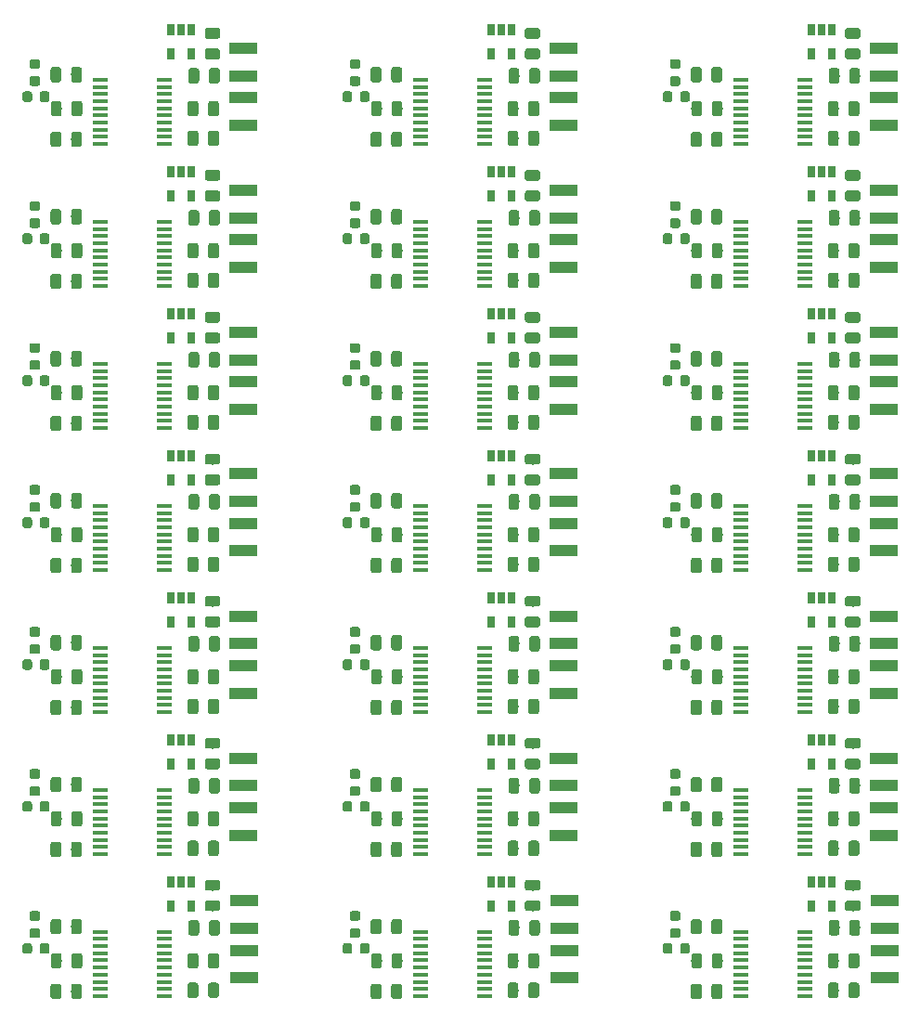
<source format=gbr>
G04 #@! TF.GenerationSoftware,KiCad,Pcbnew,5.1.2*
G04 #@! TF.CreationDate,2019-05-21T19:32:39-05:00*
G04 #@! TF.ProjectId,PlasticFrog,506c6173-7469-4634-9672-6f672e6b6963,rev?*
G04 #@! TF.SameCoordinates,Original*
G04 #@! TF.FileFunction,Paste,Top*
G04 #@! TF.FilePolarity,Positive*
%FSLAX46Y46*%
G04 Gerber Fmt 4.6, Leading zero omitted, Abs format (unit mm)*
G04 Created by KiCad (PCBNEW 5.1.2) date 2019-05-21 19:32:39*
%MOMM*%
%LPD*%
G04 APERTURE LIST*
%ADD10C,0.100000*%
%ADD11C,0.975000*%
%ADD12R,1.450000X0.450000*%
%ADD13C,0.875000*%
%ADD14R,0.650000X1.060000*%
%ADD15R,2.500000X1.100000*%
G04 APERTURE END LIST*
D10*
G36*
X96205142Y-69551174D02*
G01*
X96228803Y-69554684D01*
X96252007Y-69560496D01*
X96274529Y-69568554D01*
X96296153Y-69578782D01*
X96316670Y-69591079D01*
X96335883Y-69605329D01*
X96353607Y-69621393D01*
X96369671Y-69639117D01*
X96383921Y-69658330D01*
X96396218Y-69678847D01*
X96406446Y-69700471D01*
X96414504Y-69722993D01*
X96420316Y-69746197D01*
X96423826Y-69769858D01*
X96425000Y-69793750D01*
X96425000Y-70706250D01*
X96423826Y-70730142D01*
X96420316Y-70753803D01*
X96414504Y-70777007D01*
X96406446Y-70799529D01*
X96396218Y-70821153D01*
X96383921Y-70841670D01*
X96369671Y-70860883D01*
X96353607Y-70878607D01*
X96335883Y-70894671D01*
X96316670Y-70908921D01*
X96296153Y-70921218D01*
X96274529Y-70931446D01*
X96252007Y-70939504D01*
X96228803Y-70945316D01*
X96205142Y-70948826D01*
X96181250Y-70950000D01*
X95693750Y-70950000D01*
X95669858Y-70948826D01*
X95646197Y-70945316D01*
X95622993Y-70939504D01*
X95600471Y-70931446D01*
X95578847Y-70921218D01*
X95558330Y-70908921D01*
X95539117Y-70894671D01*
X95521393Y-70878607D01*
X95505329Y-70860883D01*
X95491079Y-70841670D01*
X95478782Y-70821153D01*
X95468554Y-70799529D01*
X95460496Y-70777007D01*
X95454684Y-70753803D01*
X95451174Y-70730142D01*
X95450000Y-70706250D01*
X95450000Y-69793750D01*
X95451174Y-69769858D01*
X95454684Y-69746197D01*
X95460496Y-69722993D01*
X95468554Y-69700471D01*
X95478782Y-69678847D01*
X95491079Y-69658330D01*
X95505329Y-69639117D01*
X95521393Y-69621393D01*
X95539117Y-69605329D01*
X95558330Y-69591079D01*
X95578847Y-69578782D01*
X95600471Y-69568554D01*
X95622993Y-69560496D01*
X95646197Y-69554684D01*
X95669858Y-69551174D01*
X95693750Y-69550000D01*
X96181250Y-69550000D01*
X96205142Y-69551174D01*
X96205142Y-69551174D01*
G37*
D11*
X95937500Y-70250000D03*
D10*
G36*
X94330142Y-69551174D02*
G01*
X94353803Y-69554684D01*
X94377007Y-69560496D01*
X94399529Y-69568554D01*
X94421153Y-69578782D01*
X94441670Y-69591079D01*
X94460883Y-69605329D01*
X94478607Y-69621393D01*
X94494671Y-69639117D01*
X94508921Y-69658330D01*
X94521218Y-69678847D01*
X94531446Y-69700471D01*
X94539504Y-69722993D01*
X94545316Y-69746197D01*
X94548826Y-69769858D01*
X94550000Y-69793750D01*
X94550000Y-70706250D01*
X94548826Y-70730142D01*
X94545316Y-70753803D01*
X94539504Y-70777007D01*
X94531446Y-70799529D01*
X94521218Y-70821153D01*
X94508921Y-70841670D01*
X94494671Y-70860883D01*
X94478607Y-70878607D01*
X94460883Y-70894671D01*
X94441670Y-70908921D01*
X94421153Y-70921218D01*
X94399529Y-70931446D01*
X94377007Y-70939504D01*
X94353803Y-70945316D01*
X94330142Y-70948826D01*
X94306250Y-70950000D01*
X93818750Y-70950000D01*
X93794858Y-70948826D01*
X93771197Y-70945316D01*
X93747993Y-70939504D01*
X93725471Y-70931446D01*
X93703847Y-70921218D01*
X93683330Y-70908921D01*
X93664117Y-70894671D01*
X93646393Y-70878607D01*
X93630329Y-70860883D01*
X93616079Y-70841670D01*
X93603782Y-70821153D01*
X93593554Y-70799529D01*
X93585496Y-70777007D01*
X93579684Y-70753803D01*
X93576174Y-70730142D01*
X93575000Y-70706250D01*
X93575000Y-69793750D01*
X93576174Y-69769858D01*
X93579684Y-69746197D01*
X93585496Y-69722993D01*
X93593554Y-69700471D01*
X93603782Y-69678847D01*
X93616079Y-69658330D01*
X93630329Y-69639117D01*
X93646393Y-69621393D01*
X93664117Y-69605329D01*
X93683330Y-69591079D01*
X93703847Y-69578782D01*
X93725471Y-69568554D01*
X93747993Y-69560496D01*
X93771197Y-69554684D01*
X93794858Y-69551174D01*
X93818750Y-69550000D01*
X94306250Y-69550000D01*
X94330142Y-69551174D01*
X94330142Y-69551174D01*
G37*
D11*
X94062500Y-70250000D03*
D12*
X98050000Y-67625000D03*
X98050000Y-68275000D03*
X98050000Y-68925000D03*
X98050000Y-69575000D03*
X98050000Y-70225000D03*
X98050000Y-70875000D03*
X98050000Y-71525000D03*
X98050000Y-72175000D03*
X98050000Y-72825000D03*
X98050000Y-73475000D03*
X103950000Y-73475000D03*
X103950000Y-72825000D03*
X103950000Y-72175000D03*
X103950000Y-71525000D03*
X103950000Y-70875000D03*
X103950000Y-70225000D03*
X103950000Y-69575000D03*
X103950000Y-68925000D03*
X103950000Y-68275000D03*
X103950000Y-67625000D03*
D10*
G36*
X136067642Y-66551174D02*
G01*
X136091303Y-66554684D01*
X136114507Y-66560496D01*
X136137029Y-66568554D01*
X136158653Y-66578782D01*
X136179170Y-66591079D01*
X136198383Y-66605329D01*
X136216107Y-66621393D01*
X136232171Y-66639117D01*
X136246421Y-66658330D01*
X136258718Y-66678847D01*
X136268946Y-66700471D01*
X136277004Y-66722993D01*
X136282816Y-66746197D01*
X136286326Y-66769858D01*
X136287500Y-66793750D01*
X136287500Y-67706250D01*
X136286326Y-67730142D01*
X136282816Y-67753803D01*
X136277004Y-67777007D01*
X136268946Y-67799529D01*
X136258718Y-67821153D01*
X136246421Y-67841670D01*
X136232171Y-67860883D01*
X136216107Y-67878607D01*
X136198383Y-67894671D01*
X136179170Y-67908921D01*
X136158653Y-67921218D01*
X136137029Y-67931446D01*
X136114507Y-67939504D01*
X136091303Y-67945316D01*
X136067642Y-67948826D01*
X136043750Y-67950000D01*
X135556250Y-67950000D01*
X135532358Y-67948826D01*
X135508697Y-67945316D01*
X135485493Y-67939504D01*
X135462971Y-67931446D01*
X135441347Y-67921218D01*
X135420830Y-67908921D01*
X135401617Y-67894671D01*
X135383893Y-67878607D01*
X135367829Y-67860883D01*
X135353579Y-67841670D01*
X135341282Y-67821153D01*
X135331054Y-67799529D01*
X135322996Y-67777007D01*
X135317184Y-67753803D01*
X135313674Y-67730142D01*
X135312500Y-67706250D01*
X135312500Y-66793750D01*
X135313674Y-66769858D01*
X135317184Y-66746197D01*
X135322996Y-66722993D01*
X135331054Y-66700471D01*
X135341282Y-66678847D01*
X135353579Y-66658330D01*
X135367829Y-66639117D01*
X135383893Y-66621393D01*
X135401617Y-66605329D01*
X135420830Y-66591079D01*
X135441347Y-66578782D01*
X135462971Y-66568554D01*
X135485493Y-66560496D01*
X135508697Y-66554684D01*
X135532358Y-66551174D01*
X135556250Y-66550000D01*
X136043750Y-66550000D01*
X136067642Y-66551174D01*
X136067642Y-66551174D01*
G37*
D11*
X135800000Y-67250000D03*
D10*
G36*
X137942642Y-66551174D02*
G01*
X137966303Y-66554684D01*
X137989507Y-66560496D01*
X138012029Y-66568554D01*
X138033653Y-66578782D01*
X138054170Y-66591079D01*
X138073383Y-66605329D01*
X138091107Y-66621393D01*
X138107171Y-66639117D01*
X138121421Y-66658330D01*
X138133718Y-66678847D01*
X138143946Y-66700471D01*
X138152004Y-66722993D01*
X138157816Y-66746197D01*
X138161326Y-66769858D01*
X138162500Y-66793750D01*
X138162500Y-67706250D01*
X138161326Y-67730142D01*
X138157816Y-67753803D01*
X138152004Y-67777007D01*
X138143946Y-67799529D01*
X138133718Y-67821153D01*
X138121421Y-67841670D01*
X138107171Y-67860883D01*
X138091107Y-67878607D01*
X138073383Y-67894671D01*
X138054170Y-67908921D01*
X138033653Y-67921218D01*
X138012029Y-67931446D01*
X137989507Y-67939504D01*
X137966303Y-67945316D01*
X137942642Y-67948826D01*
X137918750Y-67950000D01*
X137431250Y-67950000D01*
X137407358Y-67948826D01*
X137383697Y-67945316D01*
X137360493Y-67939504D01*
X137337971Y-67931446D01*
X137316347Y-67921218D01*
X137295830Y-67908921D01*
X137276617Y-67894671D01*
X137258893Y-67878607D01*
X137242829Y-67860883D01*
X137228579Y-67841670D01*
X137216282Y-67821153D01*
X137206054Y-67799529D01*
X137197996Y-67777007D01*
X137192184Y-67753803D01*
X137188674Y-67730142D01*
X137187500Y-67706250D01*
X137187500Y-66793750D01*
X137188674Y-66769858D01*
X137192184Y-66746197D01*
X137197996Y-66722993D01*
X137206054Y-66700471D01*
X137216282Y-66678847D01*
X137228579Y-66658330D01*
X137242829Y-66639117D01*
X137258893Y-66621393D01*
X137276617Y-66605329D01*
X137295830Y-66591079D01*
X137316347Y-66578782D01*
X137337971Y-66568554D01*
X137360493Y-66560496D01*
X137383697Y-66554684D01*
X137407358Y-66551174D01*
X137431250Y-66550000D01*
X137918750Y-66550000D01*
X137942642Y-66551174D01*
X137942642Y-66551174D01*
G37*
D11*
X137675000Y-67250000D03*
D12*
X156450000Y-67625000D03*
X156450000Y-68275000D03*
X156450000Y-68925000D03*
X156450000Y-69575000D03*
X156450000Y-70225000D03*
X156450000Y-70875000D03*
X156450000Y-71525000D03*
X156450000Y-72175000D03*
X156450000Y-72825000D03*
X156450000Y-73475000D03*
X162350000Y-73475000D03*
X162350000Y-72825000D03*
X162350000Y-72175000D03*
X162350000Y-71525000D03*
X162350000Y-70875000D03*
X162350000Y-70225000D03*
X162350000Y-69575000D03*
X162350000Y-68925000D03*
X162350000Y-68275000D03*
X162350000Y-67625000D03*
D10*
G36*
X167180142Y-62888674D02*
G01*
X167203803Y-62892184D01*
X167227007Y-62897996D01*
X167249529Y-62906054D01*
X167271153Y-62916282D01*
X167291670Y-62928579D01*
X167310883Y-62942829D01*
X167328607Y-62958893D01*
X167344671Y-62976617D01*
X167358921Y-62995830D01*
X167371218Y-63016347D01*
X167381446Y-63037971D01*
X167389504Y-63060493D01*
X167395316Y-63083697D01*
X167398826Y-63107358D01*
X167400000Y-63131250D01*
X167400000Y-63618750D01*
X167398826Y-63642642D01*
X167395316Y-63666303D01*
X167389504Y-63689507D01*
X167381446Y-63712029D01*
X167371218Y-63733653D01*
X167358921Y-63754170D01*
X167344671Y-63773383D01*
X167328607Y-63791107D01*
X167310883Y-63807171D01*
X167291670Y-63821421D01*
X167271153Y-63833718D01*
X167249529Y-63843946D01*
X167227007Y-63852004D01*
X167203803Y-63857816D01*
X167180142Y-63861326D01*
X167156250Y-63862500D01*
X166243750Y-63862500D01*
X166219858Y-63861326D01*
X166196197Y-63857816D01*
X166172993Y-63852004D01*
X166150471Y-63843946D01*
X166128847Y-63833718D01*
X166108330Y-63821421D01*
X166089117Y-63807171D01*
X166071393Y-63791107D01*
X166055329Y-63773383D01*
X166041079Y-63754170D01*
X166028782Y-63733653D01*
X166018554Y-63712029D01*
X166010496Y-63689507D01*
X166004684Y-63666303D01*
X166001174Y-63642642D01*
X166000000Y-63618750D01*
X166000000Y-63131250D01*
X166001174Y-63107358D01*
X166004684Y-63083697D01*
X166010496Y-63060493D01*
X166018554Y-63037971D01*
X166028782Y-63016347D01*
X166041079Y-62995830D01*
X166055329Y-62976617D01*
X166071393Y-62958893D01*
X166089117Y-62942829D01*
X166108330Y-62928579D01*
X166128847Y-62916282D01*
X166150471Y-62906054D01*
X166172993Y-62897996D01*
X166196197Y-62892184D01*
X166219858Y-62888674D01*
X166243750Y-62887500D01*
X167156250Y-62887500D01*
X167180142Y-62888674D01*
X167180142Y-62888674D01*
G37*
D11*
X166700000Y-63375000D03*
D10*
G36*
X167180142Y-64763674D02*
G01*
X167203803Y-64767184D01*
X167227007Y-64772996D01*
X167249529Y-64781054D01*
X167271153Y-64791282D01*
X167291670Y-64803579D01*
X167310883Y-64817829D01*
X167328607Y-64833893D01*
X167344671Y-64851617D01*
X167358921Y-64870830D01*
X167371218Y-64891347D01*
X167381446Y-64912971D01*
X167389504Y-64935493D01*
X167395316Y-64958697D01*
X167398826Y-64982358D01*
X167400000Y-65006250D01*
X167400000Y-65493750D01*
X167398826Y-65517642D01*
X167395316Y-65541303D01*
X167389504Y-65564507D01*
X167381446Y-65587029D01*
X167371218Y-65608653D01*
X167358921Y-65629170D01*
X167344671Y-65648383D01*
X167328607Y-65666107D01*
X167310883Y-65682171D01*
X167291670Y-65696421D01*
X167271153Y-65708718D01*
X167249529Y-65718946D01*
X167227007Y-65727004D01*
X167203803Y-65732816D01*
X167180142Y-65736326D01*
X167156250Y-65737500D01*
X166243750Y-65737500D01*
X166219858Y-65736326D01*
X166196197Y-65732816D01*
X166172993Y-65727004D01*
X166150471Y-65718946D01*
X166128847Y-65708718D01*
X166108330Y-65696421D01*
X166089117Y-65682171D01*
X166071393Y-65666107D01*
X166055329Y-65648383D01*
X166041079Y-65629170D01*
X166028782Y-65608653D01*
X166018554Y-65587029D01*
X166010496Y-65564507D01*
X166004684Y-65541303D01*
X166001174Y-65517642D01*
X166000000Y-65493750D01*
X166000000Y-65006250D01*
X166001174Y-64982358D01*
X166004684Y-64958697D01*
X166010496Y-64935493D01*
X166018554Y-64912971D01*
X166028782Y-64891347D01*
X166041079Y-64870830D01*
X166055329Y-64851617D01*
X166071393Y-64833893D01*
X166089117Y-64817829D01*
X166108330Y-64803579D01*
X166128847Y-64791282D01*
X166150471Y-64781054D01*
X166172993Y-64772996D01*
X166196197Y-64767184D01*
X166219858Y-64763674D01*
X166243750Y-64762500D01*
X167156250Y-64762500D01*
X167180142Y-64763674D01*
X167180142Y-64763674D01*
G37*
D11*
X166700000Y-65250000D03*
D10*
G36*
X125367642Y-72351174D02*
G01*
X125391303Y-72354684D01*
X125414507Y-72360496D01*
X125437029Y-72368554D01*
X125458653Y-72378782D01*
X125479170Y-72391079D01*
X125498383Y-72405329D01*
X125516107Y-72421393D01*
X125532171Y-72439117D01*
X125546421Y-72458330D01*
X125558718Y-72478847D01*
X125568946Y-72500471D01*
X125577004Y-72522993D01*
X125582816Y-72546197D01*
X125586326Y-72569858D01*
X125587500Y-72593750D01*
X125587500Y-73506250D01*
X125586326Y-73530142D01*
X125582816Y-73553803D01*
X125577004Y-73577007D01*
X125568946Y-73599529D01*
X125558718Y-73621153D01*
X125546421Y-73641670D01*
X125532171Y-73660883D01*
X125516107Y-73678607D01*
X125498383Y-73694671D01*
X125479170Y-73708921D01*
X125458653Y-73721218D01*
X125437029Y-73731446D01*
X125414507Y-73739504D01*
X125391303Y-73745316D01*
X125367642Y-73748826D01*
X125343750Y-73750000D01*
X124856250Y-73750000D01*
X124832358Y-73748826D01*
X124808697Y-73745316D01*
X124785493Y-73739504D01*
X124762971Y-73731446D01*
X124741347Y-73721218D01*
X124720830Y-73708921D01*
X124701617Y-73694671D01*
X124683893Y-73678607D01*
X124667829Y-73660883D01*
X124653579Y-73641670D01*
X124641282Y-73621153D01*
X124631054Y-73599529D01*
X124622996Y-73577007D01*
X124617184Y-73553803D01*
X124613674Y-73530142D01*
X124612500Y-73506250D01*
X124612500Y-72593750D01*
X124613674Y-72569858D01*
X124617184Y-72546197D01*
X124622996Y-72522993D01*
X124631054Y-72500471D01*
X124641282Y-72478847D01*
X124653579Y-72458330D01*
X124667829Y-72439117D01*
X124683893Y-72421393D01*
X124701617Y-72405329D01*
X124720830Y-72391079D01*
X124741347Y-72378782D01*
X124762971Y-72368554D01*
X124785493Y-72360496D01*
X124808697Y-72354684D01*
X124832358Y-72351174D01*
X124856250Y-72350000D01*
X125343750Y-72350000D01*
X125367642Y-72351174D01*
X125367642Y-72351174D01*
G37*
D11*
X125100000Y-73050000D03*
D10*
G36*
X123492642Y-72351174D02*
G01*
X123516303Y-72354684D01*
X123539507Y-72360496D01*
X123562029Y-72368554D01*
X123583653Y-72378782D01*
X123604170Y-72391079D01*
X123623383Y-72405329D01*
X123641107Y-72421393D01*
X123657171Y-72439117D01*
X123671421Y-72458330D01*
X123683718Y-72478847D01*
X123693946Y-72500471D01*
X123702004Y-72522993D01*
X123707816Y-72546197D01*
X123711326Y-72569858D01*
X123712500Y-72593750D01*
X123712500Y-73506250D01*
X123711326Y-73530142D01*
X123707816Y-73553803D01*
X123702004Y-73577007D01*
X123693946Y-73599529D01*
X123683718Y-73621153D01*
X123671421Y-73641670D01*
X123657171Y-73660883D01*
X123641107Y-73678607D01*
X123623383Y-73694671D01*
X123604170Y-73708921D01*
X123583653Y-73721218D01*
X123562029Y-73731446D01*
X123539507Y-73739504D01*
X123516303Y-73745316D01*
X123492642Y-73748826D01*
X123468750Y-73750000D01*
X122981250Y-73750000D01*
X122957358Y-73748826D01*
X122933697Y-73745316D01*
X122910493Y-73739504D01*
X122887971Y-73731446D01*
X122866347Y-73721218D01*
X122845830Y-73708921D01*
X122826617Y-73694671D01*
X122808893Y-73678607D01*
X122792829Y-73660883D01*
X122778579Y-73641670D01*
X122766282Y-73621153D01*
X122756054Y-73599529D01*
X122747996Y-73577007D01*
X122742184Y-73553803D01*
X122738674Y-73530142D01*
X122737500Y-73506250D01*
X122737500Y-72593750D01*
X122738674Y-72569858D01*
X122742184Y-72546197D01*
X122747996Y-72522993D01*
X122756054Y-72500471D01*
X122766282Y-72478847D01*
X122778579Y-72458330D01*
X122792829Y-72439117D01*
X122808893Y-72421393D01*
X122826617Y-72405329D01*
X122845830Y-72391079D01*
X122866347Y-72378782D01*
X122887971Y-72368554D01*
X122910493Y-72360496D01*
X122933697Y-72354684D01*
X122957358Y-72351174D01*
X122981250Y-72350000D01*
X123468750Y-72350000D01*
X123492642Y-72351174D01*
X123492642Y-72351174D01*
G37*
D11*
X123225000Y-73050000D03*
D10*
G36*
X91652691Y-68676053D02*
G01*
X91673926Y-68679203D01*
X91694750Y-68684419D01*
X91714962Y-68691651D01*
X91734368Y-68700830D01*
X91752781Y-68711866D01*
X91770024Y-68724654D01*
X91785930Y-68739070D01*
X91800346Y-68754976D01*
X91813134Y-68772219D01*
X91824170Y-68790632D01*
X91833349Y-68810038D01*
X91840581Y-68830250D01*
X91845797Y-68851074D01*
X91848947Y-68872309D01*
X91850000Y-68893750D01*
X91850000Y-69406250D01*
X91848947Y-69427691D01*
X91845797Y-69448926D01*
X91840581Y-69469750D01*
X91833349Y-69489962D01*
X91824170Y-69509368D01*
X91813134Y-69527781D01*
X91800346Y-69545024D01*
X91785930Y-69560930D01*
X91770024Y-69575346D01*
X91752781Y-69588134D01*
X91734368Y-69599170D01*
X91714962Y-69608349D01*
X91694750Y-69615581D01*
X91673926Y-69620797D01*
X91652691Y-69623947D01*
X91631250Y-69625000D01*
X91193750Y-69625000D01*
X91172309Y-69623947D01*
X91151074Y-69620797D01*
X91130250Y-69615581D01*
X91110038Y-69608349D01*
X91090632Y-69599170D01*
X91072219Y-69588134D01*
X91054976Y-69575346D01*
X91039070Y-69560930D01*
X91024654Y-69545024D01*
X91011866Y-69527781D01*
X91000830Y-69509368D01*
X90991651Y-69489962D01*
X90984419Y-69469750D01*
X90979203Y-69448926D01*
X90976053Y-69427691D01*
X90975000Y-69406250D01*
X90975000Y-68893750D01*
X90976053Y-68872309D01*
X90979203Y-68851074D01*
X90984419Y-68830250D01*
X90991651Y-68810038D01*
X91000830Y-68790632D01*
X91011866Y-68772219D01*
X91024654Y-68754976D01*
X91039070Y-68739070D01*
X91054976Y-68724654D01*
X91072219Y-68711866D01*
X91090632Y-68700830D01*
X91110038Y-68691651D01*
X91130250Y-68684419D01*
X91151074Y-68679203D01*
X91172309Y-68676053D01*
X91193750Y-68675000D01*
X91631250Y-68675000D01*
X91652691Y-68676053D01*
X91652691Y-68676053D01*
G37*
D13*
X91412500Y-69150000D03*
D10*
G36*
X93227691Y-68676053D02*
G01*
X93248926Y-68679203D01*
X93269750Y-68684419D01*
X93289962Y-68691651D01*
X93309368Y-68700830D01*
X93327781Y-68711866D01*
X93345024Y-68724654D01*
X93360930Y-68739070D01*
X93375346Y-68754976D01*
X93388134Y-68772219D01*
X93399170Y-68790632D01*
X93408349Y-68810038D01*
X93415581Y-68830250D01*
X93420797Y-68851074D01*
X93423947Y-68872309D01*
X93425000Y-68893750D01*
X93425000Y-69406250D01*
X93423947Y-69427691D01*
X93420797Y-69448926D01*
X93415581Y-69469750D01*
X93408349Y-69489962D01*
X93399170Y-69509368D01*
X93388134Y-69527781D01*
X93375346Y-69545024D01*
X93360930Y-69560930D01*
X93345024Y-69575346D01*
X93327781Y-69588134D01*
X93309368Y-69599170D01*
X93289962Y-69608349D01*
X93269750Y-69615581D01*
X93248926Y-69620797D01*
X93227691Y-69623947D01*
X93206250Y-69625000D01*
X92768750Y-69625000D01*
X92747309Y-69623947D01*
X92726074Y-69620797D01*
X92705250Y-69615581D01*
X92685038Y-69608349D01*
X92665632Y-69599170D01*
X92647219Y-69588134D01*
X92629976Y-69575346D01*
X92614070Y-69560930D01*
X92599654Y-69545024D01*
X92586866Y-69527781D01*
X92575830Y-69509368D01*
X92566651Y-69489962D01*
X92559419Y-69469750D01*
X92554203Y-69448926D01*
X92551053Y-69427691D01*
X92550000Y-69406250D01*
X92550000Y-68893750D01*
X92551053Y-68872309D01*
X92554203Y-68851074D01*
X92559419Y-68830250D01*
X92566651Y-68810038D01*
X92575830Y-68790632D01*
X92586866Y-68772219D01*
X92599654Y-68754976D01*
X92614070Y-68739070D01*
X92629976Y-68724654D01*
X92647219Y-68711866D01*
X92665632Y-68700830D01*
X92685038Y-68691651D01*
X92705250Y-68684419D01*
X92726074Y-68679203D01*
X92747309Y-68676053D01*
X92768750Y-68675000D01*
X93206250Y-68675000D01*
X93227691Y-68676053D01*
X93227691Y-68676053D01*
G37*
D13*
X92987500Y-69150000D03*
D14*
X135600000Y-65250000D03*
X133700000Y-65250000D03*
X133700000Y-63050000D03*
X134650000Y-63050000D03*
X135600000Y-63050000D03*
D10*
G36*
X150052691Y-68676053D02*
G01*
X150073926Y-68679203D01*
X150094750Y-68684419D01*
X150114962Y-68691651D01*
X150134368Y-68700830D01*
X150152781Y-68711866D01*
X150170024Y-68724654D01*
X150185930Y-68739070D01*
X150200346Y-68754976D01*
X150213134Y-68772219D01*
X150224170Y-68790632D01*
X150233349Y-68810038D01*
X150240581Y-68830250D01*
X150245797Y-68851074D01*
X150248947Y-68872309D01*
X150250000Y-68893750D01*
X150250000Y-69406250D01*
X150248947Y-69427691D01*
X150245797Y-69448926D01*
X150240581Y-69469750D01*
X150233349Y-69489962D01*
X150224170Y-69509368D01*
X150213134Y-69527781D01*
X150200346Y-69545024D01*
X150185930Y-69560930D01*
X150170024Y-69575346D01*
X150152781Y-69588134D01*
X150134368Y-69599170D01*
X150114962Y-69608349D01*
X150094750Y-69615581D01*
X150073926Y-69620797D01*
X150052691Y-69623947D01*
X150031250Y-69625000D01*
X149593750Y-69625000D01*
X149572309Y-69623947D01*
X149551074Y-69620797D01*
X149530250Y-69615581D01*
X149510038Y-69608349D01*
X149490632Y-69599170D01*
X149472219Y-69588134D01*
X149454976Y-69575346D01*
X149439070Y-69560930D01*
X149424654Y-69545024D01*
X149411866Y-69527781D01*
X149400830Y-69509368D01*
X149391651Y-69489962D01*
X149384419Y-69469750D01*
X149379203Y-69448926D01*
X149376053Y-69427691D01*
X149375000Y-69406250D01*
X149375000Y-68893750D01*
X149376053Y-68872309D01*
X149379203Y-68851074D01*
X149384419Y-68830250D01*
X149391651Y-68810038D01*
X149400830Y-68790632D01*
X149411866Y-68772219D01*
X149424654Y-68754976D01*
X149439070Y-68739070D01*
X149454976Y-68724654D01*
X149472219Y-68711866D01*
X149490632Y-68700830D01*
X149510038Y-68691651D01*
X149530250Y-68684419D01*
X149551074Y-68679203D01*
X149572309Y-68676053D01*
X149593750Y-68675000D01*
X150031250Y-68675000D01*
X150052691Y-68676053D01*
X150052691Y-68676053D01*
G37*
D13*
X149812500Y-69150000D03*
D10*
G36*
X151627691Y-68676053D02*
G01*
X151648926Y-68679203D01*
X151669750Y-68684419D01*
X151689962Y-68691651D01*
X151709368Y-68700830D01*
X151727781Y-68711866D01*
X151745024Y-68724654D01*
X151760930Y-68739070D01*
X151775346Y-68754976D01*
X151788134Y-68772219D01*
X151799170Y-68790632D01*
X151808349Y-68810038D01*
X151815581Y-68830250D01*
X151820797Y-68851074D01*
X151823947Y-68872309D01*
X151825000Y-68893750D01*
X151825000Y-69406250D01*
X151823947Y-69427691D01*
X151820797Y-69448926D01*
X151815581Y-69469750D01*
X151808349Y-69489962D01*
X151799170Y-69509368D01*
X151788134Y-69527781D01*
X151775346Y-69545024D01*
X151760930Y-69560930D01*
X151745024Y-69575346D01*
X151727781Y-69588134D01*
X151709368Y-69599170D01*
X151689962Y-69608349D01*
X151669750Y-69615581D01*
X151648926Y-69620797D01*
X151627691Y-69623947D01*
X151606250Y-69625000D01*
X151168750Y-69625000D01*
X151147309Y-69623947D01*
X151126074Y-69620797D01*
X151105250Y-69615581D01*
X151085038Y-69608349D01*
X151065632Y-69599170D01*
X151047219Y-69588134D01*
X151029976Y-69575346D01*
X151014070Y-69560930D01*
X150999654Y-69545024D01*
X150986866Y-69527781D01*
X150975830Y-69509368D01*
X150966651Y-69489962D01*
X150959419Y-69469750D01*
X150954203Y-69448926D01*
X150951053Y-69427691D01*
X150950000Y-69406250D01*
X150950000Y-68893750D01*
X150951053Y-68872309D01*
X150954203Y-68851074D01*
X150959419Y-68830250D01*
X150966651Y-68810038D01*
X150975830Y-68790632D01*
X150986866Y-68772219D01*
X150999654Y-68754976D01*
X151014070Y-68739070D01*
X151029976Y-68724654D01*
X151047219Y-68711866D01*
X151065632Y-68700830D01*
X151085038Y-68691651D01*
X151105250Y-68684419D01*
X151126074Y-68679203D01*
X151147309Y-68676053D01*
X151168750Y-68675000D01*
X151606250Y-68675000D01*
X151627691Y-68676053D01*
X151627691Y-68676053D01*
G37*
D13*
X151387500Y-69150000D03*
D10*
G36*
X137980142Y-64763674D02*
G01*
X138003803Y-64767184D01*
X138027007Y-64772996D01*
X138049529Y-64781054D01*
X138071153Y-64791282D01*
X138091670Y-64803579D01*
X138110883Y-64817829D01*
X138128607Y-64833893D01*
X138144671Y-64851617D01*
X138158921Y-64870830D01*
X138171218Y-64891347D01*
X138181446Y-64912971D01*
X138189504Y-64935493D01*
X138195316Y-64958697D01*
X138198826Y-64982358D01*
X138200000Y-65006250D01*
X138200000Y-65493750D01*
X138198826Y-65517642D01*
X138195316Y-65541303D01*
X138189504Y-65564507D01*
X138181446Y-65587029D01*
X138171218Y-65608653D01*
X138158921Y-65629170D01*
X138144671Y-65648383D01*
X138128607Y-65666107D01*
X138110883Y-65682171D01*
X138091670Y-65696421D01*
X138071153Y-65708718D01*
X138049529Y-65718946D01*
X138027007Y-65727004D01*
X138003803Y-65732816D01*
X137980142Y-65736326D01*
X137956250Y-65737500D01*
X137043750Y-65737500D01*
X137019858Y-65736326D01*
X136996197Y-65732816D01*
X136972993Y-65727004D01*
X136950471Y-65718946D01*
X136928847Y-65708718D01*
X136908330Y-65696421D01*
X136889117Y-65682171D01*
X136871393Y-65666107D01*
X136855329Y-65648383D01*
X136841079Y-65629170D01*
X136828782Y-65608653D01*
X136818554Y-65587029D01*
X136810496Y-65564507D01*
X136804684Y-65541303D01*
X136801174Y-65517642D01*
X136800000Y-65493750D01*
X136800000Y-65006250D01*
X136801174Y-64982358D01*
X136804684Y-64958697D01*
X136810496Y-64935493D01*
X136818554Y-64912971D01*
X136828782Y-64891347D01*
X136841079Y-64870830D01*
X136855329Y-64851617D01*
X136871393Y-64833893D01*
X136889117Y-64817829D01*
X136908330Y-64803579D01*
X136928847Y-64791282D01*
X136950471Y-64781054D01*
X136972993Y-64772996D01*
X136996197Y-64767184D01*
X137019858Y-64763674D01*
X137043750Y-64762500D01*
X137956250Y-64762500D01*
X137980142Y-64763674D01*
X137980142Y-64763674D01*
G37*
D11*
X137500000Y-65250000D03*
D10*
G36*
X137980142Y-62888674D02*
G01*
X138003803Y-62892184D01*
X138027007Y-62897996D01*
X138049529Y-62906054D01*
X138071153Y-62916282D01*
X138091670Y-62928579D01*
X138110883Y-62942829D01*
X138128607Y-62958893D01*
X138144671Y-62976617D01*
X138158921Y-62995830D01*
X138171218Y-63016347D01*
X138181446Y-63037971D01*
X138189504Y-63060493D01*
X138195316Y-63083697D01*
X138198826Y-63107358D01*
X138200000Y-63131250D01*
X138200000Y-63618750D01*
X138198826Y-63642642D01*
X138195316Y-63666303D01*
X138189504Y-63689507D01*
X138181446Y-63712029D01*
X138171218Y-63733653D01*
X138158921Y-63754170D01*
X138144671Y-63773383D01*
X138128607Y-63791107D01*
X138110883Y-63807171D01*
X138091670Y-63821421D01*
X138071153Y-63833718D01*
X138049529Y-63843946D01*
X138027007Y-63852004D01*
X138003803Y-63857816D01*
X137980142Y-63861326D01*
X137956250Y-63862500D01*
X137043750Y-63862500D01*
X137019858Y-63861326D01*
X136996197Y-63857816D01*
X136972993Y-63852004D01*
X136950471Y-63843946D01*
X136928847Y-63833718D01*
X136908330Y-63821421D01*
X136889117Y-63807171D01*
X136871393Y-63791107D01*
X136855329Y-63773383D01*
X136841079Y-63754170D01*
X136828782Y-63733653D01*
X136818554Y-63712029D01*
X136810496Y-63689507D01*
X136804684Y-63666303D01*
X136801174Y-63642642D01*
X136800000Y-63618750D01*
X136800000Y-63131250D01*
X136801174Y-63107358D01*
X136804684Y-63083697D01*
X136810496Y-63060493D01*
X136818554Y-63037971D01*
X136828782Y-63016347D01*
X136841079Y-62995830D01*
X136855329Y-62976617D01*
X136871393Y-62958893D01*
X136889117Y-62942829D01*
X136908330Y-62928579D01*
X136928847Y-62916282D01*
X136950471Y-62906054D01*
X136972993Y-62897996D01*
X136996197Y-62892184D01*
X137019858Y-62888674D01*
X137043750Y-62887500D01*
X137956250Y-62887500D01*
X137980142Y-62888674D01*
X137980142Y-62888674D01*
G37*
D11*
X137500000Y-63375000D03*
D10*
G36*
X165192642Y-69551174D02*
G01*
X165216303Y-69554684D01*
X165239507Y-69560496D01*
X165262029Y-69568554D01*
X165283653Y-69578782D01*
X165304170Y-69591079D01*
X165323383Y-69605329D01*
X165341107Y-69621393D01*
X165357171Y-69639117D01*
X165371421Y-69658330D01*
X165383718Y-69678847D01*
X165393946Y-69700471D01*
X165402004Y-69722993D01*
X165407816Y-69746197D01*
X165411326Y-69769858D01*
X165412500Y-69793750D01*
X165412500Y-70706250D01*
X165411326Y-70730142D01*
X165407816Y-70753803D01*
X165402004Y-70777007D01*
X165393946Y-70799529D01*
X165383718Y-70821153D01*
X165371421Y-70841670D01*
X165357171Y-70860883D01*
X165341107Y-70878607D01*
X165323383Y-70894671D01*
X165304170Y-70908921D01*
X165283653Y-70921218D01*
X165262029Y-70931446D01*
X165239507Y-70939504D01*
X165216303Y-70945316D01*
X165192642Y-70948826D01*
X165168750Y-70950000D01*
X164681250Y-70950000D01*
X164657358Y-70948826D01*
X164633697Y-70945316D01*
X164610493Y-70939504D01*
X164587971Y-70931446D01*
X164566347Y-70921218D01*
X164545830Y-70908921D01*
X164526617Y-70894671D01*
X164508893Y-70878607D01*
X164492829Y-70860883D01*
X164478579Y-70841670D01*
X164466282Y-70821153D01*
X164456054Y-70799529D01*
X164447996Y-70777007D01*
X164442184Y-70753803D01*
X164438674Y-70730142D01*
X164437500Y-70706250D01*
X164437500Y-69793750D01*
X164438674Y-69769858D01*
X164442184Y-69746197D01*
X164447996Y-69722993D01*
X164456054Y-69700471D01*
X164466282Y-69678847D01*
X164478579Y-69658330D01*
X164492829Y-69639117D01*
X164508893Y-69621393D01*
X164526617Y-69605329D01*
X164545830Y-69591079D01*
X164566347Y-69578782D01*
X164587971Y-69568554D01*
X164610493Y-69560496D01*
X164633697Y-69554684D01*
X164657358Y-69551174D01*
X164681250Y-69550000D01*
X165168750Y-69550000D01*
X165192642Y-69551174D01*
X165192642Y-69551174D01*
G37*
D11*
X164925000Y-70250000D03*
D10*
G36*
X167067642Y-69551174D02*
G01*
X167091303Y-69554684D01*
X167114507Y-69560496D01*
X167137029Y-69568554D01*
X167158653Y-69578782D01*
X167179170Y-69591079D01*
X167198383Y-69605329D01*
X167216107Y-69621393D01*
X167232171Y-69639117D01*
X167246421Y-69658330D01*
X167258718Y-69678847D01*
X167268946Y-69700471D01*
X167277004Y-69722993D01*
X167282816Y-69746197D01*
X167286326Y-69769858D01*
X167287500Y-69793750D01*
X167287500Y-70706250D01*
X167286326Y-70730142D01*
X167282816Y-70753803D01*
X167277004Y-70777007D01*
X167268946Y-70799529D01*
X167258718Y-70821153D01*
X167246421Y-70841670D01*
X167232171Y-70860883D01*
X167216107Y-70878607D01*
X167198383Y-70894671D01*
X167179170Y-70908921D01*
X167158653Y-70921218D01*
X167137029Y-70931446D01*
X167114507Y-70939504D01*
X167091303Y-70945316D01*
X167067642Y-70948826D01*
X167043750Y-70950000D01*
X166556250Y-70950000D01*
X166532358Y-70948826D01*
X166508697Y-70945316D01*
X166485493Y-70939504D01*
X166462971Y-70931446D01*
X166441347Y-70921218D01*
X166420830Y-70908921D01*
X166401617Y-70894671D01*
X166383893Y-70878607D01*
X166367829Y-70860883D01*
X166353579Y-70841670D01*
X166341282Y-70821153D01*
X166331054Y-70799529D01*
X166322996Y-70777007D01*
X166317184Y-70753803D01*
X166313674Y-70730142D01*
X166312500Y-70706250D01*
X166312500Y-69793750D01*
X166313674Y-69769858D01*
X166317184Y-69746197D01*
X166322996Y-69722993D01*
X166331054Y-69700471D01*
X166341282Y-69678847D01*
X166353579Y-69658330D01*
X166367829Y-69639117D01*
X166383893Y-69621393D01*
X166401617Y-69605329D01*
X166420830Y-69591079D01*
X166441347Y-69578782D01*
X166462971Y-69568554D01*
X166485493Y-69560496D01*
X166508697Y-69554684D01*
X166532358Y-69551174D01*
X166556250Y-69550000D01*
X167043750Y-69550000D01*
X167067642Y-69551174D01*
X167067642Y-69551174D01*
G37*
D11*
X166800000Y-70250000D03*
D10*
G36*
X154605142Y-69551174D02*
G01*
X154628803Y-69554684D01*
X154652007Y-69560496D01*
X154674529Y-69568554D01*
X154696153Y-69578782D01*
X154716670Y-69591079D01*
X154735883Y-69605329D01*
X154753607Y-69621393D01*
X154769671Y-69639117D01*
X154783921Y-69658330D01*
X154796218Y-69678847D01*
X154806446Y-69700471D01*
X154814504Y-69722993D01*
X154820316Y-69746197D01*
X154823826Y-69769858D01*
X154825000Y-69793750D01*
X154825000Y-70706250D01*
X154823826Y-70730142D01*
X154820316Y-70753803D01*
X154814504Y-70777007D01*
X154806446Y-70799529D01*
X154796218Y-70821153D01*
X154783921Y-70841670D01*
X154769671Y-70860883D01*
X154753607Y-70878607D01*
X154735883Y-70894671D01*
X154716670Y-70908921D01*
X154696153Y-70921218D01*
X154674529Y-70931446D01*
X154652007Y-70939504D01*
X154628803Y-70945316D01*
X154605142Y-70948826D01*
X154581250Y-70950000D01*
X154093750Y-70950000D01*
X154069858Y-70948826D01*
X154046197Y-70945316D01*
X154022993Y-70939504D01*
X154000471Y-70931446D01*
X153978847Y-70921218D01*
X153958330Y-70908921D01*
X153939117Y-70894671D01*
X153921393Y-70878607D01*
X153905329Y-70860883D01*
X153891079Y-70841670D01*
X153878782Y-70821153D01*
X153868554Y-70799529D01*
X153860496Y-70777007D01*
X153854684Y-70753803D01*
X153851174Y-70730142D01*
X153850000Y-70706250D01*
X153850000Y-69793750D01*
X153851174Y-69769858D01*
X153854684Y-69746197D01*
X153860496Y-69722993D01*
X153868554Y-69700471D01*
X153878782Y-69678847D01*
X153891079Y-69658330D01*
X153905329Y-69639117D01*
X153921393Y-69621393D01*
X153939117Y-69605329D01*
X153958330Y-69591079D01*
X153978847Y-69578782D01*
X154000471Y-69568554D01*
X154022993Y-69560496D01*
X154046197Y-69554684D01*
X154069858Y-69551174D01*
X154093750Y-69550000D01*
X154581250Y-69550000D01*
X154605142Y-69551174D01*
X154605142Y-69551174D01*
G37*
D11*
X154337500Y-70250000D03*
D10*
G36*
X152730142Y-69551174D02*
G01*
X152753803Y-69554684D01*
X152777007Y-69560496D01*
X152799529Y-69568554D01*
X152821153Y-69578782D01*
X152841670Y-69591079D01*
X152860883Y-69605329D01*
X152878607Y-69621393D01*
X152894671Y-69639117D01*
X152908921Y-69658330D01*
X152921218Y-69678847D01*
X152931446Y-69700471D01*
X152939504Y-69722993D01*
X152945316Y-69746197D01*
X152948826Y-69769858D01*
X152950000Y-69793750D01*
X152950000Y-70706250D01*
X152948826Y-70730142D01*
X152945316Y-70753803D01*
X152939504Y-70777007D01*
X152931446Y-70799529D01*
X152921218Y-70821153D01*
X152908921Y-70841670D01*
X152894671Y-70860883D01*
X152878607Y-70878607D01*
X152860883Y-70894671D01*
X152841670Y-70908921D01*
X152821153Y-70921218D01*
X152799529Y-70931446D01*
X152777007Y-70939504D01*
X152753803Y-70945316D01*
X152730142Y-70948826D01*
X152706250Y-70950000D01*
X152218750Y-70950000D01*
X152194858Y-70948826D01*
X152171197Y-70945316D01*
X152147993Y-70939504D01*
X152125471Y-70931446D01*
X152103847Y-70921218D01*
X152083330Y-70908921D01*
X152064117Y-70894671D01*
X152046393Y-70878607D01*
X152030329Y-70860883D01*
X152016079Y-70841670D01*
X152003782Y-70821153D01*
X151993554Y-70799529D01*
X151985496Y-70777007D01*
X151979684Y-70753803D01*
X151976174Y-70730142D01*
X151975000Y-70706250D01*
X151975000Y-69793750D01*
X151976174Y-69769858D01*
X151979684Y-69746197D01*
X151985496Y-69722993D01*
X151993554Y-69700471D01*
X152003782Y-69678847D01*
X152016079Y-69658330D01*
X152030329Y-69639117D01*
X152046393Y-69621393D01*
X152064117Y-69605329D01*
X152083330Y-69591079D01*
X152103847Y-69578782D01*
X152125471Y-69568554D01*
X152147993Y-69560496D01*
X152171197Y-69554684D01*
X152194858Y-69551174D01*
X152218750Y-69550000D01*
X152706250Y-69550000D01*
X152730142Y-69551174D01*
X152730142Y-69551174D01*
G37*
D11*
X152462500Y-70250000D03*
D10*
G36*
X108667642Y-72251174D02*
G01*
X108691303Y-72254684D01*
X108714507Y-72260496D01*
X108737029Y-72268554D01*
X108758653Y-72278782D01*
X108779170Y-72291079D01*
X108798383Y-72305329D01*
X108816107Y-72321393D01*
X108832171Y-72339117D01*
X108846421Y-72358330D01*
X108858718Y-72378847D01*
X108868946Y-72400471D01*
X108877004Y-72422993D01*
X108882816Y-72446197D01*
X108886326Y-72469858D01*
X108887500Y-72493750D01*
X108887500Y-73406250D01*
X108886326Y-73430142D01*
X108882816Y-73453803D01*
X108877004Y-73477007D01*
X108868946Y-73499529D01*
X108858718Y-73521153D01*
X108846421Y-73541670D01*
X108832171Y-73560883D01*
X108816107Y-73578607D01*
X108798383Y-73594671D01*
X108779170Y-73608921D01*
X108758653Y-73621218D01*
X108737029Y-73631446D01*
X108714507Y-73639504D01*
X108691303Y-73645316D01*
X108667642Y-73648826D01*
X108643750Y-73650000D01*
X108156250Y-73650000D01*
X108132358Y-73648826D01*
X108108697Y-73645316D01*
X108085493Y-73639504D01*
X108062971Y-73631446D01*
X108041347Y-73621218D01*
X108020830Y-73608921D01*
X108001617Y-73594671D01*
X107983893Y-73578607D01*
X107967829Y-73560883D01*
X107953579Y-73541670D01*
X107941282Y-73521153D01*
X107931054Y-73499529D01*
X107922996Y-73477007D01*
X107917184Y-73453803D01*
X107913674Y-73430142D01*
X107912500Y-73406250D01*
X107912500Y-72493750D01*
X107913674Y-72469858D01*
X107917184Y-72446197D01*
X107922996Y-72422993D01*
X107931054Y-72400471D01*
X107941282Y-72378847D01*
X107953579Y-72358330D01*
X107967829Y-72339117D01*
X107983893Y-72321393D01*
X108001617Y-72305329D01*
X108020830Y-72291079D01*
X108041347Y-72278782D01*
X108062971Y-72268554D01*
X108085493Y-72260496D01*
X108108697Y-72254684D01*
X108132358Y-72251174D01*
X108156250Y-72250000D01*
X108643750Y-72250000D01*
X108667642Y-72251174D01*
X108667642Y-72251174D01*
G37*
D11*
X108400000Y-72950000D03*
D10*
G36*
X106792642Y-72251174D02*
G01*
X106816303Y-72254684D01*
X106839507Y-72260496D01*
X106862029Y-72268554D01*
X106883653Y-72278782D01*
X106904170Y-72291079D01*
X106923383Y-72305329D01*
X106941107Y-72321393D01*
X106957171Y-72339117D01*
X106971421Y-72358330D01*
X106983718Y-72378847D01*
X106993946Y-72400471D01*
X107002004Y-72422993D01*
X107007816Y-72446197D01*
X107011326Y-72469858D01*
X107012500Y-72493750D01*
X107012500Y-73406250D01*
X107011326Y-73430142D01*
X107007816Y-73453803D01*
X107002004Y-73477007D01*
X106993946Y-73499529D01*
X106983718Y-73521153D01*
X106971421Y-73541670D01*
X106957171Y-73560883D01*
X106941107Y-73578607D01*
X106923383Y-73594671D01*
X106904170Y-73608921D01*
X106883653Y-73621218D01*
X106862029Y-73631446D01*
X106839507Y-73639504D01*
X106816303Y-73645316D01*
X106792642Y-73648826D01*
X106768750Y-73650000D01*
X106281250Y-73650000D01*
X106257358Y-73648826D01*
X106233697Y-73645316D01*
X106210493Y-73639504D01*
X106187971Y-73631446D01*
X106166347Y-73621218D01*
X106145830Y-73608921D01*
X106126617Y-73594671D01*
X106108893Y-73578607D01*
X106092829Y-73560883D01*
X106078579Y-73541670D01*
X106066282Y-73521153D01*
X106056054Y-73499529D01*
X106047996Y-73477007D01*
X106042184Y-73453803D01*
X106038674Y-73430142D01*
X106037500Y-73406250D01*
X106037500Y-72493750D01*
X106038674Y-72469858D01*
X106042184Y-72446197D01*
X106047996Y-72422993D01*
X106056054Y-72400471D01*
X106066282Y-72378847D01*
X106078579Y-72358330D01*
X106092829Y-72339117D01*
X106108893Y-72321393D01*
X106126617Y-72305329D01*
X106145830Y-72291079D01*
X106166347Y-72278782D01*
X106187971Y-72268554D01*
X106210493Y-72260496D01*
X106233697Y-72254684D01*
X106257358Y-72251174D01*
X106281250Y-72250000D01*
X106768750Y-72250000D01*
X106792642Y-72251174D01*
X106792642Y-72251174D01*
G37*
D11*
X106525000Y-72950000D03*
D10*
G36*
X108742642Y-66551174D02*
G01*
X108766303Y-66554684D01*
X108789507Y-66560496D01*
X108812029Y-66568554D01*
X108833653Y-66578782D01*
X108854170Y-66591079D01*
X108873383Y-66605329D01*
X108891107Y-66621393D01*
X108907171Y-66639117D01*
X108921421Y-66658330D01*
X108933718Y-66678847D01*
X108943946Y-66700471D01*
X108952004Y-66722993D01*
X108957816Y-66746197D01*
X108961326Y-66769858D01*
X108962500Y-66793750D01*
X108962500Y-67706250D01*
X108961326Y-67730142D01*
X108957816Y-67753803D01*
X108952004Y-67777007D01*
X108943946Y-67799529D01*
X108933718Y-67821153D01*
X108921421Y-67841670D01*
X108907171Y-67860883D01*
X108891107Y-67878607D01*
X108873383Y-67894671D01*
X108854170Y-67908921D01*
X108833653Y-67921218D01*
X108812029Y-67931446D01*
X108789507Y-67939504D01*
X108766303Y-67945316D01*
X108742642Y-67948826D01*
X108718750Y-67950000D01*
X108231250Y-67950000D01*
X108207358Y-67948826D01*
X108183697Y-67945316D01*
X108160493Y-67939504D01*
X108137971Y-67931446D01*
X108116347Y-67921218D01*
X108095830Y-67908921D01*
X108076617Y-67894671D01*
X108058893Y-67878607D01*
X108042829Y-67860883D01*
X108028579Y-67841670D01*
X108016282Y-67821153D01*
X108006054Y-67799529D01*
X107997996Y-67777007D01*
X107992184Y-67753803D01*
X107988674Y-67730142D01*
X107987500Y-67706250D01*
X107987500Y-66793750D01*
X107988674Y-66769858D01*
X107992184Y-66746197D01*
X107997996Y-66722993D01*
X108006054Y-66700471D01*
X108016282Y-66678847D01*
X108028579Y-66658330D01*
X108042829Y-66639117D01*
X108058893Y-66621393D01*
X108076617Y-66605329D01*
X108095830Y-66591079D01*
X108116347Y-66578782D01*
X108137971Y-66568554D01*
X108160493Y-66560496D01*
X108183697Y-66554684D01*
X108207358Y-66551174D01*
X108231250Y-66550000D01*
X108718750Y-66550000D01*
X108742642Y-66551174D01*
X108742642Y-66551174D01*
G37*
D11*
X108475000Y-67250000D03*
D10*
G36*
X106867642Y-66551174D02*
G01*
X106891303Y-66554684D01*
X106914507Y-66560496D01*
X106937029Y-66568554D01*
X106958653Y-66578782D01*
X106979170Y-66591079D01*
X106998383Y-66605329D01*
X107016107Y-66621393D01*
X107032171Y-66639117D01*
X107046421Y-66658330D01*
X107058718Y-66678847D01*
X107068946Y-66700471D01*
X107077004Y-66722993D01*
X107082816Y-66746197D01*
X107086326Y-66769858D01*
X107087500Y-66793750D01*
X107087500Y-67706250D01*
X107086326Y-67730142D01*
X107082816Y-67753803D01*
X107077004Y-67777007D01*
X107068946Y-67799529D01*
X107058718Y-67821153D01*
X107046421Y-67841670D01*
X107032171Y-67860883D01*
X107016107Y-67878607D01*
X106998383Y-67894671D01*
X106979170Y-67908921D01*
X106958653Y-67921218D01*
X106937029Y-67931446D01*
X106914507Y-67939504D01*
X106891303Y-67945316D01*
X106867642Y-67948826D01*
X106843750Y-67950000D01*
X106356250Y-67950000D01*
X106332358Y-67948826D01*
X106308697Y-67945316D01*
X106285493Y-67939504D01*
X106262971Y-67931446D01*
X106241347Y-67921218D01*
X106220830Y-67908921D01*
X106201617Y-67894671D01*
X106183893Y-67878607D01*
X106167829Y-67860883D01*
X106153579Y-67841670D01*
X106141282Y-67821153D01*
X106131054Y-67799529D01*
X106122996Y-67777007D01*
X106117184Y-67753803D01*
X106113674Y-67730142D01*
X106112500Y-67706250D01*
X106112500Y-66793750D01*
X106113674Y-66769858D01*
X106117184Y-66746197D01*
X106122996Y-66722993D01*
X106131054Y-66700471D01*
X106141282Y-66678847D01*
X106153579Y-66658330D01*
X106167829Y-66639117D01*
X106183893Y-66621393D01*
X106201617Y-66605329D01*
X106220830Y-66591079D01*
X106241347Y-66578782D01*
X106262971Y-66568554D01*
X106285493Y-66560496D01*
X106308697Y-66554684D01*
X106332358Y-66551174D01*
X106356250Y-66550000D01*
X106843750Y-66550000D01*
X106867642Y-66551174D01*
X106867642Y-66551174D01*
G37*
D11*
X106600000Y-67250000D03*
D10*
G36*
X123530142Y-69551174D02*
G01*
X123553803Y-69554684D01*
X123577007Y-69560496D01*
X123599529Y-69568554D01*
X123621153Y-69578782D01*
X123641670Y-69591079D01*
X123660883Y-69605329D01*
X123678607Y-69621393D01*
X123694671Y-69639117D01*
X123708921Y-69658330D01*
X123721218Y-69678847D01*
X123731446Y-69700471D01*
X123739504Y-69722993D01*
X123745316Y-69746197D01*
X123748826Y-69769858D01*
X123750000Y-69793750D01*
X123750000Y-70706250D01*
X123748826Y-70730142D01*
X123745316Y-70753803D01*
X123739504Y-70777007D01*
X123731446Y-70799529D01*
X123721218Y-70821153D01*
X123708921Y-70841670D01*
X123694671Y-70860883D01*
X123678607Y-70878607D01*
X123660883Y-70894671D01*
X123641670Y-70908921D01*
X123621153Y-70921218D01*
X123599529Y-70931446D01*
X123577007Y-70939504D01*
X123553803Y-70945316D01*
X123530142Y-70948826D01*
X123506250Y-70950000D01*
X123018750Y-70950000D01*
X122994858Y-70948826D01*
X122971197Y-70945316D01*
X122947993Y-70939504D01*
X122925471Y-70931446D01*
X122903847Y-70921218D01*
X122883330Y-70908921D01*
X122864117Y-70894671D01*
X122846393Y-70878607D01*
X122830329Y-70860883D01*
X122816079Y-70841670D01*
X122803782Y-70821153D01*
X122793554Y-70799529D01*
X122785496Y-70777007D01*
X122779684Y-70753803D01*
X122776174Y-70730142D01*
X122775000Y-70706250D01*
X122775000Y-69793750D01*
X122776174Y-69769858D01*
X122779684Y-69746197D01*
X122785496Y-69722993D01*
X122793554Y-69700471D01*
X122803782Y-69678847D01*
X122816079Y-69658330D01*
X122830329Y-69639117D01*
X122846393Y-69621393D01*
X122864117Y-69605329D01*
X122883330Y-69591079D01*
X122903847Y-69578782D01*
X122925471Y-69568554D01*
X122947993Y-69560496D01*
X122971197Y-69554684D01*
X122994858Y-69551174D01*
X123018750Y-69550000D01*
X123506250Y-69550000D01*
X123530142Y-69551174D01*
X123530142Y-69551174D01*
G37*
D11*
X123262500Y-70250000D03*
D10*
G36*
X125405142Y-69551174D02*
G01*
X125428803Y-69554684D01*
X125452007Y-69560496D01*
X125474529Y-69568554D01*
X125496153Y-69578782D01*
X125516670Y-69591079D01*
X125535883Y-69605329D01*
X125553607Y-69621393D01*
X125569671Y-69639117D01*
X125583921Y-69658330D01*
X125596218Y-69678847D01*
X125606446Y-69700471D01*
X125614504Y-69722993D01*
X125620316Y-69746197D01*
X125623826Y-69769858D01*
X125625000Y-69793750D01*
X125625000Y-70706250D01*
X125623826Y-70730142D01*
X125620316Y-70753803D01*
X125614504Y-70777007D01*
X125606446Y-70799529D01*
X125596218Y-70821153D01*
X125583921Y-70841670D01*
X125569671Y-70860883D01*
X125553607Y-70878607D01*
X125535883Y-70894671D01*
X125516670Y-70908921D01*
X125496153Y-70921218D01*
X125474529Y-70931446D01*
X125452007Y-70939504D01*
X125428803Y-70945316D01*
X125405142Y-70948826D01*
X125381250Y-70950000D01*
X124893750Y-70950000D01*
X124869858Y-70948826D01*
X124846197Y-70945316D01*
X124822993Y-70939504D01*
X124800471Y-70931446D01*
X124778847Y-70921218D01*
X124758330Y-70908921D01*
X124739117Y-70894671D01*
X124721393Y-70878607D01*
X124705329Y-70860883D01*
X124691079Y-70841670D01*
X124678782Y-70821153D01*
X124668554Y-70799529D01*
X124660496Y-70777007D01*
X124654684Y-70753803D01*
X124651174Y-70730142D01*
X124650000Y-70706250D01*
X124650000Y-69793750D01*
X124651174Y-69769858D01*
X124654684Y-69746197D01*
X124660496Y-69722993D01*
X124668554Y-69700471D01*
X124678782Y-69678847D01*
X124691079Y-69658330D01*
X124705329Y-69639117D01*
X124721393Y-69621393D01*
X124739117Y-69605329D01*
X124758330Y-69591079D01*
X124778847Y-69578782D01*
X124800471Y-69568554D01*
X124822993Y-69560496D01*
X124846197Y-69554684D01*
X124869858Y-69551174D01*
X124893750Y-69550000D01*
X125381250Y-69550000D01*
X125405142Y-69551174D01*
X125405142Y-69551174D01*
G37*
D11*
X125137500Y-70250000D03*
D15*
X140350000Y-71750000D03*
X140350000Y-64750000D03*
X140350000Y-69250000D03*
X140350000Y-67250000D03*
D10*
G36*
X152692642Y-72351174D02*
G01*
X152716303Y-72354684D01*
X152739507Y-72360496D01*
X152762029Y-72368554D01*
X152783653Y-72378782D01*
X152804170Y-72391079D01*
X152823383Y-72405329D01*
X152841107Y-72421393D01*
X152857171Y-72439117D01*
X152871421Y-72458330D01*
X152883718Y-72478847D01*
X152893946Y-72500471D01*
X152902004Y-72522993D01*
X152907816Y-72546197D01*
X152911326Y-72569858D01*
X152912500Y-72593750D01*
X152912500Y-73506250D01*
X152911326Y-73530142D01*
X152907816Y-73553803D01*
X152902004Y-73577007D01*
X152893946Y-73599529D01*
X152883718Y-73621153D01*
X152871421Y-73641670D01*
X152857171Y-73660883D01*
X152841107Y-73678607D01*
X152823383Y-73694671D01*
X152804170Y-73708921D01*
X152783653Y-73721218D01*
X152762029Y-73731446D01*
X152739507Y-73739504D01*
X152716303Y-73745316D01*
X152692642Y-73748826D01*
X152668750Y-73750000D01*
X152181250Y-73750000D01*
X152157358Y-73748826D01*
X152133697Y-73745316D01*
X152110493Y-73739504D01*
X152087971Y-73731446D01*
X152066347Y-73721218D01*
X152045830Y-73708921D01*
X152026617Y-73694671D01*
X152008893Y-73678607D01*
X151992829Y-73660883D01*
X151978579Y-73641670D01*
X151966282Y-73621153D01*
X151956054Y-73599529D01*
X151947996Y-73577007D01*
X151942184Y-73553803D01*
X151938674Y-73530142D01*
X151937500Y-73506250D01*
X151937500Y-72593750D01*
X151938674Y-72569858D01*
X151942184Y-72546197D01*
X151947996Y-72522993D01*
X151956054Y-72500471D01*
X151966282Y-72478847D01*
X151978579Y-72458330D01*
X151992829Y-72439117D01*
X152008893Y-72421393D01*
X152026617Y-72405329D01*
X152045830Y-72391079D01*
X152066347Y-72378782D01*
X152087971Y-72368554D01*
X152110493Y-72360496D01*
X152133697Y-72354684D01*
X152157358Y-72351174D01*
X152181250Y-72350000D01*
X152668750Y-72350000D01*
X152692642Y-72351174D01*
X152692642Y-72351174D01*
G37*
D11*
X152425000Y-73050000D03*
D10*
G36*
X154567642Y-72351174D02*
G01*
X154591303Y-72354684D01*
X154614507Y-72360496D01*
X154637029Y-72368554D01*
X154658653Y-72378782D01*
X154679170Y-72391079D01*
X154698383Y-72405329D01*
X154716107Y-72421393D01*
X154732171Y-72439117D01*
X154746421Y-72458330D01*
X154758718Y-72478847D01*
X154768946Y-72500471D01*
X154777004Y-72522993D01*
X154782816Y-72546197D01*
X154786326Y-72569858D01*
X154787500Y-72593750D01*
X154787500Y-73506250D01*
X154786326Y-73530142D01*
X154782816Y-73553803D01*
X154777004Y-73577007D01*
X154768946Y-73599529D01*
X154758718Y-73621153D01*
X154746421Y-73641670D01*
X154732171Y-73660883D01*
X154716107Y-73678607D01*
X154698383Y-73694671D01*
X154679170Y-73708921D01*
X154658653Y-73721218D01*
X154637029Y-73731446D01*
X154614507Y-73739504D01*
X154591303Y-73745316D01*
X154567642Y-73748826D01*
X154543750Y-73750000D01*
X154056250Y-73750000D01*
X154032358Y-73748826D01*
X154008697Y-73745316D01*
X153985493Y-73739504D01*
X153962971Y-73731446D01*
X153941347Y-73721218D01*
X153920830Y-73708921D01*
X153901617Y-73694671D01*
X153883893Y-73678607D01*
X153867829Y-73660883D01*
X153853579Y-73641670D01*
X153841282Y-73621153D01*
X153831054Y-73599529D01*
X153822996Y-73577007D01*
X153817184Y-73553803D01*
X153813674Y-73530142D01*
X153812500Y-73506250D01*
X153812500Y-72593750D01*
X153813674Y-72569858D01*
X153817184Y-72546197D01*
X153822996Y-72522993D01*
X153831054Y-72500471D01*
X153841282Y-72478847D01*
X153853579Y-72458330D01*
X153867829Y-72439117D01*
X153883893Y-72421393D01*
X153901617Y-72405329D01*
X153920830Y-72391079D01*
X153941347Y-72378782D01*
X153962971Y-72368554D01*
X153985493Y-72360496D01*
X154008697Y-72354684D01*
X154032358Y-72351174D01*
X154056250Y-72350000D01*
X154543750Y-72350000D01*
X154567642Y-72351174D01*
X154567642Y-72351174D01*
G37*
D11*
X154300000Y-73050000D03*
D10*
G36*
X150777691Y-65726053D02*
G01*
X150798926Y-65729203D01*
X150819750Y-65734419D01*
X150839962Y-65741651D01*
X150859368Y-65750830D01*
X150877781Y-65761866D01*
X150895024Y-65774654D01*
X150910930Y-65789070D01*
X150925346Y-65804976D01*
X150938134Y-65822219D01*
X150949170Y-65840632D01*
X150958349Y-65860038D01*
X150965581Y-65880250D01*
X150970797Y-65901074D01*
X150973947Y-65922309D01*
X150975000Y-65943750D01*
X150975000Y-66381250D01*
X150973947Y-66402691D01*
X150970797Y-66423926D01*
X150965581Y-66444750D01*
X150958349Y-66464962D01*
X150949170Y-66484368D01*
X150938134Y-66502781D01*
X150925346Y-66520024D01*
X150910930Y-66535930D01*
X150895024Y-66550346D01*
X150877781Y-66563134D01*
X150859368Y-66574170D01*
X150839962Y-66583349D01*
X150819750Y-66590581D01*
X150798926Y-66595797D01*
X150777691Y-66598947D01*
X150756250Y-66600000D01*
X150243750Y-66600000D01*
X150222309Y-66598947D01*
X150201074Y-66595797D01*
X150180250Y-66590581D01*
X150160038Y-66583349D01*
X150140632Y-66574170D01*
X150122219Y-66563134D01*
X150104976Y-66550346D01*
X150089070Y-66535930D01*
X150074654Y-66520024D01*
X150061866Y-66502781D01*
X150050830Y-66484368D01*
X150041651Y-66464962D01*
X150034419Y-66444750D01*
X150029203Y-66423926D01*
X150026053Y-66402691D01*
X150025000Y-66381250D01*
X150025000Y-65943750D01*
X150026053Y-65922309D01*
X150029203Y-65901074D01*
X150034419Y-65880250D01*
X150041651Y-65860038D01*
X150050830Y-65840632D01*
X150061866Y-65822219D01*
X150074654Y-65804976D01*
X150089070Y-65789070D01*
X150104976Y-65774654D01*
X150122219Y-65761866D01*
X150140632Y-65750830D01*
X150160038Y-65741651D01*
X150180250Y-65734419D01*
X150201074Y-65729203D01*
X150222309Y-65726053D01*
X150243750Y-65725000D01*
X150756250Y-65725000D01*
X150777691Y-65726053D01*
X150777691Y-65726053D01*
G37*
D13*
X150500000Y-66162500D03*
D10*
G36*
X150777691Y-67301053D02*
G01*
X150798926Y-67304203D01*
X150819750Y-67309419D01*
X150839962Y-67316651D01*
X150859368Y-67325830D01*
X150877781Y-67336866D01*
X150895024Y-67349654D01*
X150910930Y-67364070D01*
X150925346Y-67379976D01*
X150938134Y-67397219D01*
X150949170Y-67415632D01*
X150958349Y-67435038D01*
X150965581Y-67455250D01*
X150970797Y-67476074D01*
X150973947Y-67497309D01*
X150975000Y-67518750D01*
X150975000Y-67956250D01*
X150973947Y-67977691D01*
X150970797Y-67998926D01*
X150965581Y-68019750D01*
X150958349Y-68039962D01*
X150949170Y-68059368D01*
X150938134Y-68077781D01*
X150925346Y-68095024D01*
X150910930Y-68110930D01*
X150895024Y-68125346D01*
X150877781Y-68138134D01*
X150859368Y-68149170D01*
X150839962Y-68158349D01*
X150819750Y-68165581D01*
X150798926Y-68170797D01*
X150777691Y-68173947D01*
X150756250Y-68175000D01*
X150243750Y-68175000D01*
X150222309Y-68173947D01*
X150201074Y-68170797D01*
X150180250Y-68165581D01*
X150160038Y-68158349D01*
X150140632Y-68149170D01*
X150122219Y-68138134D01*
X150104976Y-68125346D01*
X150089070Y-68110930D01*
X150074654Y-68095024D01*
X150061866Y-68077781D01*
X150050830Y-68059368D01*
X150041651Y-68039962D01*
X150034419Y-68019750D01*
X150029203Y-67998926D01*
X150026053Y-67977691D01*
X150025000Y-67956250D01*
X150025000Y-67518750D01*
X150026053Y-67497309D01*
X150029203Y-67476074D01*
X150034419Y-67455250D01*
X150041651Y-67435038D01*
X150050830Y-67415632D01*
X150061866Y-67397219D01*
X150074654Y-67379976D01*
X150089070Y-67364070D01*
X150104976Y-67349654D01*
X150122219Y-67336866D01*
X150140632Y-67325830D01*
X150160038Y-67316651D01*
X150180250Y-67309419D01*
X150201074Y-67304203D01*
X150222309Y-67301053D01*
X150243750Y-67300000D01*
X150756250Y-67300000D01*
X150777691Y-67301053D01*
X150777691Y-67301053D01*
G37*
D13*
X150500000Y-67737500D03*
D10*
G36*
X135992642Y-72251174D02*
G01*
X136016303Y-72254684D01*
X136039507Y-72260496D01*
X136062029Y-72268554D01*
X136083653Y-72278782D01*
X136104170Y-72291079D01*
X136123383Y-72305329D01*
X136141107Y-72321393D01*
X136157171Y-72339117D01*
X136171421Y-72358330D01*
X136183718Y-72378847D01*
X136193946Y-72400471D01*
X136202004Y-72422993D01*
X136207816Y-72446197D01*
X136211326Y-72469858D01*
X136212500Y-72493750D01*
X136212500Y-73406250D01*
X136211326Y-73430142D01*
X136207816Y-73453803D01*
X136202004Y-73477007D01*
X136193946Y-73499529D01*
X136183718Y-73521153D01*
X136171421Y-73541670D01*
X136157171Y-73560883D01*
X136141107Y-73578607D01*
X136123383Y-73594671D01*
X136104170Y-73608921D01*
X136083653Y-73621218D01*
X136062029Y-73631446D01*
X136039507Y-73639504D01*
X136016303Y-73645316D01*
X135992642Y-73648826D01*
X135968750Y-73650000D01*
X135481250Y-73650000D01*
X135457358Y-73648826D01*
X135433697Y-73645316D01*
X135410493Y-73639504D01*
X135387971Y-73631446D01*
X135366347Y-73621218D01*
X135345830Y-73608921D01*
X135326617Y-73594671D01*
X135308893Y-73578607D01*
X135292829Y-73560883D01*
X135278579Y-73541670D01*
X135266282Y-73521153D01*
X135256054Y-73499529D01*
X135247996Y-73477007D01*
X135242184Y-73453803D01*
X135238674Y-73430142D01*
X135237500Y-73406250D01*
X135237500Y-72493750D01*
X135238674Y-72469858D01*
X135242184Y-72446197D01*
X135247996Y-72422993D01*
X135256054Y-72400471D01*
X135266282Y-72378847D01*
X135278579Y-72358330D01*
X135292829Y-72339117D01*
X135308893Y-72321393D01*
X135326617Y-72305329D01*
X135345830Y-72291079D01*
X135366347Y-72278782D01*
X135387971Y-72268554D01*
X135410493Y-72260496D01*
X135433697Y-72254684D01*
X135457358Y-72251174D01*
X135481250Y-72250000D01*
X135968750Y-72250000D01*
X135992642Y-72251174D01*
X135992642Y-72251174D01*
G37*
D11*
X135725000Y-72950000D03*
D10*
G36*
X137867642Y-72251174D02*
G01*
X137891303Y-72254684D01*
X137914507Y-72260496D01*
X137937029Y-72268554D01*
X137958653Y-72278782D01*
X137979170Y-72291079D01*
X137998383Y-72305329D01*
X138016107Y-72321393D01*
X138032171Y-72339117D01*
X138046421Y-72358330D01*
X138058718Y-72378847D01*
X138068946Y-72400471D01*
X138077004Y-72422993D01*
X138082816Y-72446197D01*
X138086326Y-72469858D01*
X138087500Y-72493750D01*
X138087500Y-73406250D01*
X138086326Y-73430142D01*
X138082816Y-73453803D01*
X138077004Y-73477007D01*
X138068946Y-73499529D01*
X138058718Y-73521153D01*
X138046421Y-73541670D01*
X138032171Y-73560883D01*
X138016107Y-73578607D01*
X137998383Y-73594671D01*
X137979170Y-73608921D01*
X137958653Y-73621218D01*
X137937029Y-73631446D01*
X137914507Y-73639504D01*
X137891303Y-73645316D01*
X137867642Y-73648826D01*
X137843750Y-73650000D01*
X137356250Y-73650000D01*
X137332358Y-73648826D01*
X137308697Y-73645316D01*
X137285493Y-73639504D01*
X137262971Y-73631446D01*
X137241347Y-73621218D01*
X137220830Y-73608921D01*
X137201617Y-73594671D01*
X137183893Y-73578607D01*
X137167829Y-73560883D01*
X137153579Y-73541670D01*
X137141282Y-73521153D01*
X137131054Y-73499529D01*
X137122996Y-73477007D01*
X137117184Y-73453803D01*
X137113674Y-73430142D01*
X137112500Y-73406250D01*
X137112500Y-72493750D01*
X137113674Y-72469858D01*
X137117184Y-72446197D01*
X137122996Y-72422993D01*
X137131054Y-72400471D01*
X137141282Y-72378847D01*
X137153579Y-72358330D01*
X137167829Y-72339117D01*
X137183893Y-72321393D01*
X137201617Y-72305329D01*
X137220830Y-72291079D01*
X137241347Y-72278782D01*
X137262971Y-72268554D01*
X137285493Y-72260496D01*
X137308697Y-72254684D01*
X137332358Y-72251174D01*
X137356250Y-72250000D01*
X137843750Y-72250000D01*
X137867642Y-72251174D01*
X137867642Y-72251174D01*
G37*
D11*
X137600000Y-72950000D03*
D10*
G36*
X108780142Y-62888674D02*
G01*
X108803803Y-62892184D01*
X108827007Y-62897996D01*
X108849529Y-62906054D01*
X108871153Y-62916282D01*
X108891670Y-62928579D01*
X108910883Y-62942829D01*
X108928607Y-62958893D01*
X108944671Y-62976617D01*
X108958921Y-62995830D01*
X108971218Y-63016347D01*
X108981446Y-63037971D01*
X108989504Y-63060493D01*
X108995316Y-63083697D01*
X108998826Y-63107358D01*
X109000000Y-63131250D01*
X109000000Y-63618750D01*
X108998826Y-63642642D01*
X108995316Y-63666303D01*
X108989504Y-63689507D01*
X108981446Y-63712029D01*
X108971218Y-63733653D01*
X108958921Y-63754170D01*
X108944671Y-63773383D01*
X108928607Y-63791107D01*
X108910883Y-63807171D01*
X108891670Y-63821421D01*
X108871153Y-63833718D01*
X108849529Y-63843946D01*
X108827007Y-63852004D01*
X108803803Y-63857816D01*
X108780142Y-63861326D01*
X108756250Y-63862500D01*
X107843750Y-63862500D01*
X107819858Y-63861326D01*
X107796197Y-63857816D01*
X107772993Y-63852004D01*
X107750471Y-63843946D01*
X107728847Y-63833718D01*
X107708330Y-63821421D01*
X107689117Y-63807171D01*
X107671393Y-63791107D01*
X107655329Y-63773383D01*
X107641079Y-63754170D01*
X107628782Y-63733653D01*
X107618554Y-63712029D01*
X107610496Y-63689507D01*
X107604684Y-63666303D01*
X107601174Y-63642642D01*
X107600000Y-63618750D01*
X107600000Y-63131250D01*
X107601174Y-63107358D01*
X107604684Y-63083697D01*
X107610496Y-63060493D01*
X107618554Y-63037971D01*
X107628782Y-63016347D01*
X107641079Y-62995830D01*
X107655329Y-62976617D01*
X107671393Y-62958893D01*
X107689117Y-62942829D01*
X107708330Y-62928579D01*
X107728847Y-62916282D01*
X107750471Y-62906054D01*
X107772993Y-62897996D01*
X107796197Y-62892184D01*
X107819858Y-62888674D01*
X107843750Y-62887500D01*
X108756250Y-62887500D01*
X108780142Y-62888674D01*
X108780142Y-62888674D01*
G37*
D11*
X108300000Y-63375000D03*
D10*
G36*
X108780142Y-64763674D02*
G01*
X108803803Y-64767184D01*
X108827007Y-64772996D01*
X108849529Y-64781054D01*
X108871153Y-64791282D01*
X108891670Y-64803579D01*
X108910883Y-64817829D01*
X108928607Y-64833893D01*
X108944671Y-64851617D01*
X108958921Y-64870830D01*
X108971218Y-64891347D01*
X108981446Y-64912971D01*
X108989504Y-64935493D01*
X108995316Y-64958697D01*
X108998826Y-64982358D01*
X109000000Y-65006250D01*
X109000000Y-65493750D01*
X108998826Y-65517642D01*
X108995316Y-65541303D01*
X108989504Y-65564507D01*
X108981446Y-65587029D01*
X108971218Y-65608653D01*
X108958921Y-65629170D01*
X108944671Y-65648383D01*
X108928607Y-65666107D01*
X108910883Y-65682171D01*
X108891670Y-65696421D01*
X108871153Y-65708718D01*
X108849529Y-65718946D01*
X108827007Y-65727004D01*
X108803803Y-65732816D01*
X108780142Y-65736326D01*
X108756250Y-65737500D01*
X107843750Y-65737500D01*
X107819858Y-65736326D01*
X107796197Y-65732816D01*
X107772993Y-65727004D01*
X107750471Y-65718946D01*
X107728847Y-65708718D01*
X107708330Y-65696421D01*
X107689117Y-65682171D01*
X107671393Y-65666107D01*
X107655329Y-65648383D01*
X107641079Y-65629170D01*
X107628782Y-65608653D01*
X107618554Y-65587029D01*
X107610496Y-65564507D01*
X107604684Y-65541303D01*
X107601174Y-65517642D01*
X107600000Y-65493750D01*
X107600000Y-65006250D01*
X107601174Y-64982358D01*
X107604684Y-64958697D01*
X107610496Y-64935493D01*
X107618554Y-64912971D01*
X107628782Y-64891347D01*
X107641079Y-64870830D01*
X107655329Y-64851617D01*
X107671393Y-64833893D01*
X107689117Y-64817829D01*
X107708330Y-64803579D01*
X107728847Y-64791282D01*
X107750471Y-64781054D01*
X107772993Y-64772996D01*
X107796197Y-64767184D01*
X107819858Y-64763674D01*
X107843750Y-64762500D01*
X108756250Y-64762500D01*
X108780142Y-64763674D01*
X108780142Y-64763674D01*
G37*
D11*
X108300000Y-65250000D03*
D10*
G36*
X152692642Y-66451174D02*
G01*
X152716303Y-66454684D01*
X152739507Y-66460496D01*
X152762029Y-66468554D01*
X152783653Y-66478782D01*
X152804170Y-66491079D01*
X152823383Y-66505329D01*
X152841107Y-66521393D01*
X152857171Y-66539117D01*
X152871421Y-66558330D01*
X152883718Y-66578847D01*
X152893946Y-66600471D01*
X152902004Y-66622993D01*
X152907816Y-66646197D01*
X152911326Y-66669858D01*
X152912500Y-66693750D01*
X152912500Y-67606250D01*
X152911326Y-67630142D01*
X152907816Y-67653803D01*
X152902004Y-67677007D01*
X152893946Y-67699529D01*
X152883718Y-67721153D01*
X152871421Y-67741670D01*
X152857171Y-67760883D01*
X152841107Y-67778607D01*
X152823383Y-67794671D01*
X152804170Y-67808921D01*
X152783653Y-67821218D01*
X152762029Y-67831446D01*
X152739507Y-67839504D01*
X152716303Y-67845316D01*
X152692642Y-67848826D01*
X152668750Y-67850000D01*
X152181250Y-67850000D01*
X152157358Y-67848826D01*
X152133697Y-67845316D01*
X152110493Y-67839504D01*
X152087971Y-67831446D01*
X152066347Y-67821218D01*
X152045830Y-67808921D01*
X152026617Y-67794671D01*
X152008893Y-67778607D01*
X151992829Y-67760883D01*
X151978579Y-67741670D01*
X151966282Y-67721153D01*
X151956054Y-67699529D01*
X151947996Y-67677007D01*
X151942184Y-67653803D01*
X151938674Y-67630142D01*
X151937500Y-67606250D01*
X151937500Y-66693750D01*
X151938674Y-66669858D01*
X151942184Y-66646197D01*
X151947996Y-66622993D01*
X151956054Y-66600471D01*
X151966282Y-66578847D01*
X151978579Y-66558330D01*
X151992829Y-66539117D01*
X152008893Y-66521393D01*
X152026617Y-66505329D01*
X152045830Y-66491079D01*
X152066347Y-66478782D01*
X152087971Y-66468554D01*
X152110493Y-66460496D01*
X152133697Y-66454684D01*
X152157358Y-66451174D01*
X152181250Y-66450000D01*
X152668750Y-66450000D01*
X152692642Y-66451174D01*
X152692642Y-66451174D01*
G37*
D11*
X152425000Y-67150000D03*
D10*
G36*
X154567642Y-66451174D02*
G01*
X154591303Y-66454684D01*
X154614507Y-66460496D01*
X154637029Y-66468554D01*
X154658653Y-66478782D01*
X154679170Y-66491079D01*
X154698383Y-66505329D01*
X154716107Y-66521393D01*
X154732171Y-66539117D01*
X154746421Y-66558330D01*
X154758718Y-66578847D01*
X154768946Y-66600471D01*
X154777004Y-66622993D01*
X154782816Y-66646197D01*
X154786326Y-66669858D01*
X154787500Y-66693750D01*
X154787500Y-67606250D01*
X154786326Y-67630142D01*
X154782816Y-67653803D01*
X154777004Y-67677007D01*
X154768946Y-67699529D01*
X154758718Y-67721153D01*
X154746421Y-67741670D01*
X154732171Y-67760883D01*
X154716107Y-67778607D01*
X154698383Y-67794671D01*
X154679170Y-67808921D01*
X154658653Y-67821218D01*
X154637029Y-67831446D01*
X154614507Y-67839504D01*
X154591303Y-67845316D01*
X154567642Y-67848826D01*
X154543750Y-67850000D01*
X154056250Y-67850000D01*
X154032358Y-67848826D01*
X154008697Y-67845316D01*
X153985493Y-67839504D01*
X153962971Y-67831446D01*
X153941347Y-67821218D01*
X153920830Y-67808921D01*
X153901617Y-67794671D01*
X153883893Y-67778607D01*
X153867829Y-67760883D01*
X153853579Y-67741670D01*
X153841282Y-67721153D01*
X153831054Y-67699529D01*
X153822996Y-67677007D01*
X153817184Y-67653803D01*
X153813674Y-67630142D01*
X153812500Y-67606250D01*
X153812500Y-66693750D01*
X153813674Y-66669858D01*
X153817184Y-66646197D01*
X153822996Y-66622993D01*
X153831054Y-66600471D01*
X153841282Y-66578847D01*
X153853579Y-66558330D01*
X153867829Y-66539117D01*
X153883893Y-66521393D01*
X153901617Y-66505329D01*
X153920830Y-66491079D01*
X153941347Y-66478782D01*
X153962971Y-66468554D01*
X153985493Y-66460496D01*
X154008697Y-66454684D01*
X154032358Y-66451174D01*
X154056250Y-66450000D01*
X154543750Y-66450000D01*
X154567642Y-66451174D01*
X154567642Y-66451174D01*
G37*
D11*
X154300000Y-67150000D03*
D10*
G36*
X106792642Y-69551174D02*
G01*
X106816303Y-69554684D01*
X106839507Y-69560496D01*
X106862029Y-69568554D01*
X106883653Y-69578782D01*
X106904170Y-69591079D01*
X106923383Y-69605329D01*
X106941107Y-69621393D01*
X106957171Y-69639117D01*
X106971421Y-69658330D01*
X106983718Y-69678847D01*
X106993946Y-69700471D01*
X107002004Y-69722993D01*
X107007816Y-69746197D01*
X107011326Y-69769858D01*
X107012500Y-69793750D01*
X107012500Y-70706250D01*
X107011326Y-70730142D01*
X107007816Y-70753803D01*
X107002004Y-70777007D01*
X106993946Y-70799529D01*
X106983718Y-70821153D01*
X106971421Y-70841670D01*
X106957171Y-70860883D01*
X106941107Y-70878607D01*
X106923383Y-70894671D01*
X106904170Y-70908921D01*
X106883653Y-70921218D01*
X106862029Y-70931446D01*
X106839507Y-70939504D01*
X106816303Y-70945316D01*
X106792642Y-70948826D01*
X106768750Y-70950000D01*
X106281250Y-70950000D01*
X106257358Y-70948826D01*
X106233697Y-70945316D01*
X106210493Y-70939504D01*
X106187971Y-70931446D01*
X106166347Y-70921218D01*
X106145830Y-70908921D01*
X106126617Y-70894671D01*
X106108893Y-70878607D01*
X106092829Y-70860883D01*
X106078579Y-70841670D01*
X106066282Y-70821153D01*
X106056054Y-70799529D01*
X106047996Y-70777007D01*
X106042184Y-70753803D01*
X106038674Y-70730142D01*
X106037500Y-70706250D01*
X106037500Y-69793750D01*
X106038674Y-69769858D01*
X106042184Y-69746197D01*
X106047996Y-69722993D01*
X106056054Y-69700471D01*
X106066282Y-69678847D01*
X106078579Y-69658330D01*
X106092829Y-69639117D01*
X106108893Y-69621393D01*
X106126617Y-69605329D01*
X106145830Y-69591079D01*
X106166347Y-69578782D01*
X106187971Y-69568554D01*
X106210493Y-69560496D01*
X106233697Y-69554684D01*
X106257358Y-69551174D01*
X106281250Y-69550000D01*
X106768750Y-69550000D01*
X106792642Y-69551174D01*
X106792642Y-69551174D01*
G37*
D11*
X106525000Y-70250000D03*
D10*
G36*
X108667642Y-69551174D02*
G01*
X108691303Y-69554684D01*
X108714507Y-69560496D01*
X108737029Y-69568554D01*
X108758653Y-69578782D01*
X108779170Y-69591079D01*
X108798383Y-69605329D01*
X108816107Y-69621393D01*
X108832171Y-69639117D01*
X108846421Y-69658330D01*
X108858718Y-69678847D01*
X108868946Y-69700471D01*
X108877004Y-69722993D01*
X108882816Y-69746197D01*
X108886326Y-69769858D01*
X108887500Y-69793750D01*
X108887500Y-70706250D01*
X108886326Y-70730142D01*
X108882816Y-70753803D01*
X108877004Y-70777007D01*
X108868946Y-70799529D01*
X108858718Y-70821153D01*
X108846421Y-70841670D01*
X108832171Y-70860883D01*
X108816107Y-70878607D01*
X108798383Y-70894671D01*
X108779170Y-70908921D01*
X108758653Y-70921218D01*
X108737029Y-70931446D01*
X108714507Y-70939504D01*
X108691303Y-70945316D01*
X108667642Y-70948826D01*
X108643750Y-70950000D01*
X108156250Y-70950000D01*
X108132358Y-70948826D01*
X108108697Y-70945316D01*
X108085493Y-70939504D01*
X108062971Y-70931446D01*
X108041347Y-70921218D01*
X108020830Y-70908921D01*
X108001617Y-70894671D01*
X107983893Y-70878607D01*
X107967829Y-70860883D01*
X107953579Y-70841670D01*
X107941282Y-70821153D01*
X107931054Y-70799529D01*
X107922996Y-70777007D01*
X107917184Y-70753803D01*
X107913674Y-70730142D01*
X107912500Y-70706250D01*
X107912500Y-69793750D01*
X107913674Y-69769858D01*
X107917184Y-69746197D01*
X107922996Y-69722993D01*
X107931054Y-69700471D01*
X107941282Y-69678847D01*
X107953579Y-69658330D01*
X107967829Y-69639117D01*
X107983893Y-69621393D01*
X108001617Y-69605329D01*
X108020830Y-69591079D01*
X108041347Y-69578782D01*
X108062971Y-69568554D01*
X108085493Y-69560496D01*
X108108697Y-69554684D01*
X108132358Y-69551174D01*
X108156250Y-69550000D01*
X108643750Y-69550000D01*
X108667642Y-69551174D01*
X108667642Y-69551174D01*
G37*
D11*
X108400000Y-70250000D03*
D15*
X169550000Y-67250000D03*
X169550000Y-69250000D03*
X169550000Y-64750000D03*
X169550000Y-71750000D03*
D10*
G36*
X121577691Y-67301053D02*
G01*
X121598926Y-67304203D01*
X121619750Y-67309419D01*
X121639962Y-67316651D01*
X121659368Y-67325830D01*
X121677781Y-67336866D01*
X121695024Y-67349654D01*
X121710930Y-67364070D01*
X121725346Y-67379976D01*
X121738134Y-67397219D01*
X121749170Y-67415632D01*
X121758349Y-67435038D01*
X121765581Y-67455250D01*
X121770797Y-67476074D01*
X121773947Y-67497309D01*
X121775000Y-67518750D01*
X121775000Y-67956250D01*
X121773947Y-67977691D01*
X121770797Y-67998926D01*
X121765581Y-68019750D01*
X121758349Y-68039962D01*
X121749170Y-68059368D01*
X121738134Y-68077781D01*
X121725346Y-68095024D01*
X121710930Y-68110930D01*
X121695024Y-68125346D01*
X121677781Y-68138134D01*
X121659368Y-68149170D01*
X121639962Y-68158349D01*
X121619750Y-68165581D01*
X121598926Y-68170797D01*
X121577691Y-68173947D01*
X121556250Y-68175000D01*
X121043750Y-68175000D01*
X121022309Y-68173947D01*
X121001074Y-68170797D01*
X120980250Y-68165581D01*
X120960038Y-68158349D01*
X120940632Y-68149170D01*
X120922219Y-68138134D01*
X120904976Y-68125346D01*
X120889070Y-68110930D01*
X120874654Y-68095024D01*
X120861866Y-68077781D01*
X120850830Y-68059368D01*
X120841651Y-68039962D01*
X120834419Y-68019750D01*
X120829203Y-67998926D01*
X120826053Y-67977691D01*
X120825000Y-67956250D01*
X120825000Y-67518750D01*
X120826053Y-67497309D01*
X120829203Y-67476074D01*
X120834419Y-67455250D01*
X120841651Y-67435038D01*
X120850830Y-67415632D01*
X120861866Y-67397219D01*
X120874654Y-67379976D01*
X120889070Y-67364070D01*
X120904976Y-67349654D01*
X120922219Y-67336866D01*
X120940632Y-67325830D01*
X120960038Y-67316651D01*
X120980250Y-67309419D01*
X121001074Y-67304203D01*
X121022309Y-67301053D01*
X121043750Y-67300000D01*
X121556250Y-67300000D01*
X121577691Y-67301053D01*
X121577691Y-67301053D01*
G37*
D13*
X121300000Y-67737500D03*
D10*
G36*
X121577691Y-65726053D02*
G01*
X121598926Y-65729203D01*
X121619750Y-65734419D01*
X121639962Y-65741651D01*
X121659368Y-65750830D01*
X121677781Y-65761866D01*
X121695024Y-65774654D01*
X121710930Y-65789070D01*
X121725346Y-65804976D01*
X121738134Y-65822219D01*
X121749170Y-65840632D01*
X121758349Y-65860038D01*
X121765581Y-65880250D01*
X121770797Y-65901074D01*
X121773947Y-65922309D01*
X121775000Y-65943750D01*
X121775000Y-66381250D01*
X121773947Y-66402691D01*
X121770797Y-66423926D01*
X121765581Y-66444750D01*
X121758349Y-66464962D01*
X121749170Y-66484368D01*
X121738134Y-66502781D01*
X121725346Y-66520024D01*
X121710930Y-66535930D01*
X121695024Y-66550346D01*
X121677781Y-66563134D01*
X121659368Y-66574170D01*
X121639962Y-66583349D01*
X121619750Y-66590581D01*
X121598926Y-66595797D01*
X121577691Y-66598947D01*
X121556250Y-66600000D01*
X121043750Y-66600000D01*
X121022309Y-66598947D01*
X121001074Y-66595797D01*
X120980250Y-66590581D01*
X120960038Y-66583349D01*
X120940632Y-66574170D01*
X120922219Y-66563134D01*
X120904976Y-66550346D01*
X120889070Y-66535930D01*
X120874654Y-66520024D01*
X120861866Y-66502781D01*
X120850830Y-66484368D01*
X120841651Y-66464962D01*
X120834419Y-66444750D01*
X120829203Y-66423926D01*
X120826053Y-66402691D01*
X120825000Y-66381250D01*
X120825000Y-65943750D01*
X120826053Y-65922309D01*
X120829203Y-65901074D01*
X120834419Y-65880250D01*
X120841651Y-65860038D01*
X120850830Y-65840632D01*
X120861866Y-65822219D01*
X120874654Y-65804976D01*
X120889070Y-65789070D01*
X120904976Y-65774654D01*
X120922219Y-65761866D01*
X120940632Y-65750830D01*
X120960038Y-65741651D01*
X120980250Y-65734419D01*
X121001074Y-65729203D01*
X121022309Y-65726053D01*
X121043750Y-65725000D01*
X121556250Y-65725000D01*
X121577691Y-65726053D01*
X121577691Y-65726053D01*
G37*
D13*
X121300000Y-66162500D03*
D10*
G36*
X167067642Y-72251174D02*
G01*
X167091303Y-72254684D01*
X167114507Y-72260496D01*
X167137029Y-72268554D01*
X167158653Y-72278782D01*
X167179170Y-72291079D01*
X167198383Y-72305329D01*
X167216107Y-72321393D01*
X167232171Y-72339117D01*
X167246421Y-72358330D01*
X167258718Y-72378847D01*
X167268946Y-72400471D01*
X167277004Y-72422993D01*
X167282816Y-72446197D01*
X167286326Y-72469858D01*
X167287500Y-72493750D01*
X167287500Y-73406250D01*
X167286326Y-73430142D01*
X167282816Y-73453803D01*
X167277004Y-73477007D01*
X167268946Y-73499529D01*
X167258718Y-73521153D01*
X167246421Y-73541670D01*
X167232171Y-73560883D01*
X167216107Y-73578607D01*
X167198383Y-73594671D01*
X167179170Y-73608921D01*
X167158653Y-73621218D01*
X167137029Y-73631446D01*
X167114507Y-73639504D01*
X167091303Y-73645316D01*
X167067642Y-73648826D01*
X167043750Y-73650000D01*
X166556250Y-73650000D01*
X166532358Y-73648826D01*
X166508697Y-73645316D01*
X166485493Y-73639504D01*
X166462971Y-73631446D01*
X166441347Y-73621218D01*
X166420830Y-73608921D01*
X166401617Y-73594671D01*
X166383893Y-73578607D01*
X166367829Y-73560883D01*
X166353579Y-73541670D01*
X166341282Y-73521153D01*
X166331054Y-73499529D01*
X166322996Y-73477007D01*
X166317184Y-73453803D01*
X166313674Y-73430142D01*
X166312500Y-73406250D01*
X166312500Y-72493750D01*
X166313674Y-72469858D01*
X166317184Y-72446197D01*
X166322996Y-72422993D01*
X166331054Y-72400471D01*
X166341282Y-72378847D01*
X166353579Y-72358330D01*
X166367829Y-72339117D01*
X166383893Y-72321393D01*
X166401617Y-72305329D01*
X166420830Y-72291079D01*
X166441347Y-72278782D01*
X166462971Y-72268554D01*
X166485493Y-72260496D01*
X166508697Y-72254684D01*
X166532358Y-72251174D01*
X166556250Y-72250000D01*
X167043750Y-72250000D01*
X167067642Y-72251174D01*
X167067642Y-72251174D01*
G37*
D11*
X166800000Y-72950000D03*
D10*
G36*
X165192642Y-72251174D02*
G01*
X165216303Y-72254684D01*
X165239507Y-72260496D01*
X165262029Y-72268554D01*
X165283653Y-72278782D01*
X165304170Y-72291079D01*
X165323383Y-72305329D01*
X165341107Y-72321393D01*
X165357171Y-72339117D01*
X165371421Y-72358330D01*
X165383718Y-72378847D01*
X165393946Y-72400471D01*
X165402004Y-72422993D01*
X165407816Y-72446197D01*
X165411326Y-72469858D01*
X165412500Y-72493750D01*
X165412500Y-73406250D01*
X165411326Y-73430142D01*
X165407816Y-73453803D01*
X165402004Y-73477007D01*
X165393946Y-73499529D01*
X165383718Y-73521153D01*
X165371421Y-73541670D01*
X165357171Y-73560883D01*
X165341107Y-73578607D01*
X165323383Y-73594671D01*
X165304170Y-73608921D01*
X165283653Y-73621218D01*
X165262029Y-73631446D01*
X165239507Y-73639504D01*
X165216303Y-73645316D01*
X165192642Y-73648826D01*
X165168750Y-73650000D01*
X164681250Y-73650000D01*
X164657358Y-73648826D01*
X164633697Y-73645316D01*
X164610493Y-73639504D01*
X164587971Y-73631446D01*
X164566347Y-73621218D01*
X164545830Y-73608921D01*
X164526617Y-73594671D01*
X164508893Y-73578607D01*
X164492829Y-73560883D01*
X164478579Y-73541670D01*
X164466282Y-73521153D01*
X164456054Y-73499529D01*
X164447996Y-73477007D01*
X164442184Y-73453803D01*
X164438674Y-73430142D01*
X164437500Y-73406250D01*
X164437500Y-72493750D01*
X164438674Y-72469858D01*
X164442184Y-72446197D01*
X164447996Y-72422993D01*
X164456054Y-72400471D01*
X164466282Y-72378847D01*
X164478579Y-72358330D01*
X164492829Y-72339117D01*
X164508893Y-72321393D01*
X164526617Y-72305329D01*
X164545830Y-72291079D01*
X164566347Y-72278782D01*
X164587971Y-72268554D01*
X164610493Y-72260496D01*
X164633697Y-72254684D01*
X164657358Y-72251174D01*
X164681250Y-72250000D01*
X165168750Y-72250000D01*
X165192642Y-72251174D01*
X165192642Y-72251174D01*
G37*
D11*
X164925000Y-72950000D03*
D12*
X133150000Y-67625000D03*
X133150000Y-68275000D03*
X133150000Y-68925000D03*
X133150000Y-69575000D03*
X133150000Y-70225000D03*
X133150000Y-70875000D03*
X133150000Y-71525000D03*
X133150000Y-72175000D03*
X133150000Y-72825000D03*
X133150000Y-73475000D03*
X127250000Y-73475000D03*
X127250000Y-72825000D03*
X127250000Y-72175000D03*
X127250000Y-71525000D03*
X127250000Y-70875000D03*
X127250000Y-70225000D03*
X127250000Y-69575000D03*
X127250000Y-68925000D03*
X127250000Y-68275000D03*
X127250000Y-67625000D03*
D10*
G36*
X167142642Y-66551174D02*
G01*
X167166303Y-66554684D01*
X167189507Y-66560496D01*
X167212029Y-66568554D01*
X167233653Y-66578782D01*
X167254170Y-66591079D01*
X167273383Y-66605329D01*
X167291107Y-66621393D01*
X167307171Y-66639117D01*
X167321421Y-66658330D01*
X167333718Y-66678847D01*
X167343946Y-66700471D01*
X167352004Y-66722993D01*
X167357816Y-66746197D01*
X167361326Y-66769858D01*
X167362500Y-66793750D01*
X167362500Y-67706250D01*
X167361326Y-67730142D01*
X167357816Y-67753803D01*
X167352004Y-67777007D01*
X167343946Y-67799529D01*
X167333718Y-67821153D01*
X167321421Y-67841670D01*
X167307171Y-67860883D01*
X167291107Y-67878607D01*
X167273383Y-67894671D01*
X167254170Y-67908921D01*
X167233653Y-67921218D01*
X167212029Y-67931446D01*
X167189507Y-67939504D01*
X167166303Y-67945316D01*
X167142642Y-67948826D01*
X167118750Y-67950000D01*
X166631250Y-67950000D01*
X166607358Y-67948826D01*
X166583697Y-67945316D01*
X166560493Y-67939504D01*
X166537971Y-67931446D01*
X166516347Y-67921218D01*
X166495830Y-67908921D01*
X166476617Y-67894671D01*
X166458893Y-67878607D01*
X166442829Y-67860883D01*
X166428579Y-67841670D01*
X166416282Y-67821153D01*
X166406054Y-67799529D01*
X166397996Y-67777007D01*
X166392184Y-67753803D01*
X166388674Y-67730142D01*
X166387500Y-67706250D01*
X166387500Y-66793750D01*
X166388674Y-66769858D01*
X166392184Y-66746197D01*
X166397996Y-66722993D01*
X166406054Y-66700471D01*
X166416282Y-66678847D01*
X166428579Y-66658330D01*
X166442829Y-66639117D01*
X166458893Y-66621393D01*
X166476617Y-66605329D01*
X166495830Y-66591079D01*
X166516347Y-66578782D01*
X166537971Y-66568554D01*
X166560493Y-66560496D01*
X166583697Y-66554684D01*
X166607358Y-66551174D01*
X166631250Y-66550000D01*
X167118750Y-66550000D01*
X167142642Y-66551174D01*
X167142642Y-66551174D01*
G37*
D11*
X166875000Y-67250000D03*
D10*
G36*
X165267642Y-66551174D02*
G01*
X165291303Y-66554684D01*
X165314507Y-66560496D01*
X165337029Y-66568554D01*
X165358653Y-66578782D01*
X165379170Y-66591079D01*
X165398383Y-66605329D01*
X165416107Y-66621393D01*
X165432171Y-66639117D01*
X165446421Y-66658330D01*
X165458718Y-66678847D01*
X165468946Y-66700471D01*
X165477004Y-66722993D01*
X165482816Y-66746197D01*
X165486326Y-66769858D01*
X165487500Y-66793750D01*
X165487500Y-67706250D01*
X165486326Y-67730142D01*
X165482816Y-67753803D01*
X165477004Y-67777007D01*
X165468946Y-67799529D01*
X165458718Y-67821153D01*
X165446421Y-67841670D01*
X165432171Y-67860883D01*
X165416107Y-67878607D01*
X165398383Y-67894671D01*
X165379170Y-67908921D01*
X165358653Y-67921218D01*
X165337029Y-67931446D01*
X165314507Y-67939504D01*
X165291303Y-67945316D01*
X165267642Y-67948826D01*
X165243750Y-67950000D01*
X164756250Y-67950000D01*
X164732358Y-67948826D01*
X164708697Y-67945316D01*
X164685493Y-67939504D01*
X164662971Y-67931446D01*
X164641347Y-67921218D01*
X164620830Y-67908921D01*
X164601617Y-67894671D01*
X164583893Y-67878607D01*
X164567829Y-67860883D01*
X164553579Y-67841670D01*
X164541282Y-67821153D01*
X164531054Y-67799529D01*
X164522996Y-67777007D01*
X164517184Y-67753803D01*
X164513674Y-67730142D01*
X164512500Y-67706250D01*
X164512500Y-66793750D01*
X164513674Y-66769858D01*
X164517184Y-66746197D01*
X164522996Y-66722993D01*
X164531054Y-66700471D01*
X164541282Y-66678847D01*
X164553579Y-66658330D01*
X164567829Y-66639117D01*
X164583893Y-66621393D01*
X164601617Y-66605329D01*
X164620830Y-66591079D01*
X164641347Y-66578782D01*
X164662971Y-66568554D01*
X164685493Y-66560496D01*
X164708697Y-66554684D01*
X164732358Y-66551174D01*
X164756250Y-66550000D01*
X165243750Y-66550000D01*
X165267642Y-66551174D01*
X165267642Y-66551174D01*
G37*
D11*
X165000000Y-67250000D03*
D10*
G36*
X92377691Y-65726053D02*
G01*
X92398926Y-65729203D01*
X92419750Y-65734419D01*
X92439962Y-65741651D01*
X92459368Y-65750830D01*
X92477781Y-65761866D01*
X92495024Y-65774654D01*
X92510930Y-65789070D01*
X92525346Y-65804976D01*
X92538134Y-65822219D01*
X92549170Y-65840632D01*
X92558349Y-65860038D01*
X92565581Y-65880250D01*
X92570797Y-65901074D01*
X92573947Y-65922309D01*
X92575000Y-65943750D01*
X92575000Y-66381250D01*
X92573947Y-66402691D01*
X92570797Y-66423926D01*
X92565581Y-66444750D01*
X92558349Y-66464962D01*
X92549170Y-66484368D01*
X92538134Y-66502781D01*
X92525346Y-66520024D01*
X92510930Y-66535930D01*
X92495024Y-66550346D01*
X92477781Y-66563134D01*
X92459368Y-66574170D01*
X92439962Y-66583349D01*
X92419750Y-66590581D01*
X92398926Y-66595797D01*
X92377691Y-66598947D01*
X92356250Y-66600000D01*
X91843750Y-66600000D01*
X91822309Y-66598947D01*
X91801074Y-66595797D01*
X91780250Y-66590581D01*
X91760038Y-66583349D01*
X91740632Y-66574170D01*
X91722219Y-66563134D01*
X91704976Y-66550346D01*
X91689070Y-66535930D01*
X91674654Y-66520024D01*
X91661866Y-66502781D01*
X91650830Y-66484368D01*
X91641651Y-66464962D01*
X91634419Y-66444750D01*
X91629203Y-66423926D01*
X91626053Y-66402691D01*
X91625000Y-66381250D01*
X91625000Y-65943750D01*
X91626053Y-65922309D01*
X91629203Y-65901074D01*
X91634419Y-65880250D01*
X91641651Y-65860038D01*
X91650830Y-65840632D01*
X91661866Y-65822219D01*
X91674654Y-65804976D01*
X91689070Y-65789070D01*
X91704976Y-65774654D01*
X91722219Y-65761866D01*
X91740632Y-65750830D01*
X91760038Y-65741651D01*
X91780250Y-65734419D01*
X91801074Y-65729203D01*
X91822309Y-65726053D01*
X91843750Y-65725000D01*
X92356250Y-65725000D01*
X92377691Y-65726053D01*
X92377691Y-65726053D01*
G37*
D13*
X92100000Y-66162500D03*
D10*
G36*
X92377691Y-67301053D02*
G01*
X92398926Y-67304203D01*
X92419750Y-67309419D01*
X92439962Y-67316651D01*
X92459368Y-67325830D01*
X92477781Y-67336866D01*
X92495024Y-67349654D01*
X92510930Y-67364070D01*
X92525346Y-67379976D01*
X92538134Y-67397219D01*
X92549170Y-67415632D01*
X92558349Y-67435038D01*
X92565581Y-67455250D01*
X92570797Y-67476074D01*
X92573947Y-67497309D01*
X92575000Y-67518750D01*
X92575000Y-67956250D01*
X92573947Y-67977691D01*
X92570797Y-67998926D01*
X92565581Y-68019750D01*
X92558349Y-68039962D01*
X92549170Y-68059368D01*
X92538134Y-68077781D01*
X92525346Y-68095024D01*
X92510930Y-68110930D01*
X92495024Y-68125346D01*
X92477781Y-68138134D01*
X92459368Y-68149170D01*
X92439962Y-68158349D01*
X92419750Y-68165581D01*
X92398926Y-68170797D01*
X92377691Y-68173947D01*
X92356250Y-68175000D01*
X91843750Y-68175000D01*
X91822309Y-68173947D01*
X91801074Y-68170797D01*
X91780250Y-68165581D01*
X91760038Y-68158349D01*
X91740632Y-68149170D01*
X91722219Y-68138134D01*
X91704976Y-68125346D01*
X91689070Y-68110930D01*
X91674654Y-68095024D01*
X91661866Y-68077781D01*
X91650830Y-68059368D01*
X91641651Y-68039962D01*
X91634419Y-68019750D01*
X91629203Y-67998926D01*
X91626053Y-67977691D01*
X91625000Y-67956250D01*
X91625000Y-67518750D01*
X91626053Y-67497309D01*
X91629203Y-67476074D01*
X91634419Y-67455250D01*
X91641651Y-67435038D01*
X91650830Y-67415632D01*
X91661866Y-67397219D01*
X91674654Y-67379976D01*
X91689070Y-67364070D01*
X91704976Y-67349654D01*
X91722219Y-67336866D01*
X91740632Y-67325830D01*
X91760038Y-67316651D01*
X91780250Y-67309419D01*
X91801074Y-67304203D01*
X91822309Y-67301053D01*
X91843750Y-67300000D01*
X92356250Y-67300000D01*
X92377691Y-67301053D01*
X92377691Y-67301053D01*
G37*
D13*
X92100000Y-67737500D03*
D10*
G36*
X94292642Y-72351174D02*
G01*
X94316303Y-72354684D01*
X94339507Y-72360496D01*
X94362029Y-72368554D01*
X94383653Y-72378782D01*
X94404170Y-72391079D01*
X94423383Y-72405329D01*
X94441107Y-72421393D01*
X94457171Y-72439117D01*
X94471421Y-72458330D01*
X94483718Y-72478847D01*
X94493946Y-72500471D01*
X94502004Y-72522993D01*
X94507816Y-72546197D01*
X94511326Y-72569858D01*
X94512500Y-72593750D01*
X94512500Y-73506250D01*
X94511326Y-73530142D01*
X94507816Y-73553803D01*
X94502004Y-73577007D01*
X94493946Y-73599529D01*
X94483718Y-73621153D01*
X94471421Y-73641670D01*
X94457171Y-73660883D01*
X94441107Y-73678607D01*
X94423383Y-73694671D01*
X94404170Y-73708921D01*
X94383653Y-73721218D01*
X94362029Y-73731446D01*
X94339507Y-73739504D01*
X94316303Y-73745316D01*
X94292642Y-73748826D01*
X94268750Y-73750000D01*
X93781250Y-73750000D01*
X93757358Y-73748826D01*
X93733697Y-73745316D01*
X93710493Y-73739504D01*
X93687971Y-73731446D01*
X93666347Y-73721218D01*
X93645830Y-73708921D01*
X93626617Y-73694671D01*
X93608893Y-73678607D01*
X93592829Y-73660883D01*
X93578579Y-73641670D01*
X93566282Y-73621153D01*
X93556054Y-73599529D01*
X93547996Y-73577007D01*
X93542184Y-73553803D01*
X93538674Y-73530142D01*
X93537500Y-73506250D01*
X93537500Y-72593750D01*
X93538674Y-72569858D01*
X93542184Y-72546197D01*
X93547996Y-72522993D01*
X93556054Y-72500471D01*
X93566282Y-72478847D01*
X93578579Y-72458330D01*
X93592829Y-72439117D01*
X93608893Y-72421393D01*
X93626617Y-72405329D01*
X93645830Y-72391079D01*
X93666347Y-72378782D01*
X93687971Y-72368554D01*
X93710493Y-72360496D01*
X93733697Y-72354684D01*
X93757358Y-72351174D01*
X93781250Y-72350000D01*
X94268750Y-72350000D01*
X94292642Y-72351174D01*
X94292642Y-72351174D01*
G37*
D11*
X94025000Y-73050000D03*
D10*
G36*
X96167642Y-72351174D02*
G01*
X96191303Y-72354684D01*
X96214507Y-72360496D01*
X96237029Y-72368554D01*
X96258653Y-72378782D01*
X96279170Y-72391079D01*
X96298383Y-72405329D01*
X96316107Y-72421393D01*
X96332171Y-72439117D01*
X96346421Y-72458330D01*
X96358718Y-72478847D01*
X96368946Y-72500471D01*
X96377004Y-72522993D01*
X96382816Y-72546197D01*
X96386326Y-72569858D01*
X96387500Y-72593750D01*
X96387500Y-73506250D01*
X96386326Y-73530142D01*
X96382816Y-73553803D01*
X96377004Y-73577007D01*
X96368946Y-73599529D01*
X96358718Y-73621153D01*
X96346421Y-73641670D01*
X96332171Y-73660883D01*
X96316107Y-73678607D01*
X96298383Y-73694671D01*
X96279170Y-73708921D01*
X96258653Y-73721218D01*
X96237029Y-73731446D01*
X96214507Y-73739504D01*
X96191303Y-73745316D01*
X96167642Y-73748826D01*
X96143750Y-73750000D01*
X95656250Y-73750000D01*
X95632358Y-73748826D01*
X95608697Y-73745316D01*
X95585493Y-73739504D01*
X95562971Y-73731446D01*
X95541347Y-73721218D01*
X95520830Y-73708921D01*
X95501617Y-73694671D01*
X95483893Y-73678607D01*
X95467829Y-73660883D01*
X95453579Y-73641670D01*
X95441282Y-73621153D01*
X95431054Y-73599529D01*
X95422996Y-73577007D01*
X95417184Y-73553803D01*
X95413674Y-73530142D01*
X95412500Y-73506250D01*
X95412500Y-72593750D01*
X95413674Y-72569858D01*
X95417184Y-72546197D01*
X95422996Y-72522993D01*
X95431054Y-72500471D01*
X95441282Y-72478847D01*
X95453579Y-72458330D01*
X95467829Y-72439117D01*
X95483893Y-72421393D01*
X95501617Y-72405329D01*
X95520830Y-72391079D01*
X95541347Y-72378782D01*
X95562971Y-72368554D01*
X95585493Y-72360496D01*
X95608697Y-72354684D01*
X95632358Y-72351174D01*
X95656250Y-72350000D01*
X96143750Y-72350000D01*
X96167642Y-72351174D01*
X96167642Y-72351174D01*
G37*
D11*
X95900000Y-73050000D03*
D14*
X106400000Y-63050000D03*
X105450000Y-63050000D03*
X104500000Y-63050000D03*
X104500000Y-65250000D03*
X106400000Y-65250000D03*
D10*
G36*
X94292642Y-66451174D02*
G01*
X94316303Y-66454684D01*
X94339507Y-66460496D01*
X94362029Y-66468554D01*
X94383653Y-66478782D01*
X94404170Y-66491079D01*
X94423383Y-66505329D01*
X94441107Y-66521393D01*
X94457171Y-66539117D01*
X94471421Y-66558330D01*
X94483718Y-66578847D01*
X94493946Y-66600471D01*
X94502004Y-66622993D01*
X94507816Y-66646197D01*
X94511326Y-66669858D01*
X94512500Y-66693750D01*
X94512500Y-67606250D01*
X94511326Y-67630142D01*
X94507816Y-67653803D01*
X94502004Y-67677007D01*
X94493946Y-67699529D01*
X94483718Y-67721153D01*
X94471421Y-67741670D01*
X94457171Y-67760883D01*
X94441107Y-67778607D01*
X94423383Y-67794671D01*
X94404170Y-67808921D01*
X94383653Y-67821218D01*
X94362029Y-67831446D01*
X94339507Y-67839504D01*
X94316303Y-67845316D01*
X94292642Y-67848826D01*
X94268750Y-67850000D01*
X93781250Y-67850000D01*
X93757358Y-67848826D01*
X93733697Y-67845316D01*
X93710493Y-67839504D01*
X93687971Y-67831446D01*
X93666347Y-67821218D01*
X93645830Y-67808921D01*
X93626617Y-67794671D01*
X93608893Y-67778607D01*
X93592829Y-67760883D01*
X93578579Y-67741670D01*
X93566282Y-67721153D01*
X93556054Y-67699529D01*
X93547996Y-67677007D01*
X93542184Y-67653803D01*
X93538674Y-67630142D01*
X93537500Y-67606250D01*
X93537500Y-66693750D01*
X93538674Y-66669858D01*
X93542184Y-66646197D01*
X93547996Y-66622993D01*
X93556054Y-66600471D01*
X93566282Y-66578847D01*
X93578579Y-66558330D01*
X93592829Y-66539117D01*
X93608893Y-66521393D01*
X93626617Y-66505329D01*
X93645830Y-66491079D01*
X93666347Y-66478782D01*
X93687971Y-66468554D01*
X93710493Y-66460496D01*
X93733697Y-66454684D01*
X93757358Y-66451174D01*
X93781250Y-66450000D01*
X94268750Y-66450000D01*
X94292642Y-66451174D01*
X94292642Y-66451174D01*
G37*
D11*
X94025000Y-67150000D03*
D10*
G36*
X96167642Y-66451174D02*
G01*
X96191303Y-66454684D01*
X96214507Y-66460496D01*
X96237029Y-66468554D01*
X96258653Y-66478782D01*
X96279170Y-66491079D01*
X96298383Y-66505329D01*
X96316107Y-66521393D01*
X96332171Y-66539117D01*
X96346421Y-66558330D01*
X96358718Y-66578847D01*
X96368946Y-66600471D01*
X96377004Y-66622993D01*
X96382816Y-66646197D01*
X96386326Y-66669858D01*
X96387500Y-66693750D01*
X96387500Y-67606250D01*
X96386326Y-67630142D01*
X96382816Y-67653803D01*
X96377004Y-67677007D01*
X96368946Y-67699529D01*
X96358718Y-67721153D01*
X96346421Y-67741670D01*
X96332171Y-67760883D01*
X96316107Y-67778607D01*
X96298383Y-67794671D01*
X96279170Y-67808921D01*
X96258653Y-67821218D01*
X96237029Y-67831446D01*
X96214507Y-67839504D01*
X96191303Y-67845316D01*
X96167642Y-67848826D01*
X96143750Y-67850000D01*
X95656250Y-67850000D01*
X95632358Y-67848826D01*
X95608697Y-67845316D01*
X95585493Y-67839504D01*
X95562971Y-67831446D01*
X95541347Y-67821218D01*
X95520830Y-67808921D01*
X95501617Y-67794671D01*
X95483893Y-67778607D01*
X95467829Y-67760883D01*
X95453579Y-67741670D01*
X95441282Y-67721153D01*
X95431054Y-67699529D01*
X95422996Y-67677007D01*
X95417184Y-67653803D01*
X95413674Y-67630142D01*
X95412500Y-67606250D01*
X95412500Y-66693750D01*
X95413674Y-66669858D01*
X95417184Y-66646197D01*
X95422996Y-66622993D01*
X95431054Y-66600471D01*
X95441282Y-66578847D01*
X95453579Y-66558330D01*
X95467829Y-66539117D01*
X95483893Y-66521393D01*
X95501617Y-66505329D01*
X95520830Y-66491079D01*
X95541347Y-66478782D01*
X95562971Y-66468554D01*
X95585493Y-66460496D01*
X95608697Y-66454684D01*
X95632358Y-66451174D01*
X95656250Y-66450000D01*
X96143750Y-66450000D01*
X96167642Y-66451174D01*
X96167642Y-66451174D01*
G37*
D11*
X95900000Y-67150000D03*
D10*
G36*
X125367642Y-66451174D02*
G01*
X125391303Y-66454684D01*
X125414507Y-66460496D01*
X125437029Y-66468554D01*
X125458653Y-66478782D01*
X125479170Y-66491079D01*
X125498383Y-66505329D01*
X125516107Y-66521393D01*
X125532171Y-66539117D01*
X125546421Y-66558330D01*
X125558718Y-66578847D01*
X125568946Y-66600471D01*
X125577004Y-66622993D01*
X125582816Y-66646197D01*
X125586326Y-66669858D01*
X125587500Y-66693750D01*
X125587500Y-67606250D01*
X125586326Y-67630142D01*
X125582816Y-67653803D01*
X125577004Y-67677007D01*
X125568946Y-67699529D01*
X125558718Y-67721153D01*
X125546421Y-67741670D01*
X125532171Y-67760883D01*
X125516107Y-67778607D01*
X125498383Y-67794671D01*
X125479170Y-67808921D01*
X125458653Y-67821218D01*
X125437029Y-67831446D01*
X125414507Y-67839504D01*
X125391303Y-67845316D01*
X125367642Y-67848826D01*
X125343750Y-67850000D01*
X124856250Y-67850000D01*
X124832358Y-67848826D01*
X124808697Y-67845316D01*
X124785493Y-67839504D01*
X124762971Y-67831446D01*
X124741347Y-67821218D01*
X124720830Y-67808921D01*
X124701617Y-67794671D01*
X124683893Y-67778607D01*
X124667829Y-67760883D01*
X124653579Y-67741670D01*
X124641282Y-67721153D01*
X124631054Y-67699529D01*
X124622996Y-67677007D01*
X124617184Y-67653803D01*
X124613674Y-67630142D01*
X124612500Y-67606250D01*
X124612500Y-66693750D01*
X124613674Y-66669858D01*
X124617184Y-66646197D01*
X124622996Y-66622993D01*
X124631054Y-66600471D01*
X124641282Y-66578847D01*
X124653579Y-66558330D01*
X124667829Y-66539117D01*
X124683893Y-66521393D01*
X124701617Y-66505329D01*
X124720830Y-66491079D01*
X124741347Y-66478782D01*
X124762971Y-66468554D01*
X124785493Y-66460496D01*
X124808697Y-66454684D01*
X124832358Y-66451174D01*
X124856250Y-66450000D01*
X125343750Y-66450000D01*
X125367642Y-66451174D01*
X125367642Y-66451174D01*
G37*
D11*
X125100000Y-67150000D03*
D10*
G36*
X123492642Y-66451174D02*
G01*
X123516303Y-66454684D01*
X123539507Y-66460496D01*
X123562029Y-66468554D01*
X123583653Y-66478782D01*
X123604170Y-66491079D01*
X123623383Y-66505329D01*
X123641107Y-66521393D01*
X123657171Y-66539117D01*
X123671421Y-66558330D01*
X123683718Y-66578847D01*
X123693946Y-66600471D01*
X123702004Y-66622993D01*
X123707816Y-66646197D01*
X123711326Y-66669858D01*
X123712500Y-66693750D01*
X123712500Y-67606250D01*
X123711326Y-67630142D01*
X123707816Y-67653803D01*
X123702004Y-67677007D01*
X123693946Y-67699529D01*
X123683718Y-67721153D01*
X123671421Y-67741670D01*
X123657171Y-67760883D01*
X123641107Y-67778607D01*
X123623383Y-67794671D01*
X123604170Y-67808921D01*
X123583653Y-67821218D01*
X123562029Y-67831446D01*
X123539507Y-67839504D01*
X123516303Y-67845316D01*
X123492642Y-67848826D01*
X123468750Y-67850000D01*
X122981250Y-67850000D01*
X122957358Y-67848826D01*
X122933697Y-67845316D01*
X122910493Y-67839504D01*
X122887971Y-67831446D01*
X122866347Y-67821218D01*
X122845830Y-67808921D01*
X122826617Y-67794671D01*
X122808893Y-67778607D01*
X122792829Y-67760883D01*
X122778579Y-67741670D01*
X122766282Y-67721153D01*
X122756054Y-67699529D01*
X122747996Y-67677007D01*
X122742184Y-67653803D01*
X122738674Y-67630142D01*
X122737500Y-67606250D01*
X122737500Y-66693750D01*
X122738674Y-66669858D01*
X122742184Y-66646197D01*
X122747996Y-66622993D01*
X122756054Y-66600471D01*
X122766282Y-66578847D01*
X122778579Y-66558330D01*
X122792829Y-66539117D01*
X122808893Y-66521393D01*
X122826617Y-66505329D01*
X122845830Y-66491079D01*
X122866347Y-66478782D01*
X122887971Y-66468554D01*
X122910493Y-66460496D01*
X122933697Y-66454684D01*
X122957358Y-66451174D01*
X122981250Y-66450000D01*
X123468750Y-66450000D01*
X123492642Y-66451174D01*
X123492642Y-66451174D01*
G37*
D11*
X123225000Y-67150000D03*
D10*
G36*
X122427691Y-68676053D02*
G01*
X122448926Y-68679203D01*
X122469750Y-68684419D01*
X122489962Y-68691651D01*
X122509368Y-68700830D01*
X122527781Y-68711866D01*
X122545024Y-68724654D01*
X122560930Y-68739070D01*
X122575346Y-68754976D01*
X122588134Y-68772219D01*
X122599170Y-68790632D01*
X122608349Y-68810038D01*
X122615581Y-68830250D01*
X122620797Y-68851074D01*
X122623947Y-68872309D01*
X122625000Y-68893750D01*
X122625000Y-69406250D01*
X122623947Y-69427691D01*
X122620797Y-69448926D01*
X122615581Y-69469750D01*
X122608349Y-69489962D01*
X122599170Y-69509368D01*
X122588134Y-69527781D01*
X122575346Y-69545024D01*
X122560930Y-69560930D01*
X122545024Y-69575346D01*
X122527781Y-69588134D01*
X122509368Y-69599170D01*
X122489962Y-69608349D01*
X122469750Y-69615581D01*
X122448926Y-69620797D01*
X122427691Y-69623947D01*
X122406250Y-69625000D01*
X121968750Y-69625000D01*
X121947309Y-69623947D01*
X121926074Y-69620797D01*
X121905250Y-69615581D01*
X121885038Y-69608349D01*
X121865632Y-69599170D01*
X121847219Y-69588134D01*
X121829976Y-69575346D01*
X121814070Y-69560930D01*
X121799654Y-69545024D01*
X121786866Y-69527781D01*
X121775830Y-69509368D01*
X121766651Y-69489962D01*
X121759419Y-69469750D01*
X121754203Y-69448926D01*
X121751053Y-69427691D01*
X121750000Y-69406250D01*
X121750000Y-68893750D01*
X121751053Y-68872309D01*
X121754203Y-68851074D01*
X121759419Y-68830250D01*
X121766651Y-68810038D01*
X121775830Y-68790632D01*
X121786866Y-68772219D01*
X121799654Y-68754976D01*
X121814070Y-68739070D01*
X121829976Y-68724654D01*
X121847219Y-68711866D01*
X121865632Y-68700830D01*
X121885038Y-68691651D01*
X121905250Y-68684419D01*
X121926074Y-68679203D01*
X121947309Y-68676053D01*
X121968750Y-68675000D01*
X122406250Y-68675000D01*
X122427691Y-68676053D01*
X122427691Y-68676053D01*
G37*
D13*
X122187500Y-69150000D03*
D10*
G36*
X120852691Y-68676053D02*
G01*
X120873926Y-68679203D01*
X120894750Y-68684419D01*
X120914962Y-68691651D01*
X120934368Y-68700830D01*
X120952781Y-68711866D01*
X120970024Y-68724654D01*
X120985930Y-68739070D01*
X121000346Y-68754976D01*
X121013134Y-68772219D01*
X121024170Y-68790632D01*
X121033349Y-68810038D01*
X121040581Y-68830250D01*
X121045797Y-68851074D01*
X121048947Y-68872309D01*
X121050000Y-68893750D01*
X121050000Y-69406250D01*
X121048947Y-69427691D01*
X121045797Y-69448926D01*
X121040581Y-69469750D01*
X121033349Y-69489962D01*
X121024170Y-69509368D01*
X121013134Y-69527781D01*
X121000346Y-69545024D01*
X120985930Y-69560930D01*
X120970024Y-69575346D01*
X120952781Y-69588134D01*
X120934368Y-69599170D01*
X120914962Y-69608349D01*
X120894750Y-69615581D01*
X120873926Y-69620797D01*
X120852691Y-69623947D01*
X120831250Y-69625000D01*
X120393750Y-69625000D01*
X120372309Y-69623947D01*
X120351074Y-69620797D01*
X120330250Y-69615581D01*
X120310038Y-69608349D01*
X120290632Y-69599170D01*
X120272219Y-69588134D01*
X120254976Y-69575346D01*
X120239070Y-69560930D01*
X120224654Y-69545024D01*
X120211866Y-69527781D01*
X120200830Y-69509368D01*
X120191651Y-69489962D01*
X120184419Y-69469750D01*
X120179203Y-69448926D01*
X120176053Y-69427691D01*
X120175000Y-69406250D01*
X120175000Y-68893750D01*
X120176053Y-68872309D01*
X120179203Y-68851074D01*
X120184419Y-68830250D01*
X120191651Y-68810038D01*
X120200830Y-68790632D01*
X120211866Y-68772219D01*
X120224654Y-68754976D01*
X120239070Y-68739070D01*
X120254976Y-68724654D01*
X120272219Y-68711866D01*
X120290632Y-68700830D01*
X120310038Y-68691651D01*
X120330250Y-68684419D01*
X120351074Y-68679203D01*
X120372309Y-68676053D01*
X120393750Y-68675000D01*
X120831250Y-68675000D01*
X120852691Y-68676053D01*
X120852691Y-68676053D01*
G37*
D13*
X120612500Y-69150000D03*
D15*
X111150000Y-67250000D03*
X111150000Y-69250000D03*
X111150000Y-64750000D03*
X111150000Y-71750000D03*
D14*
X164800000Y-63050000D03*
X163850000Y-63050000D03*
X162900000Y-63050000D03*
X162900000Y-65250000D03*
X164800000Y-65250000D03*
D10*
G36*
X137867642Y-69551174D02*
G01*
X137891303Y-69554684D01*
X137914507Y-69560496D01*
X137937029Y-69568554D01*
X137958653Y-69578782D01*
X137979170Y-69591079D01*
X137998383Y-69605329D01*
X138016107Y-69621393D01*
X138032171Y-69639117D01*
X138046421Y-69658330D01*
X138058718Y-69678847D01*
X138068946Y-69700471D01*
X138077004Y-69722993D01*
X138082816Y-69746197D01*
X138086326Y-69769858D01*
X138087500Y-69793750D01*
X138087500Y-70706250D01*
X138086326Y-70730142D01*
X138082816Y-70753803D01*
X138077004Y-70777007D01*
X138068946Y-70799529D01*
X138058718Y-70821153D01*
X138046421Y-70841670D01*
X138032171Y-70860883D01*
X138016107Y-70878607D01*
X137998383Y-70894671D01*
X137979170Y-70908921D01*
X137958653Y-70921218D01*
X137937029Y-70931446D01*
X137914507Y-70939504D01*
X137891303Y-70945316D01*
X137867642Y-70948826D01*
X137843750Y-70950000D01*
X137356250Y-70950000D01*
X137332358Y-70948826D01*
X137308697Y-70945316D01*
X137285493Y-70939504D01*
X137262971Y-70931446D01*
X137241347Y-70921218D01*
X137220830Y-70908921D01*
X137201617Y-70894671D01*
X137183893Y-70878607D01*
X137167829Y-70860883D01*
X137153579Y-70841670D01*
X137141282Y-70821153D01*
X137131054Y-70799529D01*
X137122996Y-70777007D01*
X137117184Y-70753803D01*
X137113674Y-70730142D01*
X137112500Y-70706250D01*
X137112500Y-69793750D01*
X137113674Y-69769858D01*
X137117184Y-69746197D01*
X137122996Y-69722993D01*
X137131054Y-69700471D01*
X137141282Y-69678847D01*
X137153579Y-69658330D01*
X137167829Y-69639117D01*
X137183893Y-69621393D01*
X137201617Y-69605329D01*
X137220830Y-69591079D01*
X137241347Y-69578782D01*
X137262971Y-69568554D01*
X137285493Y-69560496D01*
X137308697Y-69554684D01*
X137332358Y-69551174D01*
X137356250Y-69550000D01*
X137843750Y-69550000D01*
X137867642Y-69551174D01*
X137867642Y-69551174D01*
G37*
D11*
X137600000Y-70250000D03*
D10*
G36*
X135992642Y-69551174D02*
G01*
X136016303Y-69554684D01*
X136039507Y-69560496D01*
X136062029Y-69568554D01*
X136083653Y-69578782D01*
X136104170Y-69591079D01*
X136123383Y-69605329D01*
X136141107Y-69621393D01*
X136157171Y-69639117D01*
X136171421Y-69658330D01*
X136183718Y-69678847D01*
X136193946Y-69700471D01*
X136202004Y-69722993D01*
X136207816Y-69746197D01*
X136211326Y-69769858D01*
X136212500Y-69793750D01*
X136212500Y-70706250D01*
X136211326Y-70730142D01*
X136207816Y-70753803D01*
X136202004Y-70777007D01*
X136193946Y-70799529D01*
X136183718Y-70821153D01*
X136171421Y-70841670D01*
X136157171Y-70860883D01*
X136141107Y-70878607D01*
X136123383Y-70894671D01*
X136104170Y-70908921D01*
X136083653Y-70921218D01*
X136062029Y-70931446D01*
X136039507Y-70939504D01*
X136016303Y-70945316D01*
X135992642Y-70948826D01*
X135968750Y-70950000D01*
X135481250Y-70950000D01*
X135457358Y-70948826D01*
X135433697Y-70945316D01*
X135410493Y-70939504D01*
X135387971Y-70931446D01*
X135366347Y-70921218D01*
X135345830Y-70908921D01*
X135326617Y-70894671D01*
X135308893Y-70878607D01*
X135292829Y-70860883D01*
X135278579Y-70841670D01*
X135266282Y-70821153D01*
X135256054Y-70799529D01*
X135247996Y-70777007D01*
X135242184Y-70753803D01*
X135238674Y-70730142D01*
X135237500Y-70706250D01*
X135237500Y-69793750D01*
X135238674Y-69769858D01*
X135242184Y-69746197D01*
X135247996Y-69722993D01*
X135256054Y-69700471D01*
X135266282Y-69678847D01*
X135278579Y-69658330D01*
X135292829Y-69639117D01*
X135308893Y-69621393D01*
X135326617Y-69605329D01*
X135345830Y-69591079D01*
X135366347Y-69578782D01*
X135387971Y-69568554D01*
X135410493Y-69560496D01*
X135433697Y-69554684D01*
X135457358Y-69551174D01*
X135481250Y-69550000D01*
X135968750Y-69550000D01*
X135992642Y-69551174D01*
X135992642Y-69551174D01*
G37*
D11*
X135725000Y-70250000D03*
D10*
G36*
X154567642Y-53501174D02*
G01*
X154591303Y-53504684D01*
X154614507Y-53510496D01*
X154637029Y-53518554D01*
X154658653Y-53528782D01*
X154679170Y-53541079D01*
X154698383Y-53555329D01*
X154716107Y-53571393D01*
X154732171Y-53589117D01*
X154746421Y-53608330D01*
X154758718Y-53628847D01*
X154768946Y-53650471D01*
X154777004Y-53672993D01*
X154782816Y-53696197D01*
X154786326Y-53719858D01*
X154787500Y-53743750D01*
X154787500Y-54656250D01*
X154786326Y-54680142D01*
X154782816Y-54703803D01*
X154777004Y-54727007D01*
X154768946Y-54749529D01*
X154758718Y-54771153D01*
X154746421Y-54791670D01*
X154732171Y-54810883D01*
X154716107Y-54828607D01*
X154698383Y-54844671D01*
X154679170Y-54858921D01*
X154658653Y-54871218D01*
X154637029Y-54881446D01*
X154614507Y-54889504D01*
X154591303Y-54895316D01*
X154567642Y-54898826D01*
X154543750Y-54900000D01*
X154056250Y-54900000D01*
X154032358Y-54898826D01*
X154008697Y-54895316D01*
X153985493Y-54889504D01*
X153962971Y-54881446D01*
X153941347Y-54871218D01*
X153920830Y-54858921D01*
X153901617Y-54844671D01*
X153883893Y-54828607D01*
X153867829Y-54810883D01*
X153853579Y-54791670D01*
X153841282Y-54771153D01*
X153831054Y-54749529D01*
X153822996Y-54727007D01*
X153817184Y-54703803D01*
X153813674Y-54680142D01*
X153812500Y-54656250D01*
X153812500Y-53743750D01*
X153813674Y-53719858D01*
X153817184Y-53696197D01*
X153822996Y-53672993D01*
X153831054Y-53650471D01*
X153841282Y-53628847D01*
X153853579Y-53608330D01*
X153867829Y-53589117D01*
X153883893Y-53571393D01*
X153901617Y-53555329D01*
X153920830Y-53541079D01*
X153941347Y-53528782D01*
X153962971Y-53518554D01*
X153985493Y-53510496D01*
X154008697Y-53504684D01*
X154032358Y-53501174D01*
X154056250Y-53500000D01*
X154543750Y-53500000D01*
X154567642Y-53501174D01*
X154567642Y-53501174D01*
G37*
D11*
X154300000Y-54200000D03*
D10*
G36*
X152692642Y-53501174D02*
G01*
X152716303Y-53504684D01*
X152739507Y-53510496D01*
X152762029Y-53518554D01*
X152783653Y-53528782D01*
X152804170Y-53541079D01*
X152823383Y-53555329D01*
X152841107Y-53571393D01*
X152857171Y-53589117D01*
X152871421Y-53608330D01*
X152883718Y-53628847D01*
X152893946Y-53650471D01*
X152902004Y-53672993D01*
X152907816Y-53696197D01*
X152911326Y-53719858D01*
X152912500Y-53743750D01*
X152912500Y-54656250D01*
X152911326Y-54680142D01*
X152907816Y-54703803D01*
X152902004Y-54727007D01*
X152893946Y-54749529D01*
X152883718Y-54771153D01*
X152871421Y-54791670D01*
X152857171Y-54810883D01*
X152841107Y-54828607D01*
X152823383Y-54844671D01*
X152804170Y-54858921D01*
X152783653Y-54871218D01*
X152762029Y-54881446D01*
X152739507Y-54889504D01*
X152716303Y-54895316D01*
X152692642Y-54898826D01*
X152668750Y-54900000D01*
X152181250Y-54900000D01*
X152157358Y-54898826D01*
X152133697Y-54895316D01*
X152110493Y-54889504D01*
X152087971Y-54881446D01*
X152066347Y-54871218D01*
X152045830Y-54858921D01*
X152026617Y-54844671D01*
X152008893Y-54828607D01*
X151992829Y-54810883D01*
X151978579Y-54791670D01*
X151966282Y-54771153D01*
X151956054Y-54749529D01*
X151947996Y-54727007D01*
X151942184Y-54703803D01*
X151938674Y-54680142D01*
X151937500Y-54656250D01*
X151937500Y-53743750D01*
X151938674Y-53719858D01*
X151942184Y-53696197D01*
X151947996Y-53672993D01*
X151956054Y-53650471D01*
X151966282Y-53628847D01*
X151978579Y-53608330D01*
X151992829Y-53589117D01*
X152008893Y-53571393D01*
X152026617Y-53555329D01*
X152045830Y-53541079D01*
X152066347Y-53528782D01*
X152087971Y-53518554D01*
X152110493Y-53510496D01*
X152133697Y-53504684D01*
X152157358Y-53501174D01*
X152181250Y-53500000D01*
X152668750Y-53500000D01*
X152692642Y-53501174D01*
X152692642Y-53501174D01*
G37*
D11*
X152425000Y-54200000D03*
D10*
G36*
X108780142Y-51813674D02*
G01*
X108803803Y-51817184D01*
X108827007Y-51822996D01*
X108849529Y-51831054D01*
X108871153Y-51841282D01*
X108891670Y-51853579D01*
X108910883Y-51867829D01*
X108928607Y-51883893D01*
X108944671Y-51901617D01*
X108958921Y-51920830D01*
X108971218Y-51941347D01*
X108981446Y-51962971D01*
X108989504Y-51985493D01*
X108995316Y-52008697D01*
X108998826Y-52032358D01*
X109000000Y-52056250D01*
X109000000Y-52543750D01*
X108998826Y-52567642D01*
X108995316Y-52591303D01*
X108989504Y-52614507D01*
X108981446Y-52637029D01*
X108971218Y-52658653D01*
X108958921Y-52679170D01*
X108944671Y-52698383D01*
X108928607Y-52716107D01*
X108910883Y-52732171D01*
X108891670Y-52746421D01*
X108871153Y-52758718D01*
X108849529Y-52768946D01*
X108827007Y-52777004D01*
X108803803Y-52782816D01*
X108780142Y-52786326D01*
X108756250Y-52787500D01*
X107843750Y-52787500D01*
X107819858Y-52786326D01*
X107796197Y-52782816D01*
X107772993Y-52777004D01*
X107750471Y-52768946D01*
X107728847Y-52758718D01*
X107708330Y-52746421D01*
X107689117Y-52732171D01*
X107671393Y-52716107D01*
X107655329Y-52698383D01*
X107641079Y-52679170D01*
X107628782Y-52658653D01*
X107618554Y-52637029D01*
X107610496Y-52614507D01*
X107604684Y-52591303D01*
X107601174Y-52567642D01*
X107600000Y-52543750D01*
X107600000Y-52056250D01*
X107601174Y-52032358D01*
X107604684Y-52008697D01*
X107610496Y-51985493D01*
X107618554Y-51962971D01*
X107628782Y-51941347D01*
X107641079Y-51920830D01*
X107655329Y-51901617D01*
X107671393Y-51883893D01*
X107689117Y-51867829D01*
X107708330Y-51853579D01*
X107728847Y-51841282D01*
X107750471Y-51831054D01*
X107772993Y-51822996D01*
X107796197Y-51817184D01*
X107819858Y-51813674D01*
X107843750Y-51812500D01*
X108756250Y-51812500D01*
X108780142Y-51813674D01*
X108780142Y-51813674D01*
G37*
D11*
X108300000Y-52300000D03*
D10*
G36*
X108780142Y-49938674D02*
G01*
X108803803Y-49942184D01*
X108827007Y-49947996D01*
X108849529Y-49956054D01*
X108871153Y-49966282D01*
X108891670Y-49978579D01*
X108910883Y-49992829D01*
X108928607Y-50008893D01*
X108944671Y-50026617D01*
X108958921Y-50045830D01*
X108971218Y-50066347D01*
X108981446Y-50087971D01*
X108989504Y-50110493D01*
X108995316Y-50133697D01*
X108998826Y-50157358D01*
X109000000Y-50181250D01*
X109000000Y-50668750D01*
X108998826Y-50692642D01*
X108995316Y-50716303D01*
X108989504Y-50739507D01*
X108981446Y-50762029D01*
X108971218Y-50783653D01*
X108958921Y-50804170D01*
X108944671Y-50823383D01*
X108928607Y-50841107D01*
X108910883Y-50857171D01*
X108891670Y-50871421D01*
X108871153Y-50883718D01*
X108849529Y-50893946D01*
X108827007Y-50902004D01*
X108803803Y-50907816D01*
X108780142Y-50911326D01*
X108756250Y-50912500D01*
X107843750Y-50912500D01*
X107819858Y-50911326D01*
X107796197Y-50907816D01*
X107772993Y-50902004D01*
X107750471Y-50893946D01*
X107728847Y-50883718D01*
X107708330Y-50871421D01*
X107689117Y-50857171D01*
X107671393Y-50841107D01*
X107655329Y-50823383D01*
X107641079Y-50804170D01*
X107628782Y-50783653D01*
X107618554Y-50762029D01*
X107610496Y-50739507D01*
X107604684Y-50716303D01*
X107601174Y-50692642D01*
X107600000Y-50668750D01*
X107600000Y-50181250D01*
X107601174Y-50157358D01*
X107604684Y-50133697D01*
X107610496Y-50110493D01*
X107618554Y-50087971D01*
X107628782Y-50066347D01*
X107641079Y-50045830D01*
X107655329Y-50026617D01*
X107671393Y-50008893D01*
X107689117Y-49992829D01*
X107708330Y-49978579D01*
X107728847Y-49966282D01*
X107750471Y-49956054D01*
X107772993Y-49947996D01*
X107796197Y-49942184D01*
X107819858Y-49938674D01*
X107843750Y-49937500D01*
X108756250Y-49937500D01*
X108780142Y-49938674D01*
X108780142Y-49938674D01*
G37*
D11*
X108300000Y-50425000D03*
D10*
G36*
X92377691Y-54351053D02*
G01*
X92398926Y-54354203D01*
X92419750Y-54359419D01*
X92439962Y-54366651D01*
X92459368Y-54375830D01*
X92477781Y-54386866D01*
X92495024Y-54399654D01*
X92510930Y-54414070D01*
X92525346Y-54429976D01*
X92538134Y-54447219D01*
X92549170Y-54465632D01*
X92558349Y-54485038D01*
X92565581Y-54505250D01*
X92570797Y-54526074D01*
X92573947Y-54547309D01*
X92575000Y-54568750D01*
X92575000Y-55006250D01*
X92573947Y-55027691D01*
X92570797Y-55048926D01*
X92565581Y-55069750D01*
X92558349Y-55089962D01*
X92549170Y-55109368D01*
X92538134Y-55127781D01*
X92525346Y-55145024D01*
X92510930Y-55160930D01*
X92495024Y-55175346D01*
X92477781Y-55188134D01*
X92459368Y-55199170D01*
X92439962Y-55208349D01*
X92419750Y-55215581D01*
X92398926Y-55220797D01*
X92377691Y-55223947D01*
X92356250Y-55225000D01*
X91843750Y-55225000D01*
X91822309Y-55223947D01*
X91801074Y-55220797D01*
X91780250Y-55215581D01*
X91760038Y-55208349D01*
X91740632Y-55199170D01*
X91722219Y-55188134D01*
X91704976Y-55175346D01*
X91689070Y-55160930D01*
X91674654Y-55145024D01*
X91661866Y-55127781D01*
X91650830Y-55109368D01*
X91641651Y-55089962D01*
X91634419Y-55069750D01*
X91629203Y-55048926D01*
X91626053Y-55027691D01*
X91625000Y-55006250D01*
X91625000Y-54568750D01*
X91626053Y-54547309D01*
X91629203Y-54526074D01*
X91634419Y-54505250D01*
X91641651Y-54485038D01*
X91650830Y-54465632D01*
X91661866Y-54447219D01*
X91674654Y-54429976D01*
X91689070Y-54414070D01*
X91704976Y-54399654D01*
X91722219Y-54386866D01*
X91740632Y-54375830D01*
X91760038Y-54366651D01*
X91780250Y-54359419D01*
X91801074Y-54354203D01*
X91822309Y-54351053D01*
X91843750Y-54350000D01*
X92356250Y-54350000D01*
X92377691Y-54351053D01*
X92377691Y-54351053D01*
G37*
D13*
X92100000Y-54787500D03*
D10*
G36*
X92377691Y-52776053D02*
G01*
X92398926Y-52779203D01*
X92419750Y-52784419D01*
X92439962Y-52791651D01*
X92459368Y-52800830D01*
X92477781Y-52811866D01*
X92495024Y-52824654D01*
X92510930Y-52839070D01*
X92525346Y-52854976D01*
X92538134Y-52872219D01*
X92549170Y-52890632D01*
X92558349Y-52910038D01*
X92565581Y-52930250D01*
X92570797Y-52951074D01*
X92573947Y-52972309D01*
X92575000Y-52993750D01*
X92575000Y-53431250D01*
X92573947Y-53452691D01*
X92570797Y-53473926D01*
X92565581Y-53494750D01*
X92558349Y-53514962D01*
X92549170Y-53534368D01*
X92538134Y-53552781D01*
X92525346Y-53570024D01*
X92510930Y-53585930D01*
X92495024Y-53600346D01*
X92477781Y-53613134D01*
X92459368Y-53624170D01*
X92439962Y-53633349D01*
X92419750Y-53640581D01*
X92398926Y-53645797D01*
X92377691Y-53648947D01*
X92356250Y-53650000D01*
X91843750Y-53650000D01*
X91822309Y-53648947D01*
X91801074Y-53645797D01*
X91780250Y-53640581D01*
X91760038Y-53633349D01*
X91740632Y-53624170D01*
X91722219Y-53613134D01*
X91704976Y-53600346D01*
X91689070Y-53585930D01*
X91674654Y-53570024D01*
X91661866Y-53552781D01*
X91650830Y-53534368D01*
X91641651Y-53514962D01*
X91634419Y-53494750D01*
X91629203Y-53473926D01*
X91626053Y-53452691D01*
X91625000Y-53431250D01*
X91625000Y-52993750D01*
X91626053Y-52972309D01*
X91629203Y-52951074D01*
X91634419Y-52930250D01*
X91641651Y-52910038D01*
X91650830Y-52890632D01*
X91661866Y-52872219D01*
X91674654Y-52854976D01*
X91689070Y-52839070D01*
X91704976Y-52824654D01*
X91722219Y-52811866D01*
X91740632Y-52800830D01*
X91760038Y-52791651D01*
X91780250Y-52784419D01*
X91801074Y-52779203D01*
X91822309Y-52776053D01*
X91843750Y-52775000D01*
X92356250Y-52775000D01*
X92377691Y-52776053D01*
X92377691Y-52776053D01*
G37*
D13*
X92100000Y-53212500D03*
D14*
X164800000Y-52300000D03*
X162900000Y-52300000D03*
X162900000Y-50100000D03*
X163850000Y-50100000D03*
X164800000Y-50100000D03*
D10*
G36*
X151627691Y-55726053D02*
G01*
X151648926Y-55729203D01*
X151669750Y-55734419D01*
X151689962Y-55741651D01*
X151709368Y-55750830D01*
X151727781Y-55761866D01*
X151745024Y-55774654D01*
X151760930Y-55789070D01*
X151775346Y-55804976D01*
X151788134Y-55822219D01*
X151799170Y-55840632D01*
X151808349Y-55860038D01*
X151815581Y-55880250D01*
X151820797Y-55901074D01*
X151823947Y-55922309D01*
X151825000Y-55943750D01*
X151825000Y-56456250D01*
X151823947Y-56477691D01*
X151820797Y-56498926D01*
X151815581Y-56519750D01*
X151808349Y-56539962D01*
X151799170Y-56559368D01*
X151788134Y-56577781D01*
X151775346Y-56595024D01*
X151760930Y-56610930D01*
X151745024Y-56625346D01*
X151727781Y-56638134D01*
X151709368Y-56649170D01*
X151689962Y-56658349D01*
X151669750Y-56665581D01*
X151648926Y-56670797D01*
X151627691Y-56673947D01*
X151606250Y-56675000D01*
X151168750Y-56675000D01*
X151147309Y-56673947D01*
X151126074Y-56670797D01*
X151105250Y-56665581D01*
X151085038Y-56658349D01*
X151065632Y-56649170D01*
X151047219Y-56638134D01*
X151029976Y-56625346D01*
X151014070Y-56610930D01*
X150999654Y-56595024D01*
X150986866Y-56577781D01*
X150975830Y-56559368D01*
X150966651Y-56539962D01*
X150959419Y-56519750D01*
X150954203Y-56498926D01*
X150951053Y-56477691D01*
X150950000Y-56456250D01*
X150950000Y-55943750D01*
X150951053Y-55922309D01*
X150954203Y-55901074D01*
X150959419Y-55880250D01*
X150966651Y-55860038D01*
X150975830Y-55840632D01*
X150986866Y-55822219D01*
X150999654Y-55804976D01*
X151014070Y-55789070D01*
X151029976Y-55774654D01*
X151047219Y-55761866D01*
X151065632Y-55750830D01*
X151085038Y-55741651D01*
X151105250Y-55734419D01*
X151126074Y-55729203D01*
X151147309Y-55726053D01*
X151168750Y-55725000D01*
X151606250Y-55725000D01*
X151627691Y-55726053D01*
X151627691Y-55726053D01*
G37*
D13*
X151387500Y-56200000D03*
D10*
G36*
X150052691Y-55726053D02*
G01*
X150073926Y-55729203D01*
X150094750Y-55734419D01*
X150114962Y-55741651D01*
X150134368Y-55750830D01*
X150152781Y-55761866D01*
X150170024Y-55774654D01*
X150185930Y-55789070D01*
X150200346Y-55804976D01*
X150213134Y-55822219D01*
X150224170Y-55840632D01*
X150233349Y-55860038D01*
X150240581Y-55880250D01*
X150245797Y-55901074D01*
X150248947Y-55922309D01*
X150250000Y-55943750D01*
X150250000Y-56456250D01*
X150248947Y-56477691D01*
X150245797Y-56498926D01*
X150240581Y-56519750D01*
X150233349Y-56539962D01*
X150224170Y-56559368D01*
X150213134Y-56577781D01*
X150200346Y-56595024D01*
X150185930Y-56610930D01*
X150170024Y-56625346D01*
X150152781Y-56638134D01*
X150134368Y-56649170D01*
X150114962Y-56658349D01*
X150094750Y-56665581D01*
X150073926Y-56670797D01*
X150052691Y-56673947D01*
X150031250Y-56675000D01*
X149593750Y-56675000D01*
X149572309Y-56673947D01*
X149551074Y-56670797D01*
X149530250Y-56665581D01*
X149510038Y-56658349D01*
X149490632Y-56649170D01*
X149472219Y-56638134D01*
X149454976Y-56625346D01*
X149439070Y-56610930D01*
X149424654Y-56595024D01*
X149411866Y-56577781D01*
X149400830Y-56559368D01*
X149391651Y-56539962D01*
X149384419Y-56519750D01*
X149379203Y-56498926D01*
X149376053Y-56477691D01*
X149375000Y-56456250D01*
X149375000Y-55943750D01*
X149376053Y-55922309D01*
X149379203Y-55901074D01*
X149384419Y-55880250D01*
X149391651Y-55860038D01*
X149400830Y-55840632D01*
X149411866Y-55822219D01*
X149424654Y-55804976D01*
X149439070Y-55789070D01*
X149454976Y-55774654D01*
X149472219Y-55761866D01*
X149490632Y-55750830D01*
X149510038Y-55741651D01*
X149530250Y-55734419D01*
X149551074Y-55729203D01*
X149572309Y-55726053D01*
X149593750Y-55725000D01*
X150031250Y-55725000D01*
X150052691Y-55726053D01*
X150052691Y-55726053D01*
G37*
D13*
X149812500Y-56200000D03*
D12*
X127250000Y-54675000D03*
X127250000Y-55325000D03*
X127250000Y-55975000D03*
X127250000Y-56625000D03*
X127250000Y-57275000D03*
X127250000Y-57925000D03*
X127250000Y-58575000D03*
X127250000Y-59225000D03*
X127250000Y-59875000D03*
X127250000Y-60525000D03*
X133150000Y-60525000D03*
X133150000Y-59875000D03*
X133150000Y-59225000D03*
X133150000Y-58575000D03*
X133150000Y-57925000D03*
X133150000Y-57275000D03*
X133150000Y-56625000D03*
X133150000Y-55975000D03*
X133150000Y-55325000D03*
X133150000Y-54675000D03*
D10*
G36*
X137867642Y-59301174D02*
G01*
X137891303Y-59304684D01*
X137914507Y-59310496D01*
X137937029Y-59318554D01*
X137958653Y-59328782D01*
X137979170Y-59341079D01*
X137998383Y-59355329D01*
X138016107Y-59371393D01*
X138032171Y-59389117D01*
X138046421Y-59408330D01*
X138058718Y-59428847D01*
X138068946Y-59450471D01*
X138077004Y-59472993D01*
X138082816Y-59496197D01*
X138086326Y-59519858D01*
X138087500Y-59543750D01*
X138087500Y-60456250D01*
X138086326Y-60480142D01*
X138082816Y-60503803D01*
X138077004Y-60527007D01*
X138068946Y-60549529D01*
X138058718Y-60571153D01*
X138046421Y-60591670D01*
X138032171Y-60610883D01*
X138016107Y-60628607D01*
X137998383Y-60644671D01*
X137979170Y-60658921D01*
X137958653Y-60671218D01*
X137937029Y-60681446D01*
X137914507Y-60689504D01*
X137891303Y-60695316D01*
X137867642Y-60698826D01*
X137843750Y-60700000D01*
X137356250Y-60700000D01*
X137332358Y-60698826D01*
X137308697Y-60695316D01*
X137285493Y-60689504D01*
X137262971Y-60681446D01*
X137241347Y-60671218D01*
X137220830Y-60658921D01*
X137201617Y-60644671D01*
X137183893Y-60628607D01*
X137167829Y-60610883D01*
X137153579Y-60591670D01*
X137141282Y-60571153D01*
X137131054Y-60549529D01*
X137122996Y-60527007D01*
X137117184Y-60503803D01*
X137113674Y-60480142D01*
X137112500Y-60456250D01*
X137112500Y-59543750D01*
X137113674Y-59519858D01*
X137117184Y-59496197D01*
X137122996Y-59472993D01*
X137131054Y-59450471D01*
X137141282Y-59428847D01*
X137153579Y-59408330D01*
X137167829Y-59389117D01*
X137183893Y-59371393D01*
X137201617Y-59355329D01*
X137220830Y-59341079D01*
X137241347Y-59328782D01*
X137262971Y-59318554D01*
X137285493Y-59310496D01*
X137308697Y-59304684D01*
X137332358Y-59301174D01*
X137356250Y-59300000D01*
X137843750Y-59300000D01*
X137867642Y-59301174D01*
X137867642Y-59301174D01*
G37*
D11*
X137600000Y-60000000D03*
D10*
G36*
X135992642Y-59301174D02*
G01*
X136016303Y-59304684D01*
X136039507Y-59310496D01*
X136062029Y-59318554D01*
X136083653Y-59328782D01*
X136104170Y-59341079D01*
X136123383Y-59355329D01*
X136141107Y-59371393D01*
X136157171Y-59389117D01*
X136171421Y-59408330D01*
X136183718Y-59428847D01*
X136193946Y-59450471D01*
X136202004Y-59472993D01*
X136207816Y-59496197D01*
X136211326Y-59519858D01*
X136212500Y-59543750D01*
X136212500Y-60456250D01*
X136211326Y-60480142D01*
X136207816Y-60503803D01*
X136202004Y-60527007D01*
X136193946Y-60549529D01*
X136183718Y-60571153D01*
X136171421Y-60591670D01*
X136157171Y-60610883D01*
X136141107Y-60628607D01*
X136123383Y-60644671D01*
X136104170Y-60658921D01*
X136083653Y-60671218D01*
X136062029Y-60681446D01*
X136039507Y-60689504D01*
X136016303Y-60695316D01*
X135992642Y-60698826D01*
X135968750Y-60700000D01*
X135481250Y-60700000D01*
X135457358Y-60698826D01*
X135433697Y-60695316D01*
X135410493Y-60689504D01*
X135387971Y-60681446D01*
X135366347Y-60671218D01*
X135345830Y-60658921D01*
X135326617Y-60644671D01*
X135308893Y-60628607D01*
X135292829Y-60610883D01*
X135278579Y-60591670D01*
X135266282Y-60571153D01*
X135256054Y-60549529D01*
X135247996Y-60527007D01*
X135242184Y-60503803D01*
X135238674Y-60480142D01*
X135237500Y-60456250D01*
X135237500Y-59543750D01*
X135238674Y-59519858D01*
X135242184Y-59496197D01*
X135247996Y-59472993D01*
X135256054Y-59450471D01*
X135266282Y-59428847D01*
X135278579Y-59408330D01*
X135292829Y-59389117D01*
X135308893Y-59371393D01*
X135326617Y-59355329D01*
X135345830Y-59341079D01*
X135366347Y-59328782D01*
X135387971Y-59318554D01*
X135410493Y-59310496D01*
X135433697Y-59304684D01*
X135457358Y-59301174D01*
X135481250Y-59300000D01*
X135968750Y-59300000D01*
X135992642Y-59301174D01*
X135992642Y-59301174D01*
G37*
D11*
X135725000Y-60000000D03*
D10*
G36*
X154567642Y-59401174D02*
G01*
X154591303Y-59404684D01*
X154614507Y-59410496D01*
X154637029Y-59418554D01*
X154658653Y-59428782D01*
X154679170Y-59441079D01*
X154698383Y-59455329D01*
X154716107Y-59471393D01*
X154732171Y-59489117D01*
X154746421Y-59508330D01*
X154758718Y-59528847D01*
X154768946Y-59550471D01*
X154777004Y-59572993D01*
X154782816Y-59596197D01*
X154786326Y-59619858D01*
X154787500Y-59643750D01*
X154787500Y-60556250D01*
X154786326Y-60580142D01*
X154782816Y-60603803D01*
X154777004Y-60627007D01*
X154768946Y-60649529D01*
X154758718Y-60671153D01*
X154746421Y-60691670D01*
X154732171Y-60710883D01*
X154716107Y-60728607D01*
X154698383Y-60744671D01*
X154679170Y-60758921D01*
X154658653Y-60771218D01*
X154637029Y-60781446D01*
X154614507Y-60789504D01*
X154591303Y-60795316D01*
X154567642Y-60798826D01*
X154543750Y-60800000D01*
X154056250Y-60800000D01*
X154032358Y-60798826D01*
X154008697Y-60795316D01*
X153985493Y-60789504D01*
X153962971Y-60781446D01*
X153941347Y-60771218D01*
X153920830Y-60758921D01*
X153901617Y-60744671D01*
X153883893Y-60728607D01*
X153867829Y-60710883D01*
X153853579Y-60691670D01*
X153841282Y-60671153D01*
X153831054Y-60649529D01*
X153822996Y-60627007D01*
X153817184Y-60603803D01*
X153813674Y-60580142D01*
X153812500Y-60556250D01*
X153812500Y-59643750D01*
X153813674Y-59619858D01*
X153817184Y-59596197D01*
X153822996Y-59572993D01*
X153831054Y-59550471D01*
X153841282Y-59528847D01*
X153853579Y-59508330D01*
X153867829Y-59489117D01*
X153883893Y-59471393D01*
X153901617Y-59455329D01*
X153920830Y-59441079D01*
X153941347Y-59428782D01*
X153962971Y-59418554D01*
X153985493Y-59410496D01*
X154008697Y-59404684D01*
X154032358Y-59401174D01*
X154056250Y-59400000D01*
X154543750Y-59400000D01*
X154567642Y-59401174D01*
X154567642Y-59401174D01*
G37*
D11*
X154300000Y-60100000D03*
D10*
G36*
X152692642Y-59401174D02*
G01*
X152716303Y-59404684D01*
X152739507Y-59410496D01*
X152762029Y-59418554D01*
X152783653Y-59428782D01*
X152804170Y-59441079D01*
X152823383Y-59455329D01*
X152841107Y-59471393D01*
X152857171Y-59489117D01*
X152871421Y-59508330D01*
X152883718Y-59528847D01*
X152893946Y-59550471D01*
X152902004Y-59572993D01*
X152907816Y-59596197D01*
X152911326Y-59619858D01*
X152912500Y-59643750D01*
X152912500Y-60556250D01*
X152911326Y-60580142D01*
X152907816Y-60603803D01*
X152902004Y-60627007D01*
X152893946Y-60649529D01*
X152883718Y-60671153D01*
X152871421Y-60691670D01*
X152857171Y-60710883D01*
X152841107Y-60728607D01*
X152823383Y-60744671D01*
X152804170Y-60758921D01*
X152783653Y-60771218D01*
X152762029Y-60781446D01*
X152739507Y-60789504D01*
X152716303Y-60795316D01*
X152692642Y-60798826D01*
X152668750Y-60800000D01*
X152181250Y-60800000D01*
X152157358Y-60798826D01*
X152133697Y-60795316D01*
X152110493Y-60789504D01*
X152087971Y-60781446D01*
X152066347Y-60771218D01*
X152045830Y-60758921D01*
X152026617Y-60744671D01*
X152008893Y-60728607D01*
X151992829Y-60710883D01*
X151978579Y-60691670D01*
X151966282Y-60671153D01*
X151956054Y-60649529D01*
X151947996Y-60627007D01*
X151942184Y-60603803D01*
X151938674Y-60580142D01*
X151937500Y-60556250D01*
X151937500Y-59643750D01*
X151938674Y-59619858D01*
X151942184Y-59596197D01*
X151947996Y-59572993D01*
X151956054Y-59550471D01*
X151966282Y-59528847D01*
X151978579Y-59508330D01*
X151992829Y-59489117D01*
X152008893Y-59471393D01*
X152026617Y-59455329D01*
X152045830Y-59441079D01*
X152066347Y-59428782D01*
X152087971Y-59418554D01*
X152110493Y-59410496D01*
X152133697Y-59404684D01*
X152157358Y-59401174D01*
X152181250Y-59400000D01*
X152668750Y-59400000D01*
X152692642Y-59401174D01*
X152692642Y-59401174D01*
G37*
D11*
X152425000Y-60100000D03*
D10*
G36*
X120852691Y-55726053D02*
G01*
X120873926Y-55729203D01*
X120894750Y-55734419D01*
X120914962Y-55741651D01*
X120934368Y-55750830D01*
X120952781Y-55761866D01*
X120970024Y-55774654D01*
X120985930Y-55789070D01*
X121000346Y-55804976D01*
X121013134Y-55822219D01*
X121024170Y-55840632D01*
X121033349Y-55860038D01*
X121040581Y-55880250D01*
X121045797Y-55901074D01*
X121048947Y-55922309D01*
X121050000Y-55943750D01*
X121050000Y-56456250D01*
X121048947Y-56477691D01*
X121045797Y-56498926D01*
X121040581Y-56519750D01*
X121033349Y-56539962D01*
X121024170Y-56559368D01*
X121013134Y-56577781D01*
X121000346Y-56595024D01*
X120985930Y-56610930D01*
X120970024Y-56625346D01*
X120952781Y-56638134D01*
X120934368Y-56649170D01*
X120914962Y-56658349D01*
X120894750Y-56665581D01*
X120873926Y-56670797D01*
X120852691Y-56673947D01*
X120831250Y-56675000D01*
X120393750Y-56675000D01*
X120372309Y-56673947D01*
X120351074Y-56670797D01*
X120330250Y-56665581D01*
X120310038Y-56658349D01*
X120290632Y-56649170D01*
X120272219Y-56638134D01*
X120254976Y-56625346D01*
X120239070Y-56610930D01*
X120224654Y-56595024D01*
X120211866Y-56577781D01*
X120200830Y-56559368D01*
X120191651Y-56539962D01*
X120184419Y-56519750D01*
X120179203Y-56498926D01*
X120176053Y-56477691D01*
X120175000Y-56456250D01*
X120175000Y-55943750D01*
X120176053Y-55922309D01*
X120179203Y-55901074D01*
X120184419Y-55880250D01*
X120191651Y-55860038D01*
X120200830Y-55840632D01*
X120211866Y-55822219D01*
X120224654Y-55804976D01*
X120239070Y-55789070D01*
X120254976Y-55774654D01*
X120272219Y-55761866D01*
X120290632Y-55750830D01*
X120310038Y-55741651D01*
X120330250Y-55734419D01*
X120351074Y-55729203D01*
X120372309Y-55726053D01*
X120393750Y-55725000D01*
X120831250Y-55725000D01*
X120852691Y-55726053D01*
X120852691Y-55726053D01*
G37*
D13*
X120612500Y-56200000D03*
D10*
G36*
X122427691Y-55726053D02*
G01*
X122448926Y-55729203D01*
X122469750Y-55734419D01*
X122489962Y-55741651D01*
X122509368Y-55750830D01*
X122527781Y-55761866D01*
X122545024Y-55774654D01*
X122560930Y-55789070D01*
X122575346Y-55804976D01*
X122588134Y-55822219D01*
X122599170Y-55840632D01*
X122608349Y-55860038D01*
X122615581Y-55880250D01*
X122620797Y-55901074D01*
X122623947Y-55922309D01*
X122625000Y-55943750D01*
X122625000Y-56456250D01*
X122623947Y-56477691D01*
X122620797Y-56498926D01*
X122615581Y-56519750D01*
X122608349Y-56539962D01*
X122599170Y-56559368D01*
X122588134Y-56577781D01*
X122575346Y-56595024D01*
X122560930Y-56610930D01*
X122545024Y-56625346D01*
X122527781Y-56638134D01*
X122509368Y-56649170D01*
X122489962Y-56658349D01*
X122469750Y-56665581D01*
X122448926Y-56670797D01*
X122427691Y-56673947D01*
X122406250Y-56675000D01*
X121968750Y-56675000D01*
X121947309Y-56673947D01*
X121926074Y-56670797D01*
X121905250Y-56665581D01*
X121885038Y-56658349D01*
X121865632Y-56649170D01*
X121847219Y-56638134D01*
X121829976Y-56625346D01*
X121814070Y-56610930D01*
X121799654Y-56595024D01*
X121786866Y-56577781D01*
X121775830Y-56559368D01*
X121766651Y-56539962D01*
X121759419Y-56519750D01*
X121754203Y-56498926D01*
X121751053Y-56477691D01*
X121750000Y-56456250D01*
X121750000Y-55943750D01*
X121751053Y-55922309D01*
X121754203Y-55901074D01*
X121759419Y-55880250D01*
X121766651Y-55860038D01*
X121775830Y-55840632D01*
X121786866Y-55822219D01*
X121799654Y-55804976D01*
X121814070Y-55789070D01*
X121829976Y-55774654D01*
X121847219Y-55761866D01*
X121865632Y-55750830D01*
X121885038Y-55741651D01*
X121905250Y-55734419D01*
X121926074Y-55729203D01*
X121947309Y-55726053D01*
X121968750Y-55725000D01*
X122406250Y-55725000D01*
X122427691Y-55726053D01*
X122427691Y-55726053D01*
G37*
D13*
X122187500Y-56200000D03*
D10*
G36*
X94330142Y-56601174D02*
G01*
X94353803Y-56604684D01*
X94377007Y-56610496D01*
X94399529Y-56618554D01*
X94421153Y-56628782D01*
X94441670Y-56641079D01*
X94460883Y-56655329D01*
X94478607Y-56671393D01*
X94494671Y-56689117D01*
X94508921Y-56708330D01*
X94521218Y-56728847D01*
X94531446Y-56750471D01*
X94539504Y-56772993D01*
X94545316Y-56796197D01*
X94548826Y-56819858D01*
X94550000Y-56843750D01*
X94550000Y-57756250D01*
X94548826Y-57780142D01*
X94545316Y-57803803D01*
X94539504Y-57827007D01*
X94531446Y-57849529D01*
X94521218Y-57871153D01*
X94508921Y-57891670D01*
X94494671Y-57910883D01*
X94478607Y-57928607D01*
X94460883Y-57944671D01*
X94441670Y-57958921D01*
X94421153Y-57971218D01*
X94399529Y-57981446D01*
X94377007Y-57989504D01*
X94353803Y-57995316D01*
X94330142Y-57998826D01*
X94306250Y-58000000D01*
X93818750Y-58000000D01*
X93794858Y-57998826D01*
X93771197Y-57995316D01*
X93747993Y-57989504D01*
X93725471Y-57981446D01*
X93703847Y-57971218D01*
X93683330Y-57958921D01*
X93664117Y-57944671D01*
X93646393Y-57928607D01*
X93630329Y-57910883D01*
X93616079Y-57891670D01*
X93603782Y-57871153D01*
X93593554Y-57849529D01*
X93585496Y-57827007D01*
X93579684Y-57803803D01*
X93576174Y-57780142D01*
X93575000Y-57756250D01*
X93575000Y-56843750D01*
X93576174Y-56819858D01*
X93579684Y-56796197D01*
X93585496Y-56772993D01*
X93593554Y-56750471D01*
X93603782Y-56728847D01*
X93616079Y-56708330D01*
X93630329Y-56689117D01*
X93646393Y-56671393D01*
X93664117Y-56655329D01*
X93683330Y-56641079D01*
X93703847Y-56628782D01*
X93725471Y-56618554D01*
X93747993Y-56610496D01*
X93771197Y-56604684D01*
X93794858Y-56601174D01*
X93818750Y-56600000D01*
X94306250Y-56600000D01*
X94330142Y-56601174D01*
X94330142Y-56601174D01*
G37*
D11*
X94062500Y-57300000D03*
D10*
G36*
X96205142Y-56601174D02*
G01*
X96228803Y-56604684D01*
X96252007Y-56610496D01*
X96274529Y-56618554D01*
X96296153Y-56628782D01*
X96316670Y-56641079D01*
X96335883Y-56655329D01*
X96353607Y-56671393D01*
X96369671Y-56689117D01*
X96383921Y-56708330D01*
X96396218Y-56728847D01*
X96406446Y-56750471D01*
X96414504Y-56772993D01*
X96420316Y-56796197D01*
X96423826Y-56819858D01*
X96425000Y-56843750D01*
X96425000Y-57756250D01*
X96423826Y-57780142D01*
X96420316Y-57803803D01*
X96414504Y-57827007D01*
X96406446Y-57849529D01*
X96396218Y-57871153D01*
X96383921Y-57891670D01*
X96369671Y-57910883D01*
X96353607Y-57928607D01*
X96335883Y-57944671D01*
X96316670Y-57958921D01*
X96296153Y-57971218D01*
X96274529Y-57981446D01*
X96252007Y-57989504D01*
X96228803Y-57995316D01*
X96205142Y-57998826D01*
X96181250Y-58000000D01*
X95693750Y-58000000D01*
X95669858Y-57998826D01*
X95646197Y-57995316D01*
X95622993Y-57989504D01*
X95600471Y-57981446D01*
X95578847Y-57971218D01*
X95558330Y-57958921D01*
X95539117Y-57944671D01*
X95521393Y-57928607D01*
X95505329Y-57910883D01*
X95491079Y-57891670D01*
X95478782Y-57871153D01*
X95468554Y-57849529D01*
X95460496Y-57827007D01*
X95454684Y-57803803D01*
X95451174Y-57780142D01*
X95450000Y-57756250D01*
X95450000Y-56843750D01*
X95451174Y-56819858D01*
X95454684Y-56796197D01*
X95460496Y-56772993D01*
X95468554Y-56750471D01*
X95478782Y-56728847D01*
X95491079Y-56708330D01*
X95505329Y-56689117D01*
X95521393Y-56671393D01*
X95539117Y-56655329D01*
X95558330Y-56641079D01*
X95578847Y-56628782D01*
X95600471Y-56618554D01*
X95622993Y-56610496D01*
X95646197Y-56604684D01*
X95669858Y-56601174D01*
X95693750Y-56600000D01*
X96181250Y-56600000D01*
X96205142Y-56601174D01*
X96205142Y-56601174D01*
G37*
D11*
X95937500Y-57300000D03*
D10*
G36*
X165192642Y-59301174D02*
G01*
X165216303Y-59304684D01*
X165239507Y-59310496D01*
X165262029Y-59318554D01*
X165283653Y-59328782D01*
X165304170Y-59341079D01*
X165323383Y-59355329D01*
X165341107Y-59371393D01*
X165357171Y-59389117D01*
X165371421Y-59408330D01*
X165383718Y-59428847D01*
X165393946Y-59450471D01*
X165402004Y-59472993D01*
X165407816Y-59496197D01*
X165411326Y-59519858D01*
X165412500Y-59543750D01*
X165412500Y-60456250D01*
X165411326Y-60480142D01*
X165407816Y-60503803D01*
X165402004Y-60527007D01*
X165393946Y-60549529D01*
X165383718Y-60571153D01*
X165371421Y-60591670D01*
X165357171Y-60610883D01*
X165341107Y-60628607D01*
X165323383Y-60644671D01*
X165304170Y-60658921D01*
X165283653Y-60671218D01*
X165262029Y-60681446D01*
X165239507Y-60689504D01*
X165216303Y-60695316D01*
X165192642Y-60698826D01*
X165168750Y-60700000D01*
X164681250Y-60700000D01*
X164657358Y-60698826D01*
X164633697Y-60695316D01*
X164610493Y-60689504D01*
X164587971Y-60681446D01*
X164566347Y-60671218D01*
X164545830Y-60658921D01*
X164526617Y-60644671D01*
X164508893Y-60628607D01*
X164492829Y-60610883D01*
X164478579Y-60591670D01*
X164466282Y-60571153D01*
X164456054Y-60549529D01*
X164447996Y-60527007D01*
X164442184Y-60503803D01*
X164438674Y-60480142D01*
X164437500Y-60456250D01*
X164437500Y-59543750D01*
X164438674Y-59519858D01*
X164442184Y-59496197D01*
X164447996Y-59472993D01*
X164456054Y-59450471D01*
X164466282Y-59428847D01*
X164478579Y-59408330D01*
X164492829Y-59389117D01*
X164508893Y-59371393D01*
X164526617Y-59355329D01*
X164545830Y-59341079D01*
X164566347Y-59328782D01*
X164587971Y-59318554D01*
X164610493Y-59310496D01*
X164633697Y-59304684D01*
X164657358Y-59301174D01*
X164681250Y-59300000D01*
X165168750Y-59300000D01*
X165192642Y-59301174D01*
X165192642Y-59301174D01*
G37*
D11*
X164925000Y-60000000D03*
D10*
G36*
X167067642Y-59301174D02*
G01*
X167091303Y-59304684D01*
X167114507Y-59310496D01*
X167137029Y-59318554D01*
X167158653Y-59328782D01*
X167179170Y-59341079D01*
X167198383Y-59355329D01*
X167216107Y-59371393D01*
X167232171Y-59389117D01*
X167246421Y-59408330D01*
X167258718Y-59428847D01*
X167268946Y-59450471D01*
X167277004Y-59472993D01*
X167282816Y-59496197D01*
X167286326Y-59519858D01*
X167287500Y-59543750D01*
X167287500Y-60456250D01*
X167286326Y-60480142D01*
X167282816Y-60503803D01*
X167277004Y-60527007D01*
X167268946Y-60549529D01*
X167258718Y-60571153D01*
X167246421Y-60591670D01*
X167232171Y-60610883D01*
X167216107Y-60628607D01*
X167198383Y-60644671D01*
X167179170Y-60658921D01*
X167158653Y-60671218D01*
X167137029Y-60681446D01*
X167114507Y-60689504D01*
X167091303Y-60695316D01*
X167067642Y-60698826D01*
X167043750Y-60700000D01*
X166556250Y-60700000D01*
X166532358Y-60698826D01*
X166508697Y-60695316D01*
X166485493Y-60689504D01*
X166462971Y-60681446D01*
X166441347Y-60671218D01*
X166420830Y-60658921D01*
X166401617Y-60644671D01*
X166383893Y-60628607D01*
X166367829Y-60610883D01*
X166353579Y-60591670D01*
X166341282Y-60571153D01*
X166331054Y-60549529D01*
X166322996Y-60527007D01*
X166317184Y-60503803D01*
X166313674Y-60480142D01*
X166312500Y-60456250D01*
X166312500Y-59543750D01*
X166313674Y-59519858D01*
X166317184Y-59496197D01*
X166322996Y-59472993D01*
X166331054Y-59450471D01*
X166341282Y-59428847D01*
X166353579Y-59408330D01*
X166367829Y-59389117D01*
X166383893Y-59371393D01*
X166401617Y-59355329D01*
X166420830Y-59341079D01*
X166441347Y-59328782D01*
X166462971Y-59318554D01*
X166485493Y-59310496D01*
X166508697Y-59304684D01*
X166532358Y-59301174D01*
X166556250Y-59300000D01*
X167043750Y-59300000D01*
X167067642Y-59301174D01*
X167067642Y-59301174D01*
G37*
D11*
X166800000Y-60000000D03*
D10*
G36*
X152730142Y-56601174D02*
G01*
X152753803Y-56604684D01*
X152777007Y-56610496D01*
X152799529Y-56618554D01*
X152821153Y-56628782D01*
X152841670Y-56641079D01*
X152860883Y-56655329D01*
X152878607Y-56671393D01*
X152894671Y-56689117D01*
X152908921Y-56708330D01*
X152921218Y-56728847D01*
X152931446Y-56750471D01*
X152939504Y-56772993D01*
X152945316Y-56796197D01*
X152948826Y-56819858D01*
X152950000Y-56843750D01*
X152950000Y-57756250D01*
X152948826Y-57780142D01*
X152945316Y-57803803D01*
X152939504Y-57827007D01*
X152931446Y-57849529D01*
X152921218Y-57871153D01*
X152908921Y-57891670D01*
X152894671Y-57910883D01*
X152878607Y-57928607D01*
X152860883Y-57944671D01*
X152841670Y-57958921D01*
X152821153Y-57971218D01*
X152799529Y-57981446D01*
X152777007Y-57989504D01*
X152753803Y-57995316D01*
X152730142Y-57998826D01*
X152706250Y-58000000D01*
X152218750Y-58000000D01*
X152194858Y-57998826D01*
X152171197Y-57995316D01*
X152147993Y-57989504D01*
X152125471Y-57981446D01*
X152103847Y-57971218D01*
X152083330Y-57958921D01*
X152064117Y-57944671D01*
X152046393Y-57928607D01*
X152030329Y-57910883D01*
X152016079Y-57891670D01*
X152003782Y-57871153D01*
X151993554Y-57849529D01*
X151985496Y-57827007D01*
X151979684Y-57803803D01*
X151976174Y-57780142D01*
X151975000Y-57756250D01*
X151975000Y-56843750D01*
X151976174Y-56819858D01*
X151979684Y-56796197D01*
X151985496Y-56772993D01*
X151993554Y-56750471D01*
X152003782Y-56728847D01*
X152016079Y-56708330D01*
X152030329Y-56689117D01*
X152046393Y-56671393D01*
X152064117Y-56655329D01*
X152083330Y-56641079D01*
X152103847Y-56628782D01*
X152125471Y-56618554D01*
X152147993Y-56610496D01*
X152171197Y-56604684D01*
X152194858Y-56601174D01*
X152218750Y-56600000D01*
X152706250Y-56600000D01*
X152730142Y-56601174D01*
X152730142Y-56601174D01*
G37*
D11*
X152462500Y-57300000D03*
D10*
G36*
X154605142Y-56601174D02*
G01*
X154628803Y-56604684D01*
X154652007Y-56610496D01*
X154674529Y-56618554D01*
X154696153Y-56628782D01*
X154716670Y-56641079D01*
X154735883Y-56655329D01*
X154753607Y-56671393D01*
X154769671Y-56689117D01*
X154783921Y-56708330D01*
X154796218Y-56728847D01*
X154806446Y-56750471D01*
X154814504Y-56772993D01*
X154820316Y-56796197D01*
X154823826Y-56819858D01*
X154825000Y-56843750D01*
X154825000Y-57756250D01*
X154823826Y-57780142D01*
X154820316Y-57803803D01*
X154814504Y-57827007D01*
X154806446Y-57849529D01*
X154796218Y-57871153D01*
X154783921Y-57891670D01*
X154769671Y-57910883D01*
X154753607Y-57928607D01*
X154735883Y-57944671D01*
X154716670Y-57958921D01*
X154696153Y-57971218D01*
X154674529Y-57981446D01*
X154652007Y-57989504D01*
X154628803Y-57995316D01*
X154605142Y-57998826D01*
X154581250Y-58000000D01*
X154093750Y-58000000D01*
X154069858Y-57998826D01*
X154046197Y-57995316D01*
X154022993Y-57989504D01*
X154000471Y-57981446D01*
X153978847Y-57971218D01*
X153958330Y-57958921D01*
X153939117Y-57944671D01*
X153921393Y-57928607D01*
X153905329Y-57910883D01*
X153891079Y-57891670D01*
X153878782Y-57871153D01*
X153868554Y-57849529D01*
X153860496Y-57827007D01*
X153854684Y-57803803D01*
X153851174Y-57780142D01*
X153850000Y-57756250D01*
X153850000Y-56843750D01*
X153851174Y-56819858D01*
X153854684Y-56796197D01*
X153860496Y-56772993D01*
X153868554Y-56750471D01*
X153878782Y-56728847D01*
X153891079Y-56708330D01*
X153905329Y-56689117D01*
X153921393Y-56671393D01*
X153939117Y-56655329D01*
X153958330Y-56641079D01*
X153978847Y-56628782D01*
X154000471Y-56618554D01*
X154022993Y-56610496D01*
X154046197Y-56604684D01*
X154069858Y-56601174D01*
X154093750Y-56600000D01*
X154581250Y-56600000D01*
X154605142Y-56601174D01*
X154605142Y-56601174D01*
G37*
D11*
X154337500Y-57300000D03*
D10*
G36*
X93227691Y-55726053D02*
G01*
X93248926Y-55729203D01*
X93269750Y-55734419D01*
X93289962Y-55741651D01*
X93309368Y-55750830D01*
X93327781Y-55761866D01*
X93345024Y-55774654D01*
X93360930Y-55789070D01*
X93375346Y-55804976D01*
X93388134Y-55822219D01*
X93399170Y-55840632D01*
X93408349Y-55860038D01*
X93415581Y-55880250D01*
X93420797Y-55901074D01*
X93423947Y-55922309D01*
X93425000Y-55943750D01*
X93425000Y-56456250D01*
X93423947Y-56477691D01*
X93420797Y-56498926D01*
X93415581Y-56519750D01*
X93408349Y-56539962D01*
X93399170Y-56559368D01*
X93388134Y-56577781D01*
X93375346Y-56595024D01*
X93360930Y-56610930D01*
X93345024Y-56625346D01*
X93327781Y-56638134D01*
X93309368Y-56649170D01*
X93289962Y-56658349D01*
X93269750Y-56665581D01*
X93248926Y-56670797D01*
X93227691Y-56673947D01*
X93206250Y-56675000D01*
X92768750Y-56675000D01*
X92747309Y-56673947D01*
X92726074Y-56670797D01*
X92705250Y-56665581D01*
X92685038Y-56658349D01*
X92665632Y-56649170D01*
X92647219Y-56638134D01*
X92629976Y-56625346D01*
X92614070Y-56610930D01*
X92599654Y-56595024D01*
X92586866Y-56577781D01*
X92575830Y-56559368D01*
X92566651Y-56539962D01*
X92559419Y-56519750D01*
X92554203Y-56498926D01*
X92551053Y-56477691D01*
X92550000Y-56456250D01*
X92550000Y-55943750D01*
X92551053Y-55922309D01*
X92554203Y-55901074D01*
X92559419Y-55880250D01*
X92566651Y-55860038D01*
X92575830Y-55840632D01*
X92586866Y-55822219D01*
X92599654Y-55804976D01*
X92614070Y-55789070D01*
X92629976Y-55774654D01*
X92647219Y-55761866D01*
X92665632Y-55750830D01*
X92685038Y-55741651D01*
X92705250Y-55734419D01*
X92726074Y-55729203D01*
X92747309Y-55726053D01*
X92768750Y-55725000D01*
X93206250Y-55725000D01*
X93227691Y-55726053D01*
X93227691Y-55726053D01*
G37*
D13*
X92987500Y-56200000D03*
D10*
G36*
X91652691Y-55726053D02*
G01*
X91673926Y-55729203D01*
X91694750Y-55734419D01*
X91714962Y-55741651D01*
X91734368Y-55750830D01*
X91752781Y-55761866D01*
X91770024Y-55774654D01*
X91785930Y-55789070D01*
X91800346Y-55804976D01*
X91813134Y-55822219D01*
X91824170Y-55840632D01*
X91833349Y-55860038D01*
X91840581Y-55880250D01*
X91845797Y-55901074D01*
X91848947Y-55922309D01*
X91850000Y-55943750D01*
X91850000Y-56456250D01*
X91848947Y-56477691D01*
X91845797Y-56498926D01*
X91840581Y-56519750D01*
X91833349Y-56539962D01*
X91824170Y-56559368D01*
X91813134Y-56577781D01*
X91800346Y-56595024D01*
X91785930Y-56610930D01*
X91770024Y-56625346D01*
X91752781Y-56638134D01*
X91734368Y-56649170D01*
X91714962Y-56658349D01*
X91694750Y-56665581D01*
X91673926Y-56670797D01*
X91652691Y-56673947D01*
X91631250Y-56675000D01*
X91193750Y-56675000D01*
X91172309Y-56673947D01*
X91151074Y-56670797D01*
X91130250Y-56665581D01*
X91110038Y-56658349D01*
X91090632Y-56649170D01*
X91072219Y-56638134D01*
X91054976Y-56625346D01*
X91039070Y-56610930D01*
X91024654Y-56595024D01*
X91011866Y-56577781D01*
X91000830Y-56559368D01*
X90991651Y-56539962D01*
X90984419Y-56519750D01*
X90979203Y-56498926D01*
X90976053Y-56477691D01*
X90975000Y-56456250D01*
X90975000Y-55943750D01*
X90976053Y-55922309D01*
X90979203Y-55901074D01*
X90984419Y-55880250D01*
X90991651Y-55860038D01*
X91000830Y-55840632D01*
X91011866Y-55822219D01*
X91024654Y-55804976D01*
X91039070Y-55789070D01*
X91054976Y-55774654D01*
X91072219Y-55761866D01*
X91090632Y-55750830D01*
X91110038Y-55741651D01*
X91130250Y-55734419D01*
X91151074Y-55729203D01*
X91172309Y-55726053D01*
X91193750Y-55725000D01*
X91631250Y-55725000D01*
X91652691Y-55726053D01*
X91652691Y-55726053D01*
G37*
D13*
X91412500Y-56200000D03*
D10*
G36*
X135992642Y-56601174D02*
G01*
X136016303Y-56604684D01*
X136039507Y-56610496D01*
X136062029Y-56618554D01*
X136083653Y-56628782D01*
X136104170Y-56641079D01*
X136123383Y-56655329D01*
X136141107Y-56671393D01*
X136157171Y-56689117D01*
X136171421Y-56708330D01*
X136183718Y-56728847D01*
X136193946Y-56750471D01*
X136202004Y-56772993D01*
X136207816Y-56796197D01*
X136211326Y-56819858D01*
X136212500Y-56843750D01*
X136212500Y-57756250D01*
X136211326Y-57780142D01*
X136207816Y-57803803D01*
X136202004Y-57827007D01*
X136193946Y-57849529D01*
X136183718Y-57871153D01*
X136171421Y-57891670D01*
X136157171Y-57910883D01*
X136141107Y-57928607D01*
X136123383Y-57944671D01*
X136104170Y-57958921D01*
X136083653Y-57971218D01*
X136062029Y-57981446D01*
X136039507Y-57989504D01*
X136016303Y-57995316D01*
X135992642Y-57998826D01*
X135968750Y-58000000D01*
X135481250Y-58000000D01*
X135457358Y-57998826D01*
X135433697Y-57995316D01*
X135410493Y-57989504D01*
X135387971Y-57981446D01*
X135366347Y-57971218D01*
X135345830Y-57958921D01*
X135326617Y-57944671D01*
X135308893Y-57928607D01*
X135292829Y-57910883D01*
X135278579Y-57891670D01*
X135266282Y-57871153D01*
X135256054Y-57849529D01*
X135247996Y-57827007D01*
X135242184Y-57803803D01*
X135238674Y-57780142D01*
X135237500Y-57756250D01*
X135237500Y-56843750D01*
X135238674Y-56819858D01*
X135242184Y-56796197D01*
X135247996Y-56772993D01*
X135256054Y-56750471D01*
X135266282Y-56728847D01*
X135278579Y-56708330D01*
X135292829Y-56689117D01*
X135308893Y-56671393D01*
X135326617Y-56655329D01*
X135345830Y-56641079D01*
X135366347Y-56628782D01*
X135387971Y-56618554D01*
X135410493Y-56610496D01*
X135433697Y-56604684D01*
X135457358Y-56601174D01*
X135481250Y-56600000D01*
X135968750Y-56600000D01*
X135992642Y-56601174D01*
X135992642Y-56601174D01*
G37*
D11*
X135725000Y-57300000D03*
D10*
G36*
X137867642Y-56601174D02*
G01*
X137891303Y-56604684D01*
X137914507Y-56610496D01*
X137937029Y-56618554D01*
X137958653Y-56628782D01*
X137979170Y-56641079D01*
X137998383Y-56655329D01*
X138016107Y-56671393D01*
X138032171Y-56689117D01*
X138046421Y-56708330D01*
X138058718Y-56728847D01*
X138068946Y-56750471D01*
X138077004Y-56772993D01*
X138082816Y-56796197D01*
X138086326Y-56819858D01*
X138087500Y-56843750D01*
X138087500Y-57756250D01*
X138086326Y-57780142D01*
X138082816Y-57803803D01*
X138077004Y-57827007D01*
X138068946Y-57849529D01*
X138058718Y-57871153D01*
X138046421Y-57891670D01*
X138032171Y-57910883D01*
X138016107Y-57928607D01*
X137998383Y-57944671D01*
X137979170Y-57958921D01*
X137958653Y-57971218D01*
X137937029Y-57981446D01*
X137914507Y-57989504D01*
X137891303Y-57995316D01*
X137867642Y-57998826D01*
X137843750Y-58000000D01*
X137356250Y-58000000D01*
X137332358Y-57998826D01*
X137308697Y-57995316D01*
X137285493Y-57989504D01*
X137262971Y-57981446D01*
X137241347Y-57971218D01*
X137220830Y-57958921D01*
X137201617Y-57944671D01*
X137183893Y-57928607D01*
X137167829Y-57910883D01*
X137153579Y-57891670D01*
X137141282Y-57871153D01*
X137131054Y-57849529D01*
X137122996Y-57827007D01*
X137117184Y-57803803D01*
X137113674Y-57780142D01*
X137112500Y-57756250D01*
X137112500Y-56843750D01*
X137113674Y-56819858D01*
X137117184Y-56796197D01*
X137122996Y-56772993D01*
X137131054Y-56750471D01*
X137141282Y-56728847D01*
X137153579Y-56708330D01*
X137167829Y-56689117D01*
X137183893Y-56671393D01*
X137201617Y-56655329D01*
X137220830Y-56641079D01*
X137241347Y-56628782D01*
X137262971Y-56618554D01*
X137285493Y-56610496D01*
X137308697Y-56604684D01*
X137332358Y-56601174D01*
X137356250Y-56600000D01*
X137843750Y-56600000D01*
X137867642Y-56601174D01*
X137867642Y-56601174D01*
G37*
D11*
X137600000Y-57300000D03*
D14*
X106400000Y-52300000D03*
X104500000Y-52300000D03*
X104500000Y-50100000D03*
X105450000Y-50100000D03*
X106400000Y-50100000D03*
D10*
G36*
X106792642Y-59301174D02*
G01*
X106816303Y-59304684D01*
X106839507Y-59310496D01*
X106862029Y-59318554D01*
X106883653Y-59328782D01*
X106904170Y-59341079D01*
X106923383Y-59355329D01*
X106941107Y-59371393D01*
X106957171Y-59389117D01*
X106971421Y-59408330D01*
X106983718Y-59428847D01*
X106993946Y-59450471D01*
X107002004Y-59472993D01*
X107007816Y-59496197D01*
X107011326Y-59519858D01*
X107012500Y-59543750D01*
X107012500Y-60456250D01*
X107011326Y-60480142D01*
X107007816Y-60503803D01*
X107002004Y-60527007D01*
X106993946Y-60549529D01*
X106983718Y-60571153D01*
X106971421Y-60591670D01*
X106957171Y-60610883D01*
X106941107Y-60628607D01*
X106923383Y-60644671D01*
X106904170Y-60658921D01*
X106883653Y-60671218D01*
X106862029Y-60681446D01*
X106839507Y-60689504D01*
X106816303Y-60695316D01*
X106792642Y-60698826D01*
X106768750Y-60700000D01*
X106281250Y-60700000D01*
X106257358Y-60698826D01*
X106233697Y-60695316D01*
X106210493Y-60689504D01*
X106187971Y-60681446D01*
X106166347Y-60671218D01*
X106145830Y-60658921D01*
X106126617Y-60644671D01*
X106108893Y-60628607D01*
X106092829Y-60610883D01*
X106078579Y-60591670D01*
X106066282Y-60571153D01*
X106056054Y-60549529D01*
X106047996Y-60527007D01*
X106042184Y-60503803D01*
X106038674Y-60480142D01*
X106037500Y-60456250D01*
X106037500Y-59543750D01*
X106038674Y-59519858D01*
X106042184Y-59496197D01*
X106047996Y-59472993D01*
X106056054Y-59450471D01*
X106066282Y-59428847D01*
X106078579Y-59408330D01*
X106092829Y-59389117D01*
X106108893Y-59371393D01*
X106126617Y-59355329D01*
X106145830Y-59341079D01*
X106166347Y-59328782D01*
X106187971Y-59318554D01*
X106210493Y-59310496D01*
X106233697Y-59304684D01*
X106257358Y-59301174D01*
X106281250Y-59300000D01*
X106768750Y-59300000D01*
X106792642Y-59301174D01*
X106792642Y-59301174D01*
G37*
D11*
X106525000Y-60000000D03*
D10*
G36*
X108667642Y-59301174D02*
G01*
X108691303Y-59304684D01*
X108714507Y-59310496D01*
X108737029Y-59318554D01*
X108758653Y-59328782D01*
X108779170Y-59341079D01*
X108798383Y-59355329D01*
X108816107Y-59371393D01*
X108832171Y-59389117D01*
X108846421Y-59408330D01*
X108858718Y-59428847D01*
X108868946Y-59450471D01*
X108877004Y-59472993D01*
X108882816Y-59496197D01*
X108886326Y-59519858D01*
X108887500Y-59543750D01*
X108887500Y-60456250D01*
X108886326Y-60480142D01*
X108882816Y-60503803D01*
X108877004Y-60527007D01*
X108868946Y-60549529D01*
X108858718Y-60571153D01*
X108846421Y-60591670D01*
X108832171Y-60610883D01*
X108816107Y-60628607D01*
X108798383Y-60644671D01*
X108779170Y-60658921D01*
X108758653Y-60671218D01*
X108737029Y-60681446D01*
X108714507Y-60689504D01*
X108691303Y-60695316D01*
X108667642Y-60698826D01*
X108643750Y-60700000D01*
X108156250Y-60700000D01*
X108132358Y-60698826D01*
X108108697Y-60695316D01*
X108085493Y-60689504D01*
X108062971Y-60681446D01*
X108041347Y-60671218D01*
X108020830Y-60658921D01*
X108001617Y-60644671D01*
X107983893Y-60628607D01*
X107967829Y-60610883D01*
X107953579Y-60591670D01*
X107941282Y-60571153D01*
X107931054Y-60549529D01*
X107922996Y-60527007D01*
X107917184Y-60503803D01*
X107913674Y-60480142D01*
X107912500Y-60456250D01*
X107912500Y-59543750D01*
X107913674Y-59519858D01*
X107917184Y-59496197D01*
X107922996Y-59472993D01*
X107931054Y-59450471D01*
X107941282Y-59428847D01*
X107953579Y-59408330D01*
X107967829Y-59389117D01*
X107983893Y-59371393D01*
X108001617Y-59355329D01*
X108020830Y-59341079D01*
X108041347Y-59328782D01*
X108062971Y-59318554D01*
X108085493Y-59310496D01*
X108108697Y-59304684D01*
X108132358Y-59301174D01*
X108156250Y-59300000D01*
X108643750Y-59300000D01*
X108667642Y-59301174D01*
X108667642Y-59301174D01*
G37*
D11*
X108400000Y-60000000D03*
D12*
X103950000Y-54675000D03*
X103950000Y-55325000D03*
X103950000Y-55975000D03*
X103950000Y-56625000D03*
X103950000Y-57275000D03*
X103950000Y-57925000D03*
X103950000Y-58575000D03*
X103950000Y-59225000D03*
X103950000Y-59875000D03*
X103950000Y-60525000D03*
X98050000Y-60525000D03*
X98050000Y-59875000D03*
X98050000Y-59225000D03*
X98050000Y-58575000D03*
X98050000Y-57925000D03*
X98050000Y-57275000D03*
X98050000Y-56625000D03*
X98050000Y-55975000D03*
X98050000Y-55325000D03*
X98050000Y-54675000D03*
D10*
G36*
X123492642Y-59401174D02*
G01*
X123516303Y-59404684D01*
X123539507Y-59410496D01*
X123562029Y-59418554D01*
X123583653Y-59428782D01*
X123604170Y-59441079D01*
X123623383Y-59455329D01*
X123641107Y-59471393D01*
X123657171Y-59489117D01*
X123671421Y-59508330D01*
X123683718Y-59528847D01*
X123693946Y-59550471D01*
X123702004Y-59572993D01*
X123707816Y-59596197D01*
X123711326Y-59619858D01*
X123712500Y-59643750D01*
X123712500Y-60556250D01*
X123711326Y-60580142D01*
X123707816Y-60603803D01*
X123702004Y-60627007D01*
X123693946Y-60649529D01*
X123683718Y-60671153D01*
X123671421Y-60691670D01*
X123657171Y-60710883D01*
X123641107Y-60728607D01*
X123623383Y-60744671D01*
X123604170Y-60758921D01*
X123583653Y-60771218D01*
X123562029Y-60781446D01*
X123539507Y-60789504D01*
X123516303Y-60795316D01*
X123492642Y-60798826D01*
X123468750Y-60800000D01*
X122981250Y-60800000D01*
X122957358Y-60798826D01*
X122933697Y-60795316D01*
X122910493Y-60789504D01*
X122887971Y-60781446D01*
X122866347Y-60771218D01*
X122845830Y-60758921D01*
X122826617Y-60744671D01*
X122808893Y-60728607D01*
X122792829Y-60710883D01*
X122778579Y-60691670D01*
X122766282Y-60671153D01*
X122756054Y-60649529D01*
X122747996Y-60627007D01*
X122742184Y-60603803D01*
X122738674Y-60580142D01*
X122737500Y-60556250D01*
X122737500Y-59643750D01*
X122738674Y-59619858D01*
X122742184Y-59596197D01*
X122747996Y-59572993D01*
X122756054Y-59550471D01*
X122766282Y-59528847D01*
X122778579Y-59508330D01*
X122792829Y-59489117D01*
X122808893Y-59471393D01*
X122826617Y-59455329D01*
X122845830Y-59441079D01*
X122866347Y-59428782D01*
X122887971Y-59418554D01*
X122910493Y-59410496D01*
X122933697Y-59404684D01*
X122957358Y-59401174D01*
X122981250Y-59400000D01*
X123468750Y-59400000D01*
X123492642Y-59401174D01*
X123492642Y-59401174D01*
G37*
D11*
X123225000Y-60100000D03*
D10*
G36*
X125367642Y-59401174D02*
G01*
X125391303Y-59404684D01*
X125414507Y-59410496D01*
X125437029Y-59418554D01*
X125458653Y-59428782D01*
X125479170Y-59441079D01*
X125498383Y-59455329D01*
X125516107Y-59471393D01*
X125532171Y-59489117D01*
X125546421Y-59508330D01*
X125558718Y-59528847D01*
X125568946Y-59550471D01*
X125577004Y-59572993D01*
X125582816Y-59596197D01*
X125586326Y-59619858D01*
X125587500Y-59643750D01*
X125587500Y-60556250D01*
X125586326Y-60580142D01*
X125582816Y-60603803D01*
X125577004Y-60627007D01*
X125568946Y-60649529D01*
X125558718Y-60671153D01*
X125546421Y-60691670D01*
X125532171Y-60710883D01*
X125516107Y-60728607D01*
X125498383Y-60744671D01*
X125479170Y-60758921D01*
X125458653Y-60771218D01*
X125437029Y-60781446D01*
X125414507Y-60789504D01*
X125391303Y-60795316D01*
X125367642Y-60798826D01*
X125343750Y-60800000D01*
X124856250Y-60800000D01*
X124832358Y-60798826D01*
X124808697Y-60795316D01*
X124785493Y-60789504D01*
X124762971Y-60781446D01*
X124741347Y-60771218D01*
X124720830Y-60758921D01*
X124701617Y-60744671D01*
X124683893Y-60728607D01*
X124667829Y-60710883D01*
X124653579Y-60691670D01*
X124641282Y-60671153D01*
X124631054Y-60649529D01*
X124622996Y-60627007D01*
X124617184Y-60603803D01*
X124613674Y-60580142D01*
X124612500Y-60556250D01*
X124612500Y-59643750D01*
X124613674Y-59619858D01*
X124617184Y-59596197D01*
X124622996Y-59572993D01*
X124631054Y-59550471D01*
X124641282Y-59528847D01*
X124653579Y-59508330D01*
X124667829Y-59489117D01*
X124683893Y-59471393D01*
X124701617Y-59455329D01*
X124720830Y-59441079D01*
X124741347Y-59428782D01*
X124762971Y-59418554D01*
X124785493Y-59410496D01*
X124808697Y-59404684D01*
X124832358Y-59401174D01*
X124856250Y-59400000D01*
X125343750Y-59400000D01*
X125367642Y-59401174D01*
X125367642Y-59401174D01*
G37*
D11*
X125100000Y-60100000D03*
D10*
G36*
X96167642Y-59401174D02*
G01*
X96191303Y-59404684D01*
X96214507Y-59410496D01*
X96237029Y-59418554D01*
X96258653Y-59428782D01*
X96279170Y-59441079D01*
X96298383Y-59455329D01*
X96316107Y-59471393D01*
X96332171Y-59489117D01*
X96346421Y-59508330D01*
X96358718Y-59528847D01*
X96368946Y-59550471D01*
X96377004Y-59572993D01*
X96382816Y-59596197D01*
X96386326Y-59619858D01*
X96387500Y-59643750D01*
X96387500Y-60556250D01*
X96386326Y-60580142D01*
X96382816Y-60603803D01*
X96377004Y-60627007D01*
X96368946Y-60649529D01*
X96358718Y-60671153D01*
X96346421Y-60691670D01*
X96332171Y-60710883D01*
X96316107Y-60728607D01*
X96298383Y-60744671D01*
X96279170Y-60758921D01*
X96258653Y-60771218D01*
X96237029Y-60781446D01*
X96214507Y-60789504D01*
X96191303Y-60795316D01*
X96167642Y-60798826D01*
X96143750Y-60800000D01*
X95656250Y-60800000D01*
X95632358Y-60798826D01*
X95608697Y-60795316D01*
X95585493Y-60789504D01*
X95562971Y-60781446D01*
X95541347Y-60771218D01*
X95520830Y-60758921D01*
X95501617Y-60744671D01*
X95483893Y-60728607D01*
X95467829Y-60710883D01*
X95453579Y-60691670D01*
X95441282Y-60671153D01*
X95431054Y-60649529D01*
X95422996Y-60627007D01*
X95417184Y-60603803D01*
X95413674Y-60580142D01*
X95412500Y-60556250D01*
X95412500Y-59643750D01*
X95413674Y-59619858D01*
X95417184Y-59596197D01*
X95422996Y-59572993D01*
X95431054Y-59550471D01*
X95441282Y-59528847D01*
X95453579Y-59508330D01*
X95467829Y-59489117D01*
X95483893Y-59471393D01*
X95501617Y-59455329D01*
X95520830Y-59441079D01*
X95541347Y-59428782D01*
X95562971Y-59418554D01*
X95585493Y-59410496D01*
X95608697Y-59404684D01*
X95632358Y-59401174D01*
X95656250Y-59400000D01*
X96143750Y-59400000D01*
X96167642Y-59401174D01*
X96167642Y-59401174D01*
G37*
D11*
X95900000Y-60100000D03*
D10*
G36*
X94292642Y-59401174D02*
G01*
X94316303Y-59404684D01*
X94339507Y-59410496D01*
X94362029Y-59418554D01*
X94383653Y-59428782D01*
X94404170Y-59441079D01*
X94423383Y-59455329D01*
X94441107Y-59471393D01*
X94457171Y-59489117D01*
X94471421Y-59508330D01*
X94483718Y-59528847D01*
X94493946Y-59550471D01*
X94502004Y-59572993D01*
X94507816Y-59596197D01*
X94511326Y-59619858D01*
X94512500Y-59643750D01*
X94512500Y-60556250D01*
X94511326Y-60580142D01*
X94507816Y-60603803D01*
X94502004Y-60627007D01*
X94493946Y-60649529D01*
X94483718Y-60671153D01*
X94471421Y-60691670D01*
X94457171Y-60710883D01*
X94441107Y-60728607D01*
X94423383Y-60744671D01*
X94404170Y-60758921D01*
X94383653Y-60771218D01*
X94362029Y-60781446D01*
X94339507Y-60789504D01*
X94316303Y-60795316D01*
X94292642Y-60798826D01*
X94268750Y-60800000D01*
X93781250Y-60800000D01*
X93757358Y-60798826D01*
X93733697Y-60795316D01*
X93710493Y-60789504D01*
X93687971Y-60781446D01*
X93666347Y-60771218D01*
X93645830Y-60758921D01*
X93626617Y-60744671D01*
X93608893Y-60728607D01*
X93592829Y-60710883D01*
X93578579Y-60691670D01*
X93566282Y-60671153D01*
X93556054Y-60649529D01*
X93547996Y-60627007D01*
X93542184Y-60603803D01*
X93538674Y-60580142D01*
X93537500Y-60556250D01*
X93537500Y-59643750D01*
X93538674Y-59619858D01*
X93542184Y-59596197D01*
X93547996Y-59572993D01*
X93556054Y-59550471D01*
X93566282Y-59528847D01*
X93578579Y-59508330D01*
X93592829Y-59489117D01*
X93608893Y-59471393D01*
X93626617Y-59455329D01*
X93645830Y-59441079D01*
X93666347Y-59428782D01*
X93687971Y-59418554D01*
X93710493Y-59410496D01*
X93733697Y-59404684D01*
X93757358Y-59401174D01*
X93781250Y-59400000D01*
X94268750Y-59400000D01*
X94292642Y-59401174D01*
X94292642Y-59401174D01*
G37*
D11*
X94025000Y-60100000D03*
D10*
G36*
X123492642Y-53501174D02*
G01*
X123516303Y-53504684D01*
X123539507Y-53510496D01*
X123562029Y-53518554D01*
X123583653Y-53528782D01*
X123604170Y-53541079D01*
X123623383Y-53555329D01*
X123641107Y-53571393D01*
X123657171Y-53589117D01*
X123671421Y-53608330D01*
X123683718Y-53628847D01*
X123693946Y-53650471D01*
X123702004Y-53672993D01*
X123707816Y-53696197D01*
X123711326Y-53719858D01*
X123712500Y-53743750D01*
X123712500Y-54656250D01*
X123711326Y-54680142D01*
X123707816Y-54703803D01*
X123702004Y-54727007D01*
X123693946Y-54749529D01*
X123683718Y-54771153D01*
X123671421Y-54791670D01*
X123657171Y-54810883D01*
X123641107Y-54828607D01*
X123623383Y-54844671D01*
X123604170Y-54858921D01*
X123583653Y-54871218D01*
X123562029Y-54881446D01*
X123539507Y-54889504D01*
X123516303Y-54895316D01*
X123492642Y-54898826D01*
X123468750Y-54900000D01*
X122981250Y-54900000D01*
X122957358Y-54898826D01*
X122933697Y-54895316D01*
X122910493Y-54889504D01*
X122887971Y-54881446D01*
X122866347Y-54871218D01*
X122845830Y-54858921D01*
X122826617Y-54844671D01*
X122808893Y-54828607D01*
X122792829Y-54810883D01*
X122778579Y-54791670D01*
X122766282Y-54771153D01*
X122756054Y-54749529D01*
X122747996Y-54727007D01*
X122742184Y-54703803D01*
X122738674Y-54680142D01*
X122737500Y-54656250D01*
X122737500Y-53743750D01*
X122738674Y-53719858D01*
X122742184Y-53696197D01*
X122747996Y-53672993D01*
X122756054Y-53650471D01*
X122766282Y-53628847D01*
X122778579Y-53608330D01*
X122792829Y-53589117D01*
X122808893Y-53571393D01*
X122826617Y-53555329D01*
X122845830Y-53541079D01*
X122866347Y-53528782D01*
X122887971Y-53518554D01*
X122910493Y-53510496D01*
X122933697Y-53504684D01*
X122957358Y-53501174D01*
X122981250Y-53500000D01*
X123468750Y-53500000D01*
X123492642Y-53501174D01*
X123492642Y-53501174D01*
G37*
D11*
X123225000Y-54200000D03*
D10*
G36*
X125367642Y-53501174D02*
G01*
X125391303Y-53504684D01*
X125414507Y-53510496D01*
X125437029Y-53518554D01*
X125458653Y-53528782D01*
X125479170Y-53541079D01*
X125498383Y-53555329D01*
X125516107Y-53571393D01*
X125532171Y-53589117D01*
X125546421Y-53608330D01*
X125558718Y-53628847D01*
X125568946Y-53650471D01*
X125577004Y-53672993D01*
X125582816Y-53696197D01*
X125586326Y-53719858D01*
X125587500Y-53743750D01*
X125587500Y-54656250D01*
X125586326Y-54680142D01*
X125582816Y-54703803D01*
X125577004Y-54727007D01*
X125568946Y-54749529D01*
X125558718Y-54771153D01*
X125546421Y-54791670D01*
X125532171Y-54810883D01*
X125516107Y-54828607D01*
X125498383Y-54844671D01*
X125479170Y-54858921D01*
X125458653Y-54871218D01*
X125437029Y-54881446D01*
X125414507Y-54889504D01*
X125391303Y-54895316D01*
X125367642Y-54898826D01*
X125343750Y-54900000D01*
X124856250Y-54900000D01*
X124832358Y-54898826D01*
X124808697Y-54895316D01*
X124785493Y-54889504D01*
X124762971Y-54881446D01*
X124741347Y-54871218D01*
X124720830Y-54858921D01*
X124701617Y-54844671D01*
X124683893Y-54828607D01*
X124667829Y-54810883D01*
X124653579Y-54791670D01*
X124641282Y-54771153D01*
X124631054Y-54749529D01*
X124622996Y-54727007D01*
X124617184Y-54703803D01*
X124613674Y-54680142D01*
X124612500Y-54656250D01*
X124612500Y-53743750D01*
X124613674Y-53719858D01*
X124617184Y-53696197D01*
X124622996Y-53672993D01*
X124631054Y-53650471D01*
X124641282Y-53628847D01*
X124653579Y-53608330D01*
X124667829Y-53589117D01*
X124683893Y-53571393D01*
X124701617Y-53555329D01*
X124720830Y-53541079D01*
X124741347Y-53528782D01*
X124762971Y-53518554D01*
X124785493Y-53510496D01*
X124808697Y-53504684D01*
X124832358Y-53501174D01*
X124856250Y-53500000D01*
X125343750Y-53500000D01*
X125367642Y-53501174D01*
X125367642Y-53501174D01*
G37*
D11*
X125100000Y-54200000D03*
D15*
X169550000Y-58800000D03*
X169550000Y-51800000D03*
X169550000Y-56300000D03*
X169550000Y-54300000D03*
D10*
G36*
X137980142Y-49938674D02*
G01*
X138003803Y-49942184D01*
X138027007Y-49947996D01*
X138049529Y-49956054D01*
X138071153Y-49966282D01*
X138091670Y-49978579D01*
X138110883Y-49992829D01*
X138128607Y-50008893D01*
X138144671Y-50026617D01*
X138158921Y-50045830D01*
X138171218Y-50066347D01*
X138181446Y-50087971D01*
X138189504Y-50110493D01*
X138195316Y-50133697D01*
X138198826Y-50157358D01*
X138200000Y-50181250D01*
X138200000Y-50668750D01*
X138198826Y-50692642D01*
X138195316Y-50716303D01*
X138189504Y-50739507D01*
X138181446Y-50762029D01*
X138171218Y-50783653D01*
X138158921Y-50804170D01*
X138144671Y-50823383D01*
X138128607Y-50841107D01*
X138110883Y-50857171D01*
X138091670Y-50871421D01*
X138071153Y-50883718D01*
X138049529Y-50893946D01*
X138027007Y-50902004D01*
X138003803Y-50907816D01*
X137980142Y-50911326D01*
X137956250Y-50912500D01*
X137043750Y-50912500D01*
X137019858Y-50911326D01*
X136996197Y-50907816D01*
X136972993Y-50902004D01*
X136950471Y-50893946D01*
X136928847Y-50883718D01*
X136908330Y-50871421D01*
X136889117Y-50857171D01*
X136871393Y-50841107D01*
X136855329Y-50823383D01*
X136841079Y-50804170D01*
X136828782Y-50783653D01*
X136818554Y-50762029D01*
X136810496Y-50739507D01*
X136804684Y-50716303D01*
X136801174Y-50692642D01*
X136800000Y-50668750D01*
X136800000Y-50181250D01*
X136801174Y-50157358D01*
X136804684Y-50133697D01*
X136810496Y-50110493D01*
X136818554Y-50087971D01*
X136828782Y-50066347D01*
X136841079Y-50045830D01*
X136855329Y-50026617D01*
X136871393Y-50008893D01*
X136889117Y-49992829D01*
X136908330Y-49978579D01*
X136928847Y-49966282D01*
X136950471Y-49956054D01*
X136972993Y-49947996D01*
X136996197Y-49942184D01*
X137019858Y-49938674D01*
X137043750Y-49937500D01*
X137956250Y-49937500D01*
X137980142Y-49938674D01*
X137980142Y-49938674D01*
G37*
D11*
X137500000Y-50425000D03*
D10*
G36*
X137980142Y-51813674D02*
G01*
X138003803Y-51817184D01*
X138027007Y-51822996D01*
X138049529Y-51831054D01*
X138071153Y-51841282D01*
X138091670Y-51853579D01*
X138110883Y-51867829D01*
X138128607Y-51883893D01*
X138144671Y-51901617D01*
X138158921Y-51920830D01*
X138171218Y-51941347D01*
X138181446Y-51962971D01*
X138189504Y-51985493D01*
X138195316Y-52008697D01*
X138198826Y-52032358D01*
X138200000Y-52056250D01*
X138200000Y-52543750D01*
X138198826Y-52567642D01*
X138195316Y-52591303D01*
X138189504Y-52614507D01*
X138181446Y-52637029D01*
X138171218Y-52658653D01*
X138158921Y-52679170D01*
X138144671Y-52698383D01*
X138128607Y-52716107D01*
X138110883Y-52732171D01*
X138091670Y-52746421D01*
X138071153Y-52758718D01*
X138049529Y-52768946D01*
X138027007Y-52777004D01*
X138003803Y-52782816D01*
X137980142Y-52786326D01*
X137956250Y-52787500D01*
X137043750Y-52787500D01*
X137019858Y-52786326D01*
X136996197Y-52782816D01*
X136972993Y-52777004D01*
X136950471Y-52768946D01*
X136928847Y-52758718D01*
X136908330Y-52746421D01*
X136889117Y-52732171D01*
X136871393Y-52716107D01*
X136855329Y-52698383D01*
X136841079Y-52679170D01*
X136828782Y-52658653D01*
X136818554Y-52637029D01*
X136810496Y-52614507D01*
X136804684Y-52591303D01*
X136801174Y-52567642D01*
X136800000Y-52543750D01*
X136800000Y-52056250D01*
X136801174Y-52032358D01*
X136804684Y-52008697D01*
X136810496Y-51985493D01*
X136818554Y-51962971D01*
X136828782Y-51941347D01*
X136841079Y-51920830D01*
X136855329Y-51901617D01*
X136871393Y-51883893D01*
X136889117Y-51867829D01*
X136908330Y-51853579D01*
X136928847Y-51841282D01*
X136950471Y-51831054D01*
X136972993Y-51822996D01*
X136996197Y-51817184D01*
X137019858Y-51813674D01*
X137043750Y-51812500D01*
X137956250Y-51812500D01*
X137980142Y-51813674D01*
X137980142Y-51813674D01*
G37*
D11*
X137500000Y-52300000D03*
D10*
G36*
X167180142Y-51813674D02*
G01*
X167203803Y-51817184D01*
X167227007Y-51822996D01*
X167249529Y-51831054D01*
X167271153Y-51841282D01*
X167291670Y-51853579D01*
X167310883Y-51867829D01*
X167328607Y-51883893D01*
X167344671Y-51901617D01*
X167358921Y-51920830D01*
X167371218Y-51941347D01*
X167381446Y-51962971D01*
X167389504Y-51985493D01*
X167395316Y-52008697D01*
X167398826Y-52032358D01*
X167400000Y-52056250D01*
X167400000Y-52543750D01*
X167398826Y-52567642D01*
X167395316Y-52591303D01*
X167389504Y-52614507D01*
X167381446Y-52637029D01*
X167371218Y-52658653D01*
X167358921Y-52679170D01*
X167344671Y-52698383D01*
X167328607Y-52716107D01*
X167310883Y-52732171D01*
X167291670Y-52746421D01*
X167271153Y-52758718D01*
X167249529Y-52768946D01*
X167227007Y-52777004D01*
X167203803Y-52782816D01*
X167180142Y-52786326D01*
X167156250Y-52787500D01*
X166243750Y-52787500D01*
X166219858Y-52786326D01*
X166196197Y-52782816D01*
X166172993Y-52777004D01*
X166150471Y-52768946D01*
X166128847Y-52758718D01*
X166108330Y-52746421D01*
X166089117Y-52732171D01*
X166071393Y-52716107D01*
X166055329Y-52698383D01*
X166041079Y-52679170D01*
X166028782Y-52658653D01*
X166018554Y-52637029D01*
X166010496Y-52614507D01*
X166004684Y-52591303D01*
X166001174Y-52567642D01*
X166000000Y-52543750D01*
X166000000Y-52056250D01*
X166001174Y-52032358D01*
X166004684Y-52008697D01*
X166010496Y-51985493D01*
X166018554Y-51962971D01*
X166028782Y-51941347D01*
X166041079Y-51920830D01*
X166055329Y-51901617D01*
X166071393Y-51883893D01*
X166089117Y-51867829D01*
X166108330Y-51853579D01*
X166128847Y-51841282D01*
X166150471Y-51831054D01*
X166172993Y-51822996D01*
X166196197Y-51817184D01*
X166219858Y-51813674D01*
X166243750Y-51812500D01*
X167156250Y-51812500D01*
X167180142Y-51813674D01*
X167180142Y-51813674D01*
G37*
D11*
X166700000Y-52300000D03*
D10*
G36*
X167180142Y-49938674D02*
G01*
X167203803Y-49942184D01*
X167227007Y-49947996D01*
X167249529Y-49956054D01*
X167271153Y-49966282D01*
X167291670Y-49978579D01*
X167310883Y-49992829D01*
X167328607Y-50008893D01*
X167344671Y-50026617D01*
X167358921Y-50045830D01*
X167371218Y-50066347D01*
X167381446Y-50087971D01*
X167389504Y-50110493D01*
X167395316Y-50133697D01*
X167398826Y-50157358D01*
X167400000Y-50181250D01*
X167400000Y-50668750D01*
X167398826Y-50692642D01*
X167395316Y-50716303D01*
X167389504Y-50739507D01*
X167381446Y-50762029D01*
X167371218Y-50783653D01*
X167358921Y-50804170D01*
X167344671Y-50823383D01*
X167328607Y-50841107D01*
X167310883Y-50857171D01*
X167291670Y-50871421D01*
X167271153Y-50883718D01*
X167249529Y-50893946D01*
X167227007Y-50902004D01*
X167203803Y-50907816D01*
X167180142Y-50911326D01*
X167156250Y-50912500D01*
X166243750Y-50912500D01*
X166219858Y-50911326D01*
X166196197Y-50907816D01*
X166172993Y-50902004D01*
X166150471Y-50893946D01*
X166128847Y-50883718D01*
X166108330Y-50871421D01*
X166089117Y-50857171D01*
X166071393Y-50841107D01*
X166055329Y-50823383D01*
X166041079Y-50804170D01*
X166028782Y-50783653D01*
X166018554Y-50762029D01*
X166010496Y-50739507D01*
X166004684Y-50716303D01*
X166001174Y-50692642D01*
X166000000Y-50668750D01*
X166000000Y-50181250D01*
X166001174Y-50157358D01*
X166004684Y-50133697D01*
X166010496Y-50110493D01*
X166018554Y-50087971D01*
X166028782Y-50066347D01*
X166041079Y-50045830D01*
X166055329Y-50026617D01*
X166071393Y-50008893D01*
X166089117Y-49992829D01*
X166108330Y-49978579D01*
X166128847Y-49966282D01*
X166150471Y-49956054D01*
X166172993Y-49947996D01*
X166196197Y-49942184D01*
X166219858Y-49938674D01*
X166243750Y-49937500D01*
X167156250Y-49937500D01*
X167180142Y-49938674D01*
X167180142Y-49938674D01*
G37*
D11*
X166700000Y-50425000D03*
D10*
G36*
X150777691Y-54351053D02*
G01*
X150798926Y-54354203D01*
X150819750Y-54359419D01*
X150839962Y-54366651D01*
X150859368Y-54375830D01*
X150877781Y-54386866D01*
X150895024Y-54399654D01*
X150910930Y-54414070D01*
X150925346Y-54429976D01*
X150938134Y-54447219D01*
X150949170Y-54465632D01*
X150958349Y-54485038D01*
X150965581Y-54505250D01*
X150970797Y-54526074D01*
X150973947Y-54547309D01*
X150975000Y-54568750D01*
X150975000Y-55006250D01*
X150973947Y-55027691D01*
X150970797Y-55048926D01*
X150965581Y-55069750D01*
X150958349Y-55089962D01*
X150949170Y-55109368D01*
X150938134Y-55127781D01*
X150925346Y-55145024D01*
X150910930Y-55160930D01*
X150895024Y-55175346D01*
X150877781Y-55188134D01*
X150859368Y-55199170D01*
X150839962Y-55208349D01*
X150819750Y-55215581D01*
X150798926Y-55220797D01*
X150777691Y-55223947D01*
X150756250Y-55225000D01*
X150243750Y-55225000D01*
X150222309Y-55223947D01*
X150201074Y-55220797D01*
X150180250Y-55215581D01*
X150160038Y-55208349D01*
X150140632Y-55199170D01*
X150122219Y-55188134D01*
X150104976Y-55175346D01*
X150089070Y-55160930D01*
X150074654Y-55145024D01*
X150061866Y-55127781D01*
X150050830Y-55109368D01*
X150041651Y-55089962D01*
X150034419Y-55069750D01*
X150029203Y-55048926D01*
X150026053Y-55027691D01*
X150025000Y-55006250D01*
X150025000Y-54568750D01*
X150026053Y-54547309D01*
X150029203Y-54526074D01*
X150034419Y-54505250D01*
X150041651Y-54485038D01*
X150050830Y-54465632D01*
X150061866Y-54447219D01*
X150074654Y-54429976D01*
X150089070Y-54414070D01*
X150104976Y-54399654D01*
X150122219Y-54386866D01*
X150140632Y-54375830D01*
X150160038Y-54366651D01*
X150180250Y-54359419D01*
X150201074Y-54354203D01*
X150222309Y-54351053D01*
X150243750Y-54350000D01*
X150756250Y-54350000D01*
X150777691Y-54351053D01*
X150777691Y-54351053D01*
G37*
D13*
X150500000Y-54787500D03*
D10*
G36*
X150777691Y-52776053D02*
G01*
X150798926Y-52779203D01*
X150819750Y-52784419D01*
X150839962Y-52791651D01*
X150859368Y-52800830D01*
X150877781Y-52811866D01*
X150895024Y-52824654D01*
X150910930Y-52839070D01*
X150925346Y-52854976D01*
X150938134Y-52872219D01*
X150949170Y-52890632D01*
X150958349Y-52910038D01*
X150965581Y-52930250D01*
X150970797Y-52951074D01*
X150973947Y-52972309D01*
X150975000Y-52993750D01*
X150975000Y-53431250D01*
X150973947Y-53452691D01*
X150970797Y-53473926D01*
X150965581Y-53494750D01*
X150958349Y-53514962D01*
X150949170Y-53534368D01*
X150938134Y-53552781D01*
X150925346Y-53570024D01*
X150910930Y-53585930D01*
X150895024Y-53600346D01*
X150877781Y-53613134D01*
X150859368Y-53624170D01*
X150839962Y-53633349D01*
X150819750Y-53640581D01*
X150798926Y-53645797D01*
X150777691Y-53648947D01*
X150756250Y-53650000D01*
X150243750Y-53650000D01*
X150222309Y-53648947D01*
X150201074Y-53645797D01*
X150180250Y-53640581D01*
X150160038Y-53633349D01*
X150140632Y-53624170D01*
X150122219Y-53613134D01*
X150104976Y-53600346D01*
X150089070Y-53585930D01*
X150074654Y-53570024D01*
X150061866Y-53552781D01*
X150050830Y-53534368D01*
X150041651Y-53514962D01*
X150034419Y-53494750D01*
X150029203Y-53473926D01*
X150026053Y-53452691D01*
X150025000Y-53431250D01*
X150025000Y-52993750D01*
X150026053Y-52972309D01*
X150029203Y-52951074D01*
X150034419Y-52930250D01*
X150041651Y-52910038D01*
X150050830Y-52890632D01*
X150061866Y-52872219D01*
X150074654Y-52854976D01*
X150089070Y-52839070D01*
X150104976Y-52824654D01*
X150122219Y-52811866D01*
X150140632Y-52800830D01*
X150160038Y-52791651D01*
X150180250Y-52784419D01*
X150201074Y-52779203D01*
X150222309Y-52776053D01*
X150243750Y-52775000D01*
X150756250Y-52775000D01*
X150777691Y-52776053D01*
X150777691Y-52776053D01*
G37*
D13*
X150500000Y-53212500D03*
D10*
G36*
X137942642Y-53601174D02*
G01*
X137966303Y-53604684D01*
X137989507Y-53610496D01*
X138012029Y-53618554D01*
X138033653Y-53628782D01*
X138054170Y-53641079D01*
X138073383Y-53655329D01*
X138091107Y-53671393D01*
X138107171Y-53689117D01*
X138121421Y-53708330D01*
X138133718Y-53728847D01*
X138143946Y-53750471D01*
X138152004Y-53772993D01*
X138157816Y-53796197D01*
X138161326Y-53819858D01*
X138162500Y-53843750D01*
X138162500Y-54756250D01*
X138161326Y-54780142D01*
X138157816Y-54803803D01*
X138152004Y-54827007D01*
X138143946Y-54849529D01*
X138133718Y-54871153D01*
X138121421Y-54891670D01*
X138107171Y-54910883D01*
X138091107Y-54928607D01*
X138073383Y-54944671D01*
X138054170Y-54958921D01*
X138033653Y-54971218D01*
X138012029Y-54981446D01*
X137989507Y-54989504D01*
X137966303Y-54995316D01*
X137942642Y-54998826D01*
X137918750Y-55000000D01*
X137431250Y-55000000D01*
X137407358Y-54998826D01*
X137383697Y-54995316D01*
X137360493Y-54989504D01*
X137337971Y-54981446D01*
X137316347Y-54971218D01*
X137295830Y-54958921D01*
X137276617Y-54944671D01*
X137258893Y-54928607D01*
X137242829Y-54910883D01*
X137228579Y-54891670D01*
X137216282Y-54871153D01*
X137206054Y-54849529D01*
X137197996Y-54827007D01*
X137192184Y-54803803D01*
X137188674Y-54780142D01*
X137187500Y-54756250D01*
X137187500Y-53843750D01*
X137188674Y-53819858D01*
X137192184Y-53796197D01*
X137197996Y-53772993D01*
X137206054Y-53750471D01*
X137216282Y-53728847D01*
X137228579Y-53708330D01*
X137242829Y-53689117D01*
X137258893Y-53671393D01*
X137276617Y-53655329D01*
X137295830Y-53641079D01*
X137316347Y-53628782D01*
X137337971Y-53618554D01*
X137360493Y-53610496D01*
X137383697Y-53604684D01*
X137407358Y-53601174D01*
X137431250Y-53600000D01*
X137918750Y-53600000D01*
X137942642Y-53601174D01*
X137942642Y-53601174D01*
G37*
D11*
X137675000Y-54300000D03*
D10*
G36*
X136067642Y-53601174D02*
G01*
X136091303Y-53604684D01*
X136114507Y-53610496D01*
X136137029Y-53618554D01*
X136158653Y-53628782D01*
X136179170Y-53641079D01*
X136198383Y-53655329D01*
X136216107Y-53671393D01*
X136232171Y-53689117D01*
X136246421Y-53708330D01*
X136258718Y-53728847D01*
X136268946Y-53750471D01*
X136277004Y-53772993D01*
X136282816Y-53796197D01*
X136286326Y-53819858D01*
X136287500Y-53843750D01*
X136287500Y-54756250D01*
X136286326Y-54780142D01*
X136282816Y-54803803D01*
X136277004Y-54827007D01*
X136268946Y-54849529D01*
X136258718Y-54871153D01*
X136246421Y-54891670D01*
X136232171Y-54910883D01*
X136216107Y-54928607D01*
X136198383Y-54944671D01*
X136179170Y-54958921D01*
X136158653Y-54971218D01*
X136137029Y-54981446D01*
X136114507Y-54989504D01*
X136091303Y-54995316D01*
X136067642Y-54998826D01*
X136043750Y-55000000D01*
X135556250Y-55000000D01*
X135532358Y-54998826D01*
X135508697Y-54995316D01*
X135485493Y-54989504D01*
X135462971Y-54981446D01*
X135441347Y-54971218D01*
X135420830Y-54958921D01*
X135401617Y-54944671D01*
X135383893Y-54928607D01*
X135367829Y-54910883D01*
X135353579Y-54891670D01*
X135341282Y-54871153D01*
X135331054Y-54849529D01*
X135322996Y-54827007D01*
X135317184Y-54803803D01*
X135313674Y-54780142D01*
X135312500Y-54756250D01*
X135312500Y-53843750D01*
X135313674Y-53819858D01*
X135317184Y-53796197D01*
X135322996Y-53772993D01*
X135331054Y-53750471D01*
X135341282Y-53728847D01*
X135353579Y-53708330D01*
X135367829Y-53689117D01*
X135383893Y-53671393D01*
X135401617Y-53655329D01*
X135420830Y-53641079D01*
X135441347Y-53628782D01*
X135462971Y-53618554D01*
X135485493Y-53610496D01*
X135508697Y-53604684D01*
X135532358Y-53601174D01*
X135556250Y-53600000D01*
X136043750Y-53600000D01*
X136067642Y-53601174D01*
X136067642Y-53601174D01*
G37*
D11*
X135800000Y-54300000D03*
D10*
G36*
X121577691Y-52776053D02*
G01*
X121598926Y-52779203D01*
X121619750Y-52784419D01*
X121639962Y-52791651D01*
X121659368Y-52800830D01*
X121677781Y-52811866D01*
X121695024Y-52824654D01*
X121710930Y-52839070D01*
X121725346Y-52854976D01*
X121738134Y-52872219D01*
X121749170Y-52890632D01*
X121758349Y-52910038D01*
X121765581Y-52930250D01*
X121770797Y-52951074D01*
X121773947Y-52972309D01*
X121775000Y-52993750D01*
X121775000Y-53431250D01*
X121773947Y-53452691D01*
X121770797Y-53473926D01*
X121765581Y-53494750D01*
X121758349Y-53514962D01*
X121749170Y-53534368D01*
X121738134Y-53552781D01*
X121725346Y-53570024D01*
X121710930Y-53585930D01*
X121695024Y-53600346D01*
X121677781Y-53613134D01*
X121659368Y-53624170D01*
X121639962Y-53633349D01*
X121619750Y-53640581D01*
X121598926Y-53645797D01*
X121577691Y-53648947D01*
X121556250Y-53650000D01*
X121043750Y-53650000D01*
X121022309Y-53648947D01*
X121001074Y-53645797D01*
X120980250Y-53640581D01*
X120960038Y-53633349D01*
X120940632Y-53624170D01*
X120922219Y-53613134D01*
X120904976Y-53600346D01*
X120889070Y-53585930D01*
X120874654Y-53570024D01*
X120861866Y-53552781D01*
X120850830Y-53534368D01*
X120841651Y-53514962D01*
X120834419Y-53494750D01*
X120829203Y-53473926D01*
X120826053Y-53452691D01*
X120825000Y-53431250D01*
X120825000Y-52993750D01*
X120826053Y-52972309D01*
X120829203Y-52951074D01*
X120834419Y-52930250D01*
X120841651Y-52910038D01*
X120850830Y-52890632D01*
X120861866Y-52872219D01*
X120874654Y-52854976D01*
X120889070Y-52839070D01*
X120904976Y-52824654D01*
X120922219Y-52811866D01*
X120940632Y-52800830D01*
X120960038Y-52791651D01*
X120980250Y-52784419D01*
X121001074Y-52779203D01*
X121022309Y-52776053D01*
X121043750Y-52775000D01*
X121556250Y-52775000D01*
X121577691Y-52776053D01*
X121577691Y-52776053D01*
G37*
D13*
X121300000Y-53212500D03*
D10*
G36*
X121577691Y-54351053D02*
G01*
X121598926Y-54354203D01*
X121619750Y-54359419D01*
X121639962Y-54366651D01*
X121659368Y-54375830D01*
X121677781Y-54386866D01*
X121695024Y-54399654D01*
X121710930Y-54414070D01*
X121725346Y-54429976D01*
X121738134Y-54447219D01*
X121749170Y-54465632D01*
X121758349Y-54485038D01*
X121765581Y-54505250D01*
X121770797Y-54526074D01*
X121773947Y-54547309D01*
X121775000Y-54568750D01*
X121775000Y-55006250D01*
X121773947Y-55027691D01*
X121770797Y-55048926D01*
X121765581Y-55069750D01*
X121758349Y-55089962D01*
X121749170Y-55109368D01*
X121738134Y-55127781D01*
X121725346Y-55145024D01*
X121710930Y-55160930D01*
X121695024Y-55175346D01*
X121677781Y-55188134D01*
X121659368Y-55199170D01*
X121639962Y-55208349D01*
X121619750Y-55215581D01*
X121598926Y-55220797D01*
X121577691Y-55223947D01*
X121556250Y-55225000D01*
X121043750Y-55225000D01*
X121022309Y-55223947D01*
X121001074Y-55220797D01*
X120980250Y-55215581D01*
X120960038Y-55208349D01*
X120940632Y-55199170D01*
X120922219Y-55188134D01*
X120904976Y-55175346D01*
X120889070Y-55160930D01*
X120874654Y-55145024D01*
X120861866Y-55127781D01*
X120850830Y-55109368D01*
X120841651Y-55089962D01*
X120834419Y-55069750D01*
X120829203Y-55048926D01*
X120826053Y-55027691D01*
X120825000Y-55006250D01*
X120825000Y-54568750D01*
X120826053Y-54547309D01*
X120829203Y-54526074D01*
X120834419Y-54505250D01*
X120841651Y-54485038D01*
X120850830Y-54465632D01*
X120861866Y-54447219D01*
X120874654Y-54429976D01*
X120889070Y-54414070D01*
X120904976Y-54399654D01*
X120922219Y-54386866D01*
X120940632Y-54375830D01*
X120960038Y-54366651D01*
X120980250Y-54359419D01*
X121001074Y-54354203D01*
X121022309Y-54351053D01*
X121043750Y-54350000D01*
X121556250Y-54350000D01*
X121577691Y-54351053D01*
X121577691Y-54351053D01*
G37*
D13*
X121300000Y-54787500D03*
D10*
G36*
X165267642Y-53601174D02*
G01*
X165291303Y-53604684D01*
X165314507Y-53610496D01*
X165337029Y-53618554D01*
X165358653Y-53628782D01*
X165379170Y-53641079D01*
X165398383Y-53655329D01*
X165416107Y-53671393D01*
X165432171Y-53689117D01*
X165446421Y-53708330D01*
X165458718Y-53728847D01*
X165468946Y-53750471D01*
X165477004Y-53772993D01*
X165482816Y-53796197D01*
X165486326Y-53819858D01*
X165487500Y-53843750D01*
X165487500Y-54756250D01*
X165486326Y-54780142D01*
X165482816Y-54803803D01*
X165477004Y-54827007D01*
X165468946Y-54849529D01*
X165458718Y-54871153D01*
X165446421Y-54891670D01*
X165432171Y-54910883D01*
X165416107Y-54928607D01*
X165398383Y-54944671D01*
X165379170Y-54958921D01*
X165358653Y-54971218D01*
X165337029Y-54981446D01*
X165314507Y-54989504D01*
X165291303Y-54995316D01*
X165267642Y-54998826D01*
X165243750Y-55000000D01*
X164756250Y-55000000D01*
X164732358Y-54998826D01*
X164708697Y-54995316D01*
X164685493Y-54989504D01*
X164662971Y-54981446D01*
X164641347Y-54971218D01*
X164620830Y-54958921D01*
X164601617Y-54944671D01*
X164583893Y-54928607D01*
X164567829Y-54910883D01*
X164553579Y-54891670D01*
X164541282Y-54871153D01*
X164531054Y-54849529D01*
X164522996Y-54827007D01*
X164517184Y-54803803D01*
X164513674Y-54780142D01*
X164512500Y-54756250D01*
X164512500Y-53843750D01*
X164513674Y-53819858D01*
X164517184Y-53796197D01*
X164522996Y-53772993D01*
X164531054Y-53750471D01*
X164541282Y-53728847D01*
X164553579Y-53708330D01*
X164567829Y-53689117D01*
X164583893Y-53671393D01*
X164601617Y-53655329D01*
X164620830Y-53641079D01*
X164641347Y-53628782D01*
X164662971Y-53618554D01*
X164685493Y-53610496D01*
X164708697Y-53604684D01*
X164732358Y-53601174D01*
X164756250Y-53600000D01*
X165243750Y-53600000D01*
X165267642Y-53601174D01*
X165267642Y-53601174D01*
G37*
D11*
X165000000Y-54300000D03*
D10*
G36*
X167142642Y-53601174D02*
G01*
X167166303Y-53604684D01*
X167189507Y-53610496D01*
X167212029Y-53618554D01*
X167233653Y-53628782D01*
X167254170Y-53641079D01*
X167273383Y-53655329D01*
X167291107Y-53671393D01*
X167307171Y-53689117D01*
X167321421Y-53708330D01*
X167333718Y-53728847D01*
X167343946Y-53750471D01*
X167352004Y-53772993D01*
X167357816Y-53796197D01*
X167361326Y-53819858D01*
X167362500Y-53843750D01*
X167362500Y-54756250D01*
X167361326Y-54780142D01*
X167357816Y-54803803D01*
X167352004Y-54827007D01*
X167343946Y-54849529D01*
X167333718Y-54871153D01*
X167321421Y-54891670D01*
X167307171Y-54910883D01*
X167291107Y-54928607D01*
X167273383Y-54944671D01*
X167254170Y-54958921D01*
X167233653Y-54971218D01*
X167212029Y-54981446D01*
X167189507Y-54989504D01*
X167166303Y-54995316D01*
X167142642Y-54998826D01*
X167118750Y-55000000D01*
X166631250Y-55000000D01*
X166607358Y-54998826D01*
X166583697Y-54995316D01*
X166560493Y-54989504D01*
X166537971Y-54981446D01*
X166516347Y-54971218D01*
X166495830Y-54958921D01*
X166476617Y-54944671D01*
X166458893Y-54928607D01*
X166442829Y-54910883D01*
X166428579Y-54891670D01*
X166416282Y-54871153D01*
X166406054Y-54849529D01*
X166397996Y-54827007D01*
X166392184Y-54803803D01*
X166388674Y-54780142D01*
X166387500Y-54756250D01*
X166387500Y-53843750D01*
X166388674Y-53819858D01*
X166392184Y-53796197D01*
X166397996Y-53772993D01*
X166406054Y-53750471D01*
X166416282Y-53728847D01*
X166428579Y-53708330D01*
X166442829Y-53689117D01*
X166458893Y-53671393D01*
X166476617Y-53655329D01*
X166495830Y-53641079D01*
X166516347Y-53628782D01*
X166537971Y-53618554D01*
X166560493Y-53610496D01*
X166583697Y-53604684D01*
X166607358Y-53601174D01*
X166631250Y-53600000D01*
X167118750Y-53600000D01*
X167142642Y-53601174D01*
X167142642Y-53601174D01*
G37*
D11*
X166875000Y-54300000D03*
D10*
G36*
X106867642Y-53601174D02*
G01*
X106891303Y-53604684D01*
X106914507Y-53610496D01*
X106937029Y-53618554D01*
X106958653Y-53628782D01*
X106979170Y-53641079D01*
X106998383Y-53655329D01*
X107016107Y-53671393D01*
X107032171Y-53689117D01*
X107046421Y-53708330D01*
X107058718Y-53728847D01*
X107068946Y-53750471D01*
X107077004Y-53772993D01*
X107082816Y-53796197D01*
X107086326Y-53819858D01*
X107087500Y-53843750D01*
X107087500Y-54756250D01*
X107086326Y-54780142D01*
X107082816Y-54803803D01*
X107077004Y-54827007D01*
X107068946Y-54849529D01*
X107058718Y-54871153D01*
X107046421Y-54891670D01*
X107032171Y-54910883D01*
X107016107Y-54928607D01*
X106998383Y-54944671D01*
X106979170Y-54958921D01*
X106958653Y-54971218D01*
X106937029Y-54981446D01*
X106914507Y-54989504D01*
X106891303Y-54995316D01*
X106867642Y-54998826D01*
X106843750Y-55000000D01*
X106356250Y-55000000D01*
X106332358Y-54998826D01*
X106308697Y-54995316D01*
X106285493Y-54989504D01*
X106262971Y-54981446D01*
X106241347Y-54971218D01*
X106220830Y-54958921D01*
X106201617Y-54944671D01*
X106183893Y-54928607D01*
X106167829Y-54910883D01*
X106153579Y-54891670D01*
X106141282Y-54871153D01*
X106131054Y-54849529D01*
X106122996Y-54827007D01*
X106117184Y-54803803D01*
X106113674Y-54780142D01*
X106112500Y-54756250D01*
X106112500Y-53843750D01*
X106113674Y-53819858D01*
X106117184Y-53796197D01*
X106122996Y-53772993D01*
X106131054Y-53750471D01*
X106141282Y-53728847D01*
X106153579Y-53708330D01*
X106167829Y-53689117D01*
X106183893Y-53671393D01*
X106201617Y-53655329D01*
X106220830Y-53641079D01*
X106241347Y-53628782D01*
X106262971Y-53618554D01*
X106285493Y-53610496D01*
X106308697Y-53604684D01*
X106332358Y-53601174D01*
X106356250Y-53600000D01*
X106843750Y-53600000D01*
X106867642Y-53601174D01*
X106867642Y-53601174D01*
G37*
D11*
X106600000Y-54300000D03*
D10*
G36*
X108742642Y-53601174D02*
G01*
X108766303Y-53604684D01*
X108789507Y-53610496D01*
X108812029Y-53618554D01*
X108833653Y-53628782D01*
X108854170Y-53641079D01*
X108873383Y-53655329D01*
X108891107Y-53671393D01*
X108907171Y-53689117D01*
X108921421Y-53708330D01*
X108933718Y-53728847D01*
X108943946Y-53750471D01*
X108952004Y-53772993D01*
X108957816Y-53796197D01*
X108961326Y-53819858D01*
X108962500Y-53843750D01*
X108962500Y-54756250D01*
X108961326Y-54780142D01*
X108957816Y-54803803D01*
X108952004Y-54827007D01*
X108943946Y-54849529D01*
X108933718Y-54871153D01*
X108921421Y-54891670D01*
X108907171Y-54910883D01*
X108891107Y-54928607D01*
X108873383Y-54944671D01*
X108854170Y-54958921D01*
X108833653Y-54971218D01*
X108812029Y-54981446D01*
X108789507Y-54989504D01*
X108766303Y-54995316D01*
X108742642Y-54998826D01*
X108718750Y-55000000D01*
X108231250Y-55000000D01*
X108207358Y-54998826D01*
X108183697Y-54995316D01*
X108160493Y-54989504D01*
X108137971Y-54981446D01*
X108116347Y-54971218D01*
X108095830Y-54958921D01*
X108076617Y-54944671D01*
X108058893Y-54928607D01*
X108042829Y-54910883D01*
X108028579Y-54891670D01*
X108016282Y-54871153D01*
X108006054Y-54849529D01*
X107997996Y-54827007D01*
X107992184Y-54803803D01*
X107988674Y-54780142D01*
X107987500Y-54756250D01*
X107987500Y-53843750D01*
X107988674Y-53819858D01*
X107992184Y-53796197D01*
X107997996Y-53772993D01*
X108006054Y-53750471D01*
X108016282Y-53728847D01*
X108028579Y-53708330D01*
X108042829Y-53689117D01*
X108058893Y-53671393D01*
X108076617Y-53655329D01*
X108095830Y-53641079D01*
X108116347Y-53628782D01*
X108137971Y-53618554D01*
X108160493Y-53610496D01*
X108183697Y-53604684D01*
X108207358Y-53601174D01*
X108231250Y-53600000D01*
X108718750Y-53600000D01*
X108742642Y-53601174D01*
X108742642Y-53601174D01*
G37*
D11*
X108475000Y-54300000D03*
D10*
G36*
X108667642Y-56601174D02*
G01*
X108691303Y-56604684D01*
X108714507Y-56610496D01*
X108737029Y-56618554D01*
X108758653Y-56628782D01*
X108779170Y-56641079D01*
X108798383Y-56655329D01*
X108816107Y-56671393D01*
X108832171Y-56689117D01*
X108846421Y-56708330D01*
X108858718Y-56728847D01*
X108868946Y-56750471D01*
X108877004Y-56772993D01*
X108882816Y-56796197D01*
X108886326Y-56819858D01*
X108887500Y-56843750D01*
X108887500Y-57756250D01*
X108886326Y-57780142D01*
X108882816Y-57803803D01*
X108877004Y-57827007D01*
X108868946Y-57849529D01*
X108858718Y-57871153D01*
X108846421Y-57891670D01*
X108832171Y-57910883D01*
X108816107Y-57928607D01*
X108798383Y-57944671D01*
X108779170Y-57958921D01*
X108758653Y-57971218D01*
X108737029Y-57981446D01*
X108714507Y-57989504D01*
X108691303Y-57995316D01*
X108667642Y-57998826D01*
X108643750Y-58000000D01*
X108156250Y-58000000D01*
X108132358Y-57998826D01*
X108108697Y-57995316D01*
X108085493Y-57989504D01*
X108062971Y-57981446D01*
X108041347Y-57971218D01*
X108020830Y-57958921D01*
X108001617Y-57944671D01*
X107983893Y-57928607D01*
X107967829Y-57910883D01*
X107953579Y-57891670D01*
X107941282Y-57871153D01*
X107931054Y-57849529D01*
X107922996Y-57827007D01*
X107917184Y-57803803D01*
X107913674Y-57780142D01*
X107912500Y-57756250D01*
X107912500Y-56843750D01*
X107913674Y-56819858D01*
X107917184Y-56796197D01*
X107922996Y-56772993D01*
X107931054Y-56750471D01*
X107941282Y-56728847D01*
X107953579Y-56708330D01*
X107967829Y-56689117D01*
X107983893Y-56671393D01*
X108001617Y-56655329D01*
X108020830Y-56641079D01*
X108041347Y-56628782D01*
X108062971Y-56618554D01*
X108085493Y-56610496D01*
X108108697Y-56604684D01*
X108132358Y-56601174D01*
X108156250Y-56600000D01*
X108643750Y-56600000D01*
X108667642Y-56601174D01*
X108667642Y-56601174D01*
G37*
D11*
X108400000Y-57300000D03*
D10*
G36*
X106792642Y-56601174D02*
G01*
X106816303Y-56604684D01*
X106839507Y-56610496D01*
X106862029Y-56618554D01*
X106883653Y-56628782D01*
X106904170Y-56641079D01*
X106923383Y-56655329D01*
X106941107Y-56671393D01*
X106957171Y-56689117D01*
X106971421Y-56708330D01*
X106983718Y-56728847D01*
X106993946Y-56750471D01*
X107002004Y-56772993D01*
X107007816Y-56796197D01*
X107011326Y-56819858D01*
X107012500Y-56843750D01*
X107012500Y-57756250D01*
X107011326Y-57780142D01*
X107007816Y-57803803D01*
X107002004Y-57827007D01*
X106993946Y-57849529D01*
X106983718Y-57871153D01*
X106971421Y-57891670D01*
X106957171Y-57910883D01*
X106941107Y-57928607D01*
X106923383Y-57944671D01*
X106904170Y-57958921D01*
X106883653Y-57971218D01*
X106862029Y-57981446D01*
X106839507Y-57989504D01*
X106816303Y-57995316D01*
X106792642Y-57998826D01*
X106768750Y-58000000D01*
X106281250Y-58000000D01*
X106257358Y-57998826D01*
X106233697Y-57995316D01*
X106210493Y-57989504D01*
X106187971Y-57981446D01*
X106166347Y-57971218D01*
X106145830Y-57958921D01*
X106126617Y-57944671D01*
X106108893Y-57928607D01*
X106092829Y-57910883D01*
X106078579Y-57891670D01*
X106066282Y-57871153D01*
X106056054Y-57849529D01*
X106047996Y-57827007D01*
X106042184Y-57803803D01*
X106038674Y-57780142D01*
X106037500Y-57756250D01*
X106037500Y-56843750D01*
X106038674Y-56819858D01*
X106042184Y-56796197D01*
X106047996Y-56772993D01*
X106056054Y-56750471D01*
X106066282Y-56728847D01*
X106078579Y-56708330D01*
X106092829Y-56689117D01*
X106108893Y-56671393D01*
X106126617Y-56655329D01*
X106145830Y-56641079D01*
X106166347Y-56628782D01*
X106187971Y-56618554D01*
X106210493Y-56610496D01*
X106233697Y-56604684D01*
X106257358Y-56601174D01*
X106281250Y-56600000D01*
X106768750Y-56600000D01*
X106792642Y-56601174D01*
X106792642Y-56601174D01*
G37*
D11*
X106525000Y-57300000D03*
D14*
X135600000Y-50100000D03*
X134650000Y-50100000D03*
X133700000Y-50100000D03*
X133700000Y-52300000D03*
X135600000Y-52300000D03*
D10*
G36*
X96167642Y-53501174D02*
G01*
X96191303Y-53504684D01*
X96214507Y-53510496D01*
X96237029Y-53518554D01*
X96258653Y-53528782D01*
X96279170Y-53541079D01*
X96298383Y-53555329D01*
X96316107Y-53571393D01*
X96332171Y-53589117D01*
X96346421Y-53608330D01*
X96358718Y-53628847D01*
X96368946Y-53650471D01*
X96377004Y-53672993D01*
X96382816Y-53696197D01*
X96386326Y-53719858D01*
X96387500Y-53743750D01*
X96387500Y-54656250D01*
X96386326Y-54680142D01*
X96382816Y-54703803D01*
X96377004Y-54727007D01*
X96368946Y-54749529D01*
X96358718Y-54771153D01*
X96346421Y-54791670D01*
X96332171Y-54810883D01*
X96316107Y-54828607D01*
X96298383Y-54844671D01*
X96279170Y-54858921D01*
X96258653Y-54871218D01*
X96237029Y-54881446D01*
X96214507Y-54889504D01*
X96191303Y-54895316D01*
X96167642Y-54898826D01*
X96143750Y-54900000D01*
X95656250Y-54900000D01*
X95632358Y-54898826D01*
X95608697Y-54895316D01*
X95585493Y-54889504D01*
X95562971Y-54881446D01*
X95541347Y-54871218D01*
X95520830Y-54858921D01*
X95501617Y-54844671D01*
X95483893Y-54828607D01*
X95467829Y-54810883D01*
X95453579Y-54791670D01*
X95441282Y-54771153D01*
X95431054Y-54749529D01*
X95422996Y-54727007D01*
X95417184Y-54703803D01*
X95413674Y-54680142D01*
X95412500Y-54656250D01*
X95412500Y-53743750D01*
X95413674Y-53719858D01*
X95417184Y-53696197D01*
X95422996Y-53672993D01*
X95431054Y-53650471D01*
X95441282Y-53628847D01*
X95453579Y-53608330D01*
X95467829Y-53589117D01*
X95483893Y-53571393D01*
X95501617Y-53555329D01*
X95520830Y-53541079D01*
X95541347Y-53528782D01*
X95562971Y-53518554D01*
X95585493Y-53510496D01*
X95608697Y-53504684D01*
X95632358Y-53501174D01*
X95656250Y-53500000D01*
X96143750Y-53500000D01*
X96167642Y-53501174D01*
X96167642Y-53501174D01*
G37*
D11*
X95900000Y-54200000D03*
D10*
G36*
X94292642Y-53501174D02*
G01*
X94316303Y-53504684D01*
X94339507Y-53510496D01*
X94362029Y-53518554D01*
X94383653Y-53528782D01*
X94404170Y-53541079D01*
X94423383Y-53555329D01*
X94441107Y-53571393D01*
X94457171Y-53589117D01*
X94471421Y-53608330D01*
X94483718Y-53628847D01*
X94493946Y-53650471D01*
X94502004Y-53672993D01*
X94507816Y-53696197D01*
X94511326Y-53719858D01*
X94512500Y-53743750D01*
X94512500Y-54656250D01*
X94511326Y-54680142D01*
X94507816Y-54703803D01*
X94502004Y-54727007D01*
X94493946Y-54749529D01*
X94483718Y-54771153D01*
X94471421Y-54791670D01*
X94457171Y-54810883D01*
X94441107Y-54828607D01*
X94423383Y-54844671D01*
X94404170Y-54858921D01*
X94383653Y-54871218D01*
X94362029Y-54881446D01*
X94339507Y-54889504D01*
X94316303Y-54895316D01*
X94292642Y-54898826D01*
X94268750Y-54900000D01*
X93781250Y-54900000D01*
X93757358Y-54898826D01*
X93733697Y-54895316D01*
X93710493Y-54889504D01*
X93687971Y-54881446D01*
X93666347Y-54871218D01*
X93645830Y-54858921D01*
X93626617Y-54844671D01*
X93608893Y-54828607D01*
X93592829Y-54810883D01*
X93578579Y-54791670D01*
X93566282Y-54771153D01*
X93556054Y-54749529D01*
X93547996Y-54727007D01*
X93542184Y-54703803D01*
X93538674Y-54680142D01*
X93537500Y-54656250D01*
X93537500Y-53743750D01*
X93538674Y-53719858D01*
X93542184Y-53696197D01*
X93547996Y-53672993D01*
X93556054Y-53650471D01*
X93566282Y-53628847D01*
X93578579Y-53608330D01*
X93592829Y-53589117D01*
X93608893Y-53571393D01*
X93626617Y-53555329D01*
X93645830Y-53541079D01*
X93666347Y-53528782D01*
X93687971Y-53518554D01*
X93710493Y-53510496D01*
X93733697Y-53504684D01*
X93757358Y-53501174D01*
X93781250Y-53500000D01*
X94268750Y-53500000D01*
X94292642Y-53501174D01*
X94292642Y-53501174D01*
G37*
D11*
X94025000Y-54200000D03*
D15*
X140350000Y-54300000D03*
X140350000Y-56300000D03*
X140350000Y-51800000D03*
X140350000Y-58800000D03*
D10*
G36*
X125405142Y-56601174D02*
G01*
X125428803Y-56604684D01*
X125452007Y-56610496D01*
X125474529Y-56618554D01*
X125496153Y-56628782D01*
X125516670Y-56641079D01*
X125535883Y-56655329D01*
X125553607Y-56671393D01*
X125569671Y-56689117D01*
X125583921Y-56708330D01*
X125596218Y-56728847D01*
X125606446Y-56750471D01*
X125614504Y-56772993D01*
X125620316Y-56796197D01*
X125623826Y-56819858D01*
X125625000Y-56843750D01*
X125625000Y-57756250D01*
X125623826Y-57780142D01*
X125620316Y-57803803D01*
X125614504Y-57827007D01*
X125606446Y-57849529D01*
X125596218Y-57871153D01*
X125583921Y-57891670D01*
X125569671Y-57910883D01*
X125553607Y-57928607D01*
X125535883Y-57944671D01*
X125516670Y-57958921D01*
X125496153Y-57971218D01*
X125474529Y-57981446D01*
X125452007Y-57989504D01*
X125428803Y-57995316D01*
X125405142Y-57998826D01*
X125381250Y-58000000D01*
X124893750Y-58000000D01*
X124869858Y-57998826D01*
X124846197Y-57995316D01*
X124822993Y-57989504D01*
X124800471Y-57981446D01*
X124778847Y-57971218D01*
X124758330Y-57958921D01*
X124739117Y-57944671D01*
X124721393Y-57928607D01*
X124705329Y-57910883D01*
X124691079Y-57891670D01*
X124678782Y-57871153D01*
X124668554Y-57849529D01*
X124660496Y-57827007D01*
X124654684Y-57803803D01*
X124651174Y-57780142D01*
X124650000Y-57756250D01*
X124650000Y-56843750D01*
X124651174Y-56819858D01*
X124654684Y-56796197D01*
X124660496Y-56772993D01*
X124668554Y-56750471D01*
X124678782Y-56728847D01*
X124691079Y-56708330D01*
X124705329Y-56689117D01*
X124721393Y-56671393D01*
X124739117Y-56655329D01*
X124758330Y-56641079D01*
X124778847Y-56628782D01*
X124800471Y-56618554D01*
X124822993Y-56610496D01*
X124846197Y-56604684D01*
X124869858Y-56601174D01*
X124893750Y-56600000D01*
X125381250Y-56600000D01*
X125405142Y-56601174D01*
X125405142Y-56601174D01*
G37*
D11*
X125137500Y-57300000D03*
D10*
G36*
X123530142Y-56601174D02*
G01*
X123553803Y-56604684D01*
X123577007Y-56610496D01*
X123599529Y-56618554D01*
X123621153Y-56628782D01*
X123641670Y-56641079D01*
X123660883Y-56655329D01*
X123678607Y-56671393D01*
X123694671Y-56689117D01*
X123708921Y-56708330D01*
X123721218Y-56728847D01*
X123731446Y-56750471D01*
X123739504Y-56772993D01*
X123745316Y-56796197D01*
X123748826Y-56819858D01*
X123750000Y-56843750D01*
X123750000Y-57756250D01*
X123748826Y-57780142D01*
X123745316Y-57803803D01*
X123739504Y-57827007D01*
X123731446Y-57849529D01*
X123721218Y-57871153D01*
X123708921Y-57891670D01*
X123694671Y-57910883D01*
X123678607Y-57928607D01*
X123660883Y-57944671D01*
X123641670Y-57958921D01*
X123621153Y-57971218D01*
X123599529Y-57981446D01*
X123577007Y-57989504D01*
X123553803Y-57995316D01*
X123530142Y-57998826D01*
X123506250Y-58000000D01*
X123018750Y-58000000D01*
X122994858Y-57998826D01*
X122971197Y-57995316D01*
X122947993Y-57989504D01*
X122925471Y-57981446D01*
X122903847Y-57971218D01*
X122883330Y-57958921D01*
X122864117Y-57944671D01*
X122846393Y-57928607D01*
X122830329Y-57910883D01*
X122816079Y-57891670D01*
X122803782Y-57871153D01*
X122793554Y-57849529D01*
X122785496Y-57827007D01*
X122779684Y-57803803D01*
X122776174Y-57780142D01*
X122775000Y-57756250D01*
X122775000Y-56843750D01*
X122776174Y-56819858D01*
X122779684Y-56796197D01*
X122785496Y-56772993D01*
X122793554Y-56750471D01*
X122803782Y-56728847D01*
X122816079Y-56708330D01*
X122830329Y-56689117D01*
X122846393Y-56671393D01*
X122864117Y-56655329D01*
X122883330Y-56641079D01*
X122903847Y-56628782D01*
X122925471Y-56618554D01*
X122947993Y-56610496D01*
X122971197Y-56604684D01*
X122994858Y-56601174D01*
X123018750Y-56600000D01*
X123506250Y-56600000D01*
X123530142Y-56601174D01*
X123530142Y-56601174D01*
G37*
D11*
X123262500Y-57300000D03*
D15*
X111150000Y-58800000D03*
X111150000Y-51800000D03*
X111150000Y-56300000D03*
X111150000Y-54300000D03*
D12*
X162350000Y-54675000D03*
X162350000Y-55325000D03*
X162350000Y-55975000D03*
X162350000Y-56625000D03*
X162350000Y-57275000D03*
X162350000Y-57925000D03*
X162350000Y-58575000D03*
X162350000Y-59225000D03*
X162350000Y-59875000D03*
X162350000Y-60525000D03*
X156450000Y-60525000D03*
X156450000Y-59875000D03*
X156450000Y-59225000D03*
X156450000Y-58575000D03*
X156450000Y-57925000D03*
X156450000Y-57275000D03*
X156450000Y-56625000D03*
X156450000Y-55975000D03*
X156450000Y-55325000D03*
X156450000Y-54675000D03*
D10*
G36*
X167067642Y-56601174D02*
G01*
X167091303Y-56604684D01*
X167114507Y-56610496D01*
X167137029Y-56618554D01*
X167158653Y-56628782D01*
X167179170Y-56641079D01*
X167198383Y-56655329D01*
X167216107Y-56671393D01*
X167232171Y-56689117D01*
X167246421Y-56708330D01*
X167258718Y-56728847D01*
X167268946Y-56750471D01*
X167277004Y-56772993D01*
X167282816Y-56796197D01*
X167286326Y-56819858D01*
X167287500Y-56843750D01*
X167287500Y-57756250D01*
X167286326Y-57780142D01*
X167282816Y-57803803D01*
X167277004Y-57827007D01*
X167268946Y-57849529D01*
X167258718Y-57871153D01*
X167246421Y-57891670D01*
X167232171Y-57910883D01*
X167216107Y-57928607D01*
X167198383Y-57944671D01*
X167179170Y-57958921D01*
X167158653Y-57971218D01*
X167137029Y-57981446D01*
X167114507Y-57989504D01*
X167091303Y-57995316D01*
X167067642Y-57998826D01*
X167043750Y-58000000D01*
X166556250Y-58000000D01*
X166532358Y-57998826D01*
X166508697Y-57995316D01*
X166485493Y-57989504D01*
X166462971Y-57981446D01*
X166441347Y-57971218D01*
X166420830Y-57958921D01*
X166401617Y-57944671D01*
X166383893Y-57928607D01*
X166367829Y-57910883D01*
X166353579Y-57891670D01*
X166341282Y-57871153D01*
X166331054Y-57849529D01*
X166322996Y-57827007D01*
X166317184Y-57803803D01*
X166313674Y-57780142D01*
X166312500Y-57756250D01*
X166312500Y-56843750D01*
X166313674Y-56819858D01*
X166317184Y-56796197D01*
X166322996Y-56772993D01*
X166331054Y-56750471D01*
X166341282Y-56728847D01*
X166353579Y-56708330D01*
X166367829Y-56689117D01*
X166383893Y-56671393D01*
X166401617Y-56655329D01*
X166420830Y-56641079D01*
X166441347Y-56628782D01*
X166462971Y-56618554D01*
X166485493Y-56610496D01*
X166508697Y-56604684D01*
X166532358Y-56601174D01*
X166556250Y-56600000D01*
X167043750Y-56600000D01*
X167067642Y-56601174D01*
X167067642Y-56601174D01*
G37*
D11*
X166800000Y-57300000D03*
D10*
G36*
X165192642Y-56601174D02*
G01*
X165216303Y-56604684D01*
X165239507Y-56610496D01*
X165262029Y-56618554D01*
X165283653Y-56628782D01*
X165304170Y-56641079D01*
X165323383Y-56655329D01*
X165341107Y-56671393D01*
X165357171Y-56689117D01*
X165371421Y-56708330D01*
X165383718Y-56728847D01*
X165393946Y-56750471D01*
X165402004Y-56772993D01*
X165407816Y-56796197D01*
X165411326Y-56819858D01*
X165412500Y-56843750D01*
X165412500Y-57756250D01*
X165411326Y-57780142D01*
X165407816Y-57803803D01*
X165402004Y-57827007D01*
X165393946Y-57849529D01*
X165383718Y-57871153D01*
X165371421Y-57891670D01*
X165357171Y-57910883D01*
X165341107Y-57928607D01*
X165323383Y-57944671D01*
X165304170Y-57958921D01*
X165283653Y-57971218D01*
X165262029Y-57981446D01*
X165239507Y-57989504D01*
X165216303Y-57995316D01*
X165192642Y-57998826D01*
X165168750Y-58000000D01*
X164681250Y-58000000D01*
X164657358Y-57998826D01*
X164633697Y-57995316D01*
X164610493Y-57989504D01*
X164587971Y-57981446D01*
X164566347Y-57971218D01*
X164545830Y-57958921D01*
X164526617Y-57944671D01*
X164508893Y-57928607D01*
X164492829Y-57910883D01*
X164478579Y-57891670D01*
X164466282Y-57871153D01*
X164456054Y-57849529D01*
X164447996Y-57827007D01*
X164442184Y-57803803D01*
X164438674Y-57780142D01*
X164437500Y-57756250D01*
X164437500Y-56843750D01*
X164438674Y-56819858D01*
X164442184Y-56796197D01*
X164447996Y-56772993D01*
X164456054Y-56750471D01*
X164466282Y-56728847D01*
X164478579Y-56708330D01*
X164492829Y-56689117D01*
X164508893Y-56671393D01*
X164526617Y-56655329D01*
X164545830Y-56641079D01*
X164566347Y-56628782D01*
X164587971Y-56618554D01*
X164610493Y-56610496D01*
X164633697Y-56604684D01*
X164657358Y-56601174D01*
X164681250Y-56600000D01*
X165168750Y-56600000D01*
X165192642Y-56601174D01*
X165192642Y-56601174D01*
G37*
D11*
X164925000Y-57300000D03*
D10*
G36*
X91652691Y-133426053D02*
G01*
X91673926Y-133429203D01*
X91694750Y-133434419D01*
X91714962Y-133441651D01*
X91734368Y-133450830D01*
X91752781Y-133461866D01*
X91770024Y-133474654D01*
X91785930Y-133489070D01*
X91800346Y-133504976D01*
X91813134Y-133522219D01*
X91824170Y-133540632D01*
X91833349Y-133560038D01*
X91840581Y-133580250D01*
X91845797Y-133601074D01*
X91848947Y-133622309D01*
X91850000Y-133643750D01*
X91850000Y-134156250D01*
X91848947Y-134177691D01*
X91845797Y-134198926D01*
X91840581Y-134219750D01*
X91833349Y-134239962D01*
X91824170Y-134259368D01*
X91813134Y-134277781D01*
X91800346Y-134295024D01*
X91785930Y-134310930D01*
X91770024Y-134325346D01*
X91752781Y-134338134D01*
X91734368Y-134349170D01*
X91714962Y-134358349D01*
X91694750Y-134365581D01*
X91673926Y-134370797D01*
X91652691Y-134373947D01*
X91631250Y-134375000D01*
X91193750Y-134375000D01*
X91172309Y-134373947D01*
X91151074Y-134370797D01*
X91130250Y-134365581D01*
X91110038Y-134358349D01*
X91090632Y-134349170D01*
X91072219Y-134338134D01*
X91054976Y-134325346D01*
X91039070Y-134310930D01*
X91024654Y-134295024D01*
X91011866Y-134277781D01*
X91000830Y-134259368D01*
X90991651Y-134239962D01*
X90984419Y-134219750D01*
X90979203Y-134198926D01*
X90976053Y-134177691D01*
X90975000Y-134156250D01*
X90975000Y-133643750D01*
X90976053Y-133622309D01*
X90979203Y-133601074D01*
X90984419Y-133580250D01*
X90991651Y-133560038D01*
X91000830Y-133540632D01*
X91011866Y-133522219D01*
X91024654Y-133504976D01*
X91039070Y-133489070D01*
X91054976Y-133474654D01*
X91072219Y-133461866D01*
X91090632Y-133450830D01*
X91110038Y-133441651D01*
X91130250Y-133434419D01*
X91151074Y-133429203D01*
X91172309Y-133426053D01*
X91193750Y-133425000D01*
X91631250Y-133425000D01*
X91652691Y-133426053D01*
X91652691Y-133426053D01*
G37*
D13*
X91412500Y-133900000D03*
D10*
G36*
X93227691Y-133426053D02*
G01*
X93248926Y-133429203D01*
X93269750Y-133434419D01*
X93289962Y-133441651D01*
X93309368Y-133450830D01*
X93327781Y-133461866D01*
X93345024Y-133
... [503269 chars truncated]
</source>
